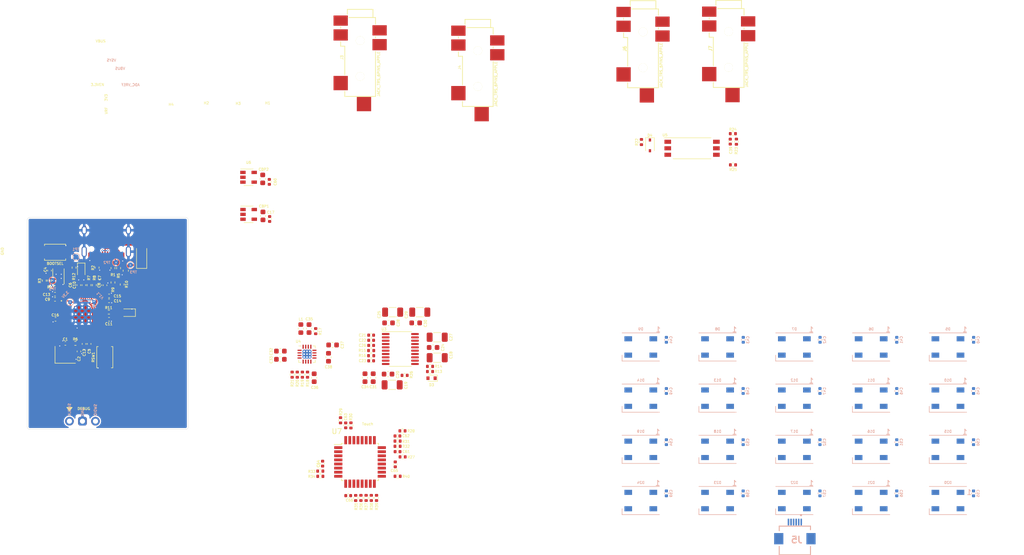
<source format=kicad_pcb>
(kicad_pcb (version 20171130) (host pcbnew 5.1.9+dfsg1-1~bpo10+1)
  (title_block (title "Env Open Pico") (date 2021-09-14) (rev REV1) (company Envious.Design))
  (layers (0 F.Cu signal) (31 B.Cu signal) (34 B.Paste user) (35 F.Paste user) (36 B.SilkS user) (37 F.SilkS user) (38 B.Mask user) (39 F.Mask user) (44 Edge.Cuts user))
  (net 0 "")
  (net 1 GND)
  (net 2 VBUS)
  (net 3 +1V1)
  (net 4 /~USB_BOOT)
  (net 5 /GPIO25)
  (net 6 /RUN)
  (net 7 /SWD)
  (net 8 /SWCLK)
  (net 9 /QSPI_SS)
  (net 10 /QSPI_SD3)
  (net 11 /QSPI_SCLK)
  (net 12 /QSPI_SD0)
  (net 13 /QSPI_SD2)
  (net 14 /QSPI_SD1)
  (net 15 USB_D+)
  (net 16 USB_D-)
  (net 17 /ADC_VREF)
  (net 18 VSYS)
  (net 19 +3V3)
  (net 20 XIN)
  (net 21 XOUT)
  (net 22 "Net-(CBP1-Pad1)")
  (net 23 "Net-(PWRLED1-Pad2)")
  (net 24 /USB_DP)
  (net 25 /USB_DN)
  (net 26 "Net-(C2-Pad2)")
  (net 27 "Net-(D2-Pad2)")
  (net 28 "Net-(R1-Pad2)")
  (net 29 "Net-(R2-Pad2)")
  (net 30 /3V3_EN)
  (net 31 GNDA)
  (net 32 "Net-(C21-Pad1)")
  (net 33 "Net-(C21-Pad2)")
  (net 34 "Net-(C22-Pad2)")
  (net 35 "Net-(R15-Pad2)")
  (net 36 "Net-(R16-Pad2)")
  (net 37 "Net-(C31-Pad1)")
  (net 38 "Net-(C32-Pad1)")
  (net 39 "Net-(C33-Pad1)")
  (net 40 "Net-(C34-Pad1)")
  (net 41 +5VA)
  (net 42 "Net-(C36-Pad1)")
  (net 43 "Net-(C37-Pad2)")
  (net 44 "Net-(C38-Pad2)")
  (net 45 "Net-(C38-Pad1)")
  (net 46 "Net-(D5-Pad2)")
  (net 47 "Net-(D20-Pad2)")
  (net 48 "Net-(D10-Pad4)")
  (net 49 "Net-(D21-Pad2)")
  (net 50 "Net-(D22-Pad2)")
  (net 51 "Net-(D10-Pad2)")
  (net 52 "Net-(D11-Pad2)")
  (net 53 "Net-(D12-Pad2)")
  (net 54 "Net-(D13-Pad2)")
  (net 55 "Net-(D14-Pad2)")
  (net 56 "Net-(D15-Pad2)")
  (net 57 "Net-(D16-Pad2)")
  (net 58 "Net-(D17-Pad2)")
  (net 59 "Net-(D18-Pad2)")
  (net 60 "Net-(D19-Pad2)")
  (net 61 "Net-(D6-Pad2)")
  (net 62 "Net-(D7-Pad2)")
  (net 63 "Net-(D8-Pad2)")
  (net 64 "Net-(D23-Pad2)")
  (net 65 "Net-(D4-Pad1)")
  (net 66 "Net-(D4-Pad2)")
  (net 67 "Net-(J6-Pad3)")
  (net 68 "Net-(J7-Pad3)")
  (net 69 "Net-(J7-Pad2)")
  (net 70 MIDI_IN)
  (net 71 +3.3VA)
  (net 72 "Net-(CBP2-Pad1)")
  (net 73 /DAC/AUDIO_XSMT)
  (net 74 /DAC/OUTR)
  (net 75 /DAC/+1.8V)
  (net 76 /DAC/OUTL)
  (net 77 "Net-(C61-Pad2)")
  (net 78 "Net-(C61-Pad1)")
  (net 79 "Net-(C62-Pad1)")
  (net 80 "Net-(C62-Pad2)")
  (net 81 "Net-(C63-Pad1)")
  (net 82 "Net-(C63-Pad2)")
  (net 83 /DAC/HP_OUTR)
  (net 84 /DAC/HP_OUTL)
  (net 85 /DAC/AMP_EN)
  (net 86 /DAC/G1)
  (net 87 /DAC/G0)
  (net 88 /TouchMatrix/SMP)
  (net 89 "Net-(R33-Pad2)")
  (net 90 "Net-(R34-Pad2)")
  (net 91 "Net-(R35-Pad2)")
  (net 92 "Net-(R36-Pad2)")
  (net 93 "Net-(R37-Pad2)")
  (net 94 "Net-(R38-Pad2)")
  (net 95 "Net-(R39-Pad2)")
  (net 96 "Net-(R40-Pad2)")
  (module RP2040_minimal:RP2040-QFN-56 (layer F.Cu) (at 30.99 84.925)
    (fp_text reference U1)
    (fp_text value RP2040)
    (pad 57 smd roundrect (at 0 0) (size 3.2 3.2) (layers F.Cu F.Mask) (roundrect_rratio 0.045) (net 1 GND))
    (pad 57 thru_hole circle (at -1.275 -1.275) (size 0.6 0.6) (drill 0.35) (layers *.Cu) (net 1 GND))
    (pad 57 thru_hole circle (at 0 -1.275) (size 0.6 0.6) (drill 0.35) (layers *.Cu) (net 1 GND))
    (pad 57 thru_hole circle (at 1.275 -1.275) (size 0.6 0.6) (drill 0.35) (layers *.Cu) (net 1 GND))
    (pad 57 thru_hole circle (at -1.275 0) (size 0.6 0.6) (drill 0.35) (layers *.Cu) (net 1 GND))
    (pad 57 thru_hole circle (at 0 0) (size 0.6 0.6) (drill 0.35) (layers *.Cu) (net 1 GND))
    (pad 57 thru_hole circle (at 1.275 0) (size 0.6 0.6) (drill 0.35) (layers *.Cu) (net 1 GND))
    (pad 57 thru_hole circle (at -1.275 1.275) (size 0.6 0.6) (drill 0.35) (layers *.Cu) (net 1 GND))
    (pad 57 thru_hole circle (at 0 1.275) (size 0.6 0.6) (drill 0.35) (layers *.Cu) (net 1 GND))
    (pad 57 thru_hole circle (at 1.275 1.275) (size 0.6 0.6) (drill 0.35) (layers *.Cu) (net 1 GND))
    (pad 1 smd roundrect (at -3.4375 -2.6) (size 0.875 0.2) (layers F.Cu F.Paste F.Mask) (net 19 +3V3))
    (pad 2 smd roundrect (at -3.4375 -2.2) (size 0.875 0.2) (layers F.Cu F.Paste F.Mask))
    (pad 3 smd roundrect (at -3.4375 -1.8) (size 0.875 0.2) (layers F.Cu F.Paste F.Mask))
    (pad 4 smd roundrect (at -3.4375 -1.4) (size 0.875 0.2) (layers F.Cu F.Paste F.Mask))
    (pad 5 smd roundrect (at -3.4375 -1) (size 0.875 0.2) (layers F.Cu F.Paste F.Mask))
    (pad 6 smd roundrect (at -3.4375 -0.6) (size 0.875 0.2) (layers F.Cu F.Paste F.Mask))
    (pad 7 smd roundrect (at -3.4375 -0.2) (size 0.875 0.2) (layers F.Cu F.Paste F.Mask))
    (pad 8 smd roundrect (at -3.4375 0.2) (size 0.875 0.2) (layers F.Cu F.Paste F.Mask))
    (pad 9 smd roundrect (at -3.4375 0.6) (size 0.875 0.2) (layers F.Cu F.Paste F.Mask))
    (pad 10 smd roundrect (at -3.4375 1) (size 0.875 0.2) (layers F.Cu F.Paste F.Mask) (net 19 +3V3))
    (pad 11 smd roundrect (at -3.4375 1.4) (size 0.875 0.2) (layers F.Cu F.Paste F.Mask))
    (pad 12 smd roundrect (at -3.4375 1.8) (size 0.875 0.2) (layers F.Cu F.Paste F.Mask))
    (pad 13 smd roundrect (at -3.4375 2.2) (size 0.875 0.2) (layers F.Cu F.Paste F.Mask))
    (pad 14 smd roundrect (at -3.4375 2.6) (size 0.875 0.2) (layers F.Cu F.Paste F.Mask))
    (pad 15 smd roundrect (at -2.6 3.4375) (size 0.2 0.875) (layers F.Cu F.Paste F.Mask))
    (pad 16 smd roundrect (at -2.2 3.4375) (size 0.2 0.875) (layers F.Cu F.Paste F.Mask))
    (pad 17 smd roundrect (at -1.8 3.4375) (size 0.2 0.875) (layers F.Cu F.Paste F.Mask))
    (pad 18 smd roundrect (at -1.4 3.4375) (size 0.2 0.875) (layers F.Cu F.Paste F.Mask))
    (pad 19 smd roundrect (at -1 3.4375) (size 0.2 0.875) (layers F.Cu F.Paste F.Mask) (net 1 GND))
    (pad 20 smd roundrect (at -0.6 3.4375) (size 0.2 0.875) (layers F.Cu F.Paste F.Mask) (net 20 XIN))
    (pad 21 smd roundrect (at -0.2 3.4375) (size 0.2 0.875) (layers F.Cu F.Paste F.Mask) (net 21 XOUT))
    (pad 22 smd roundrect (at 0.2 3.4375) (size 0.2 0.875) (layers F.Cu F.Paste F.Mask) (net 19 +3V3))
    (pad 23 smd roundrect (at 0.6 3.4375) (size 0.2 0.875) (layers F.Cu F.Paste F.Mask) (net 3 +1V1))
    (pad 24 smd roundrect (at 1 3.4375) (size 0.2 0.875) (layers F.Cu F.Paste F.Mask) (net 8 /SWCLK))
    (pad 25 smd roundrect (at 1.4 3.4375) (size 0.2 0.875) (layers F.Cu F.Paste F.Mask) (net 7 /SWD))
    (pad 26 smd roundrect (at 1.8 3.4375) (size 0.2 0.875) (layers F.Cu F.Paste F.Mask) (net 6 /RUN))
    (pad 27 smd roundrect (at 2.2 3.4375) (size 0.2 0.875) (layers F.Cu F.Paste F.Mask))
    (pad 28 smd roundrect (at 2.6 3.4375) (size 0.2 0.875) (layers F.Cu F.Paste F.Mask))
    (pad 29 smd roundrect (at 3.4375 2.6) (size 0.875 0.2) (layers F.Cu F.Paste F.Mask))
    (pad 30 smd roundrect (at 3.4375 2.2) (size 0.875 0.2) (layers F.Cu F.Paste F.Mask))
    (pad 31 smd roundrect (at 3.4375 1.8) (size 0.875 0.2) (layers F.Cu F.Paste F.Mask))
    (pad 32 smd roundrect (at 3.4375 1.4) (size 0.875 0.2) (layers F.Cu F.Paste F.Mask))
    (pad 33 smd roundrect (at 3.4375 1) (size 0.875 0.2) (layers F.Cu F.Paste F.Mask) (net 19 +3V3))
    (pad 34 smd roundrect (at 3.4375 0.6) (size 0.875 0.2) (layers F.Cu F.Paste F.Mask))
    (pad 35 smd roundrect (at 3.4375 0.2) (size 0.875 0.2) (layers F.Cu F.Paste F.Mask))
    (pad 36 smd roundrect (at 3.4375 -0.2) (size 0.875 0.2) (layers F.Cu F.Paste F.Mask))
    (pad 37 smd roundrect (at 3.4375 -0.6) (size 0.875 0.2) (layers F.Cu F.Paste F.Mask) (net 5 /GPIO25))
    (pad 38 smd roundrect (at 3.4375 -1) (size 0.875 0.2) (layers F.Cu F.Paste F.Mask))
    (pad 39 smd roundrect (at 3.4375 -1.4) (size 0.875 0.2) (layers F.Cu F.Paste F.Mask))
    (pad 40 smd roundrect (at 3.4375 -1.8) (size 0.875 0.2) (layers F.Cu F.Paste F.Mask))
    (pad 41 smd roundrect (at 3.4375 -2.2) (size 0.875 0.2) (layers F.Cu F.Paste F.Mask))
    (pad 42 smd roundrect (at 3.4375 -2.6) (size 0.875 0.2) (layers F.Cu F.Paste F.Mask) (net 19 +3V3))
    (pad 43 smd roundrect (at 2.6 -3.4375) (size 0.2 0.875) (layers F.Cu F.Paste F.Mask) (net 19 +3V3))
    (pad 44 smd roundrect (at 2.2 -3.4375) (size 0.2 0.875) (layers F.Cu F.Paste F.Mask) (net 19 +3V3))
    (pad 45 smd roundrect (at 1.8 -3.4375) (size 0.2 0.875) (layers F.Cu F.Paste F.Mask) (net 3 +1V1))
    (pad 46 smd roundrect (at 1.4 -3.4375) (size 0.2 0.875) (layers F.Cu F.Paste F.Mask) (net 25 /USB_DN))
    (pad 47 smd roundrect (at 1 -3.4375) (size 0.2 0.875) (layers F.Cu F.Paste F.Mask) (net 24 /USB_DP))
    (pad 48 smd roundrect (at 0.6 -3.4375) (size 0.2 0.875) (layers F.Cu F.Paste F.Mask) (net 19 +3V3))
    (pad 49 smd roundrect (at 0.2 -3.4375) (size 0.2 0.875) (layers F.Cu F.Paste F.Mask) (net 19 +3V3))
    (pad 50 smd roundrect (at -0.2 -3.4375) (size 0.2 0.875) (layers F.Cu F.Paste F.Mask) (net 3 +1V1))
    (pad 51 smd roundrect (at -0.6 -3.4375) (size 0.2 0.875) (layers F.Cu F.Paste F.Mask) (net 10 /QSPI_SD3))
    (pad 52 smd roundrect (at -1 -3.4375) (size 0.2 0.875) (layers F.Cu F.Paste F.Mask) (net 11 /QSPI_SCLK))
    (pad 53 smd roundrect (at -1.4 -3.4375) (size 0.2 0.875) (layers F.Cu F.Paste F.Mask) (net 12 /QSPI_SD0))
    (pad 54 smd roundrect (at -1.8 -3.4375) (size 0.2 0.875) (layers F.Cu F.Paste F.Mask) (net 13 /QSPI_SD2))
    (pad 55 smd roundrect (at -2.2 -3.4375) (size 0.2 0.875) (layers F.Cu F.Paste F.Mask) (net 14 /QSPI_SD1))
    (pad 56 smd roundrect (at -2.6 -3.4375) (size 0.2 0.875) (layers F.Cu F.Paste F.Mask) (net 9 /QSPI_SS))
  )
  (module Package_SON:SON-8-1EP_3x2mm_P0.5mm_EP1.4x1.6mm (layer F.Cu) (at 26.35056 77.54886 90)
    (fp_text reference FLASH1)
    (fp_text value W25Q16)
    (pad 1 smd roundrect (at -1.2875 -0.75 90) (size 0.525 0.35) (layers F.Cu F.Paste F.Mask) (net 9 /QSPI_SS))
    (pad 2 smd roundrect (at -1.2875 -0.25 90) (size 0.525 0.35) (layers F.Cu F.Paste F.Mask) (net 14 /QSPI_SD1))
    (pad 3 smd roundrect (at -1.2875 0.25 90) (size 0.525 0.35) (layers F.Cu F.Paste F.Mask) (net 13 /QSPI_SD2))
    (pad 4 smd roundrect (at -1.2875 0.75 90) (size 0.525 0.35) (layers F.Cu F.Paste F.Mask) (net 1 GND))
    (pad 5 smd roundrect (at 1.2875 0.75 90) (size 0.525 0.35) (layers F.Cu F.Paste F.Mask) (net 12 /QSPI_SD0))
    (pad 6 smd roundrect (at 1.2875 0.25 90) (size 0.525 0.35) (layers F.Cu F.Paste F.Mask) (net 11 /QSPI_SCLK))
    (pad 7 smd roundrect (at 1.2875 -0.25 90) (size 0.525 0.35) (layers F.Cu F.Paste F.Mask) (net 10 /QSPI_SD3))
    (pad 8 smd roundrect (at 1.2875 -0.75 90) (size 0.525 0.35) (layers F.Cu F.Paste F.Mask) (net 19 +3V3))
    (pad 9 smd rect (at 0 0 90) (size 1.4 1.6) (layers F.Cu F.Mask) (net 1 GND))
  )
  (module LED_SMD:LED_0603_1608Metric (layer F.Cu) (at 30.8 76.425 270)
    (fp_text reference PWRLED1)
    (fp_text value LED_0603)
    (pad 2 smd roundrect (at 0.7875 0 270) (size 0.875 0.95) (layers F.Cu F.Paste F.Mask) (net 23 "Net-(PWRLED1-Pad2)"))
    (pad 1 smd roundrect (at -0.7875 0 270) (size 0.875 0.95) (layers F.Cu F.Paste F.Mask) (net 1 GND))
  )
  (module LED_SMD:LED_0603_1608Metric (layer F.Cu) (at 39.9 84.625 180)
    (fp_text reference D2)
    (fp_text value LED_0603)
    (pad 2 smd roundrect (at 0.7875 0 180) (size 0.875 0.95) (layers F.Cu F.Paste F.Mask) (net 27 "Net-(D2-Pad2)"))
    (pad 1 smd roundrect (at -0.7875 0 180) (size 0.875 0.95) (layers F.Cu F.Paste F.Mask) (net 1 GND))
  )
  (module Button_Switch_SMD:SW_Push_SPST_NO_Alps_SKRK (layer F.Cu) (at 25.7 72.825)
    (fp_text reference J1)
    (fp_text value SKRKAEE020)
    (pad 1 smd roundrect (at -2.1 0) (size 0.8 2) (layers F.Cu F.Paste F.Mask) (net 4 /~USB_BOOT))
    (pad 2 smd roundrect (at 2.1 0) (size 0.8 2) (layers F.Cu F.Paste F.Mask) (net 1 GND))
  )
  (module TestPoint:TestPoint_Pad_D1.0mm (layer B.Cu) (at 25.2 78.325)
    (fp_text reference TP5)
    (fp_text value TestPoint)
    (fp_text user %R (at 0 1.7) (layer B.SilkS) (effects (font (size 0.5 0.5) (thickness 0.1)) (justify mirror)))
    (pad 1 smd circle (at 0 0) (size 1 1) (layers B.Cu B.Mask) (net 19 +3V3))
  )
  (module HRO-TYPE-C31-M-12:HRO-TYPE-C-31-M-12 (layer F.Cu) (at 35.7 65.925 180)
    (fp_text reference USB1)
    (fp_text value TYPE-C-31-M-12)
    (pad 12 smd rect (at 3.225 -7.695 180) (size 0.6 1.45) (layers F.Cu F.Paste F.Mask) (net 1 GND))
    (pad 1 smd rect (at -3.225 -7.695 180) (size 0.6 1.45) (layers F.Cu F.Paste F.Mask) (net 1 GND))
    (pad 11 smd rect (at 2.45 -7.695 180) (size 0.6 1.45) (layers F.Cu F.Paste F.Mask) (net 2 VBUS))
    (pad 2 smd rect (at -2.45 -7.695 180) (size 0.6 1.45) (layers F.Cu F.Paste F.Mask) (net 2 VBUS))
    (pad 3 smd rect (at -1.75 -7.695 180) (size 0.3 1.45) (layers F.Cu F.Paste F.Mask))
    (pad 10 smd rect (at 1.75 -7.695 180) (size 0.3 1.45) (layers F.Cu F.Paste F.Mask) (net 29 "Net-(R2-Pad2)"))
    (pad 4 smd rect (at -1.25 -7.695 180) (size 0.3 1.45) (layers F.Cu F.Paste F.Mask) (net 28 "Net-(R1-Pad2)"))
    (pad 9 smd rect (at 1.25 -7.695 180) (size 0.3 1.45) (layers F.Cu F.Paste F.Mask))
    (pad 5 smd rect (at -0.75 -7.695 180) (size 0.3 1.45) (layers F.Cu F.Paste F.Mask) (net 16 USB_D-))
    (pad 8 smd rect (at 0.75 -7.695 180) (size 0.3 1.45) (layers F.Cu F.Paste F.Mask) (net 15 USB_D+))
    (pad 7 smd rect (at 0.25 -7.695 180) (size 0.3 1.45) (layers F.Cu F.Paste F.Mask) (net 16 USB_D-))
    (pad 6 smd rect (at -0.25 -7.695 180) (size 0.3 1.45) (layers F.Cu F.Paste F.Mask) (net 15 USB_D+))
    (pad "" np_thru_hole circle (at 2.89 -6.25 180) (size 0.65 0.65) (drill 0.65) (layers *.Cu *.Mask))
    (pad "" np_thru_hole circle (at -2.89 -6.25 180) (size 0.65 0.65) (drill 0.65) (layers *.Cu *.Mask))
    (pad 13 thru_hole oval (at -4.32 -6.78 180) (size 1 2.1) (drill oval 0.6 1.7) (layers *.Cu B.Mask) (net 1 GND))
    (pad 13 thru_hole oval (at 4.32 -6.78 180) (size 1 2.1) (drill oval 0.6 1.7) (layers *.Cu B.Mask) (net 1 GND))
    (pad 13 thru_hole oval (at -4.32 -2.6 180) (size 1 1.6) (drill oval 0.6 1.2) (layers *.Cu B.Mask) (net 1 GND))
    (pad 13 thru_hole oval (at 4.32 -2.6 180) (size 1 1.6) (drill oval 0.6 1.2) (layers *.Cu B.Mask) (net 1 GND))
  )
  (module Diode_SMD:D_SOD-123 (layer F.Cu) (at 42.6 73.725 90)
    (fp_text reference D1)
    (fp_text value 1N4002W)
    (pad 1 smd rect (at -1.65 0 90) (size 0.9 1.2) (layers F.Cu F.Paste F.Mask) (net 18 VSYS))
    (pad 2 smd rect (at 1.65 0 90) (size 0.9 1.2) (layers F.Cu F.Paste F.Mask) (net 2 VBUS))
  )
  (module Crystal:Crystal_SMD_3225-4Pin_3.2x2.5mm (layer F.Cu) (at 27.68 92.85)
    (fp_text reference Y1)
    (fp_text value 3225_4P)
    (pad 1 smd rect (at -1.1 0.85) (size 1.4 1.2) (layers F.Cu F.Paste F.Mask) (net 20 XIN))
    (pad 2 smd rect (at 1.1 0.85) (size 1.4 1.2) (layers F.Cu F.Paste F.Mask) (net 1 GND))
    (pad 3 smd rect (at 1.1 -0.85) (size 1.4 1.2) (layers F.Cu F.Paste F.Mask) (net 26 "Net-(C2-Pad2)"))
    (pad 4 smd rect (at -1.1 -0.85) (size 1.4 1.2) (layers F.Cu F.Paste F.Mask) (net 1 GND))
  )
  (module TestPoint:TestPoint_Pad_D1.0mm (layer B.Cu) (at 28.63 82.565)
    (fp_text reference TP6)
    (fp_text value TestPoint)
    (pad 1 smd roundrect (at 0 0) (size 0.75 0.75) (layers B.Cu B.Mask) (net 19 +3V3))
  )
  (module TestPoint:TestPoint_Pad_D1.0mm (layer B.Cu) (at 33.34 82.575)
    (fp_text reference TP4)
    (fp_text value TestPoint)
    (pad 1 smd roundrect (at 0 0) (size 0.75 0.75) (layers B.Cu B.Mask) (net 3 +1V1))
  )
  (module Capacitor_SMD:C_0603_1608Metric (layer F.Cu) (at 39.5 76.425 270)
    (fp_text reference C3)
    (fp_text value "10uf 0603 6.3V")
    (pad 1 smd roundrect (at -0.775 0 270) (size 0.9 0.95) (layers F.Cu F.Paste F.Mask) (net 18 VSYS))
    (pad 2 smd roundrect (at 0.775 0 270) (size 0.9 0.95) (layers F.Cu F.Paste F.Mask) (net 1 GND))
  )
  (module Connector_PinHeader_2.54mm:PinHeader_1x03_P2.54mm_Vertical (layer F.Cu) (at 28.5 105.825 90)
    (fp_text reference J2)
    (fp_text value Conn_01x03_Male)
    (pad 1 thru_hole oval (at 0 0 90) (size 1.7 1.7) (drill 1) (layers *.Cu *.Mask) (net 8 /SWCLK))
    (pad 2 thru_hole roundrect (at 0 2.54 90) (size 1.7 1.7) (drill 1) (layers *.Cu *.Mask) (net 1 GND))
    (pad 3 thru_hole oval (at 0 5.08 90) (size 1.7 1.7) (drill 1) (layers *.Cu *.Mask) (net 7 /SWD))
  )
  (module MountingHole:MountingHole_2.2mm_M2 (layer F.Cu) (at 67.22 46.875)
    (fp_text reference H1 (at 0 -3.2) (layer F.SilkS) (effects (font (size 0.5 0.5) (thickness 0.1))))
    (fp_text value MountingHole)
    (pad 1 np_thru_hole circle (at 0 0) (size 2.2 2.2) (drill 2.2) (layers *.Cu *.Mask))
  )
  (module MountingHole:MountingHole_2.2mm_M2 (layer F.Cu) (at 55.24 46.875)
    (fp_text reference H2 (at 0 -3.2) (layer F.SilkS) (effects (font (size 0.5 0.5) (thickness 0.1))))
    (fp_text value MountingHole)
    (pad 1 np_thru_hole circle (at 0 0) (size 2.2 2.2) (drill 2.2) (layers *.Cu *.Mask))
  )
  (module MountingHole:MountingHole_2.2mm_M2 (layer F.Cu) (at 61.46 46.965)
    (fp_text reference H3 (at 0 -3.2) (layer F.SilkS) (effects (font (size 0.5 0.5) (thickness 0.1))))
    (fp_text value MountingHole)
    (pad 1 np_thru_hole circle (at 0 0) (size 2.2 2.2) (drill 2.2) (layers *.Cu *.Mask))
  )
  (module MountingHole:MountingHole_2.2mm_M2 (layer F.Cu) (at 48.36 47.165)
    (fp_text reference H4 (at 0 -3.2) (layer F.SilkS) (effects (font (size 0.5 0.5) (thickness 0.1))))
    (fp_text value MountingHole)
    (pad 1 np_thru_hole circle (at 0 0) (size 2.2 2.2) (drill 2.2) (layers *.Cu *.Mask))
  )
  (module Button_Switch_SMD:SW_Push_SPST_NO_Alps_SKRK (layer F.Cu) (at 35.4 93.325 90)
    (fp_text reference RSW1 (at 0 -2.25 90) (layer F.SilkS) (effects (font (size 0.5 0.5) (thickness 0.1))))
    (fp_text value Jumper_NO_Small)
    (pad 2 smd roundrect (at 2.1 0 90) (size 0.8 2) (layers F.Cu F.Paste F.Mask) (net 6 /RUN))
    (pad 1 smd roundrect (at -2.1 0 90) (size 0.8 2) (layers F.Cu F.Paste F.Mask) (net 1 GND))
  )
  (module TestPoint:TestPoint_Pad_D1.0mm (layer B.Cu) (at 29.8 73.725)
    (fp_text reference TP1 (at -0.06 -1.47) (layer B.SilkS) (effects (font (size 0.5 0.5) (thickness 0.1)) (justify mirror)))
    (fp_text value TestPoint)
    (pad 1 smd circle (at 0 0) (size 1 1) (layers B.Cu B.Mask) (net 1 GND))
  )
  (module TestPoint:TestPoint_Pad_D1.0mm (layer B.Cu) (at 37.6 74.825)
    (fp_text reference TP2 (at -1.78 0.02) (layer B.SilkS) (effects (font (size 0.5 0.5) (thickness 0.1)) (justify mirror)))
    (fp_text value TestPoint)
    (pad 1 smd circle (at 0 0) (size 1 1) (layers B.Cu B.Mask) (net 2 VBUS))
  )
  (module TestPoint:TestPoint_Pad_D1.0mm (layer B.Cu) (at 40.4 75.325)
    (fp_text reference TP3)
    (fp_text value TestPoint)
    (fp_text user %R (at 0.6 1.4) (layer B.SilkS) (effects (font (size 0.5 0.5) (thickness 0.1)) (justify mirror)))
    (pad 1 smd circle (at 0 0) (size 1 1) (layers B.Cu B.Mask) (net 18 VSYS))
  )
  (module Package_TO_SOT_SMD:SOT-23-5 (layer F.Cu) (at 63.5 65.425)
    (fp_text reference U2)
    (fp_text value TLV75533PDBVR)
    (pad 1 smd rect (at -1.1 -0.95) (size 1.06 0.65) (layers F.Cu F.Paste F.Mask) (net 18 VSYS))
    (pad 2 smd rect (at -1.1 0) (size 1.06 0.65) (layers F.Cu F.Paste F.Mask) (net 1 GND))
    (pad 3 smd rect (at -1.1 0.95) (size 1.06 0.65) (layers F.Cu F.Paste F.Mask) (net 30 /3V3_EN))
    (pad 4 smd rect (at 1.1 0.95) (size 1.06 0.65) (layers F.Cu F.Paste F.Mask) (net 22 "Net-(CBP1-Pad1)"))
    (pad 5 smd rect (at 1.1 -0.95) (size 1.06 0.65) (layers F.Cu F.Paste F.Mask) (net 19 +3V3))
  )
  (module Package_SO:TSSOP-20_4.4x6.5mm_P0.65mm (layer F.Cu) (at 93.13 91.725)
    (fp_text reference U3 (at -3.2 -3.9) (layer F.SilkS) (effects (font (size 0.5 0.5) (thickness 0.1))))
    (fp_text value PCM5100)
    (pad 1 smd roundrect (at -2.8625 -2.925) (size 1.475 0.4) (layers F.Cu F.Paste F.Mask) (net 71 +3.3VA))
    (pad 2 smd roundrect (at -2.8625 -2.275) (size 1.475 0.4) (layers F.Cu F.Paste F.Mask) (net 32 "Net-(C21-Pad1)"))
    (pad 3 smd roundrect (at -2.8625 -1.625) (size 1.475 0.4) (layers F.Cu F.Paste F.Mask) (net 31 GNDA))
    (pad 4 smd roundrect (at -2.8625 -0.975) (size 1.475 0.4) (layers F.Cu F.Paste F.Mask) (net 33 "Net-(C21-Pad2)"))
    (pad 5 smd roundrect (at -2.8625 -0.325) (size 1.475 0.4) (layers F.Cu F.Paste F.Mask) (net 34 "Net-(C22-Pad2)"))
    (pad 6 smd roundrect (at -2.8625 0.325) (size 1.475 0.4) (layers F.Cu F.Paste F.Mask) (net 35 "Net-(R15-Pad2)"))
    (pad 7 smd roundrect (at -2.8625 0.975) (size 1.475 0.4) (layers F.Cu F.Paste F.Mask) (net 36 "Net-(R16-Pad2)"))
    (pad 8 smd roundrect (at -2.8625 1.625) (size 1.475 0.4) (layers F.Cu F.Paste F.Mask) (net 71 +3.3VA))
    (pad 9 smd roundrect (at -2.8625 2.275) (size 1.475 0.4) (layers F.Cu F.Paste F.Mask) (net 31 GNDA))
    (pad 10 smd roundrect (at -2.8625 2.925) (size 1.475 0.4) (layers F.Cu F.Paste F.Mask))
    (pad 11 smd roundrect (at 2.8625 2.925) (size 1.475 0.4) (layers F.Cu F.Paste F.Mask))
    (pad 12 smd roundrect (at 2.8625 2.275) (size 1.475 0.4) (layers F.Cu F.Paste F.Mask))
    (pad 13 smd roundrect (at 2.8625 1.625) (size 1.475 0.4) (layers F.Cu F.Paste F.Mask))
    (pad 14 smd roundrect (at 2.8625 0.975) (size 1.475 0.4) (layers F.Cu F.Paste F.Mask))
    (pad 15 smd roundrect (at 2.8625 0.325) (size 1.475 0.4) (layers F.Cu F.Paste F.Mask))
    (pad 16 smd roundrect (at 2.8625 -0.325) (size 1.475 0.4) (layers F.Cu F.Paste F.Mask))
    (pad 17 smd roundrect (at 2.8625 -0.975) (size 1.475 0.4) (layers F.Cu F.Paste F.Mask) (net 73 /DAC/AUDIO_XSMT))
    (pad 18 smd roundrect (at 2.8625 -1.625) (size 1.475 0.4) (layers F.Cu F.Paste F.Mask) (net 75 /DAC/+1.8V))
    (pad 19 smd roundrect (at 2.8625 -2.275) (size 1.475 0.4) (layers F.Cu F.Paste F.Mask) (net 1 GND))
    (pad 20 smd roundrect (at 2.8625 -2.925) (size 1.475 0.4) (layers F.Cu F.Paste F.Mask) (net 19 +3V3))
  )
  (module Capacitor_SMD:C_1206_3216Metric (layer F.Cu) (at 100.33 93.425)
    (fp_text reference C18 (at 2.7 -0.5 270) (layer F.SilkS) (effects (font (size 0.5 0.5) (thickness 0.1))))
    (fp_text value 10uF)
    (pad 1 smd roundrect (at -1.475 0) (size 1.15 1.8) (layers F.Cu F.Paste F.Mask) (roundrect_rratio 0.217391) (net 73 /DAC/AUDIO_XSMT))
    (pad 2 smd roundrect (at 1.475 0) (size 1.15 1.8) (layers F.Cu F.Paste F.Mask) (roundrect_rratio 0.217391) (net 1 GND))
  )
  (module Capacitor_SMD:C_1206_3216Metric (layer F.Cu) (at 91.53 98.725)
    (fp_text reference C19 (at 2.7 0.1 270) (layer F.SilkS) (effects (font (size 0.5 0.5) (thickness 0.1))))
    (fp_text value 10uF)
    (pad 2 smd roundrect (at 1.475 0) (size 1.15 1.8) (layers F.Cu F.Paste F.Mask) (roundrect_rratio 0.217391) (net 31 GNDA))
    (pad 1 smd roundrect (at -1.475 0) (size 1.15 1.8) (layers F.Cu F.Paste F.Mask) (roundrect_rratio 0.217391) (net 71 +3.3VA))
  )
  (module Capacitor_SMD:C_0603_1608Metric (layer F.Cu) (at 90.73 96.625)
    (fp_text reference C20 (at 1.9 0.1 270) (layer F.SilkS) (effects (font (size 0.5 0.5) (thickness 0.1))))
    (fp_text value 100nF)
    (pad 1 smd roundrect (at -0.775 0) (size 0.9 0.95) (layers F.Cu F.Paste F.Mask) (net 71 +3.3VA))
    (pad 2 smd roundrect (at 0.775 0) (size 0.9 0.95) (layers F.Cu F.Paste F.Mask) (net 31 GNDA))
  )
  (module Capacitor_SMD:C_0603_1608Metric (layer F.Cu) (at 99.53 91.425)
    (fp_text reference C24 (at 1.9 0 270) (layer F.SilkS) (effects (font (size 0.5 0.5) (thickness 0.1))))
    (fp_text value 100nF)
    (pad 1 smd roundrect (at -0.775 0) (size 0.9 0.95) (layers F.Cu F.Paste F.Mask) (net 75 /DAC/+1.8V))
    (pad 2 smd roundrect (at 0.775 0) (size 0.9 0.95) (layers F.Cu F.Paste F.Mask) (net 1 GND))
  )
  (module Capacitor_SMD:C_1206_3216Metric (layer F.Cu) (at 91.63 84.525)
    (fp_text reference C25 (at -2.65 0.49 270) (layer F.SilkS) (effects (font (size 0.5 0.5) (thickness 0.1))))
    (fp_text value 10uF)
    (pad 1 smd roundrect (at -1.475 0) (size 1.15 1.8) (layers F.Cu F.Paste F.Mask) (roundrect_rratio 0.217391) (net 71 +3.3VA))
    (pad 2 smd roundrect (at 1.475 0) (size 1.15 1.8) (layers F.Cu F.Paste F.Mask) (roundrect_rratio 0.217391) (net 31 GNDA))
  )
  (module Capacitor_SMD:C_1206_3216Metric (layer F.Cu) (at 100.33 89.425)
    (fp_text reference C27 (at 2.7 0 270) (layer F.SilkS) (effects (font (size 0.5 0.5) (thickness 0.1))))
    (fp_text value 10uF)
    (pad 1 smd roundrect (at -1.475 0) (size 1.15 1.8) (layers F.Cu F.Paste F.Mask) (roundrect_rratio 0.217391) (net 75 /DAC/+1.8V))
    (pad 2 smd roundrect (at 1.475 0) (size 1.15 1.8) (layers F.Cu F.Paste F.Mask) (roundrect_rratio 0.217391) (net 1 GND))
  )
  (module Capacitor_SMD:C_0603_1608Metric (layer F.Cu) (at 90.83 86.625)
    (fp_text reference C28 (at 1.9 0 270) (layer F.SilkS) (effects (font (size 0.5 0.5) (thickness 0.1))))
    (fp_text value 100nF)
    (pad 2 smd roundrect (at 0.775 0) (size 0.9 0.95) (layers F.Cu F.Paste F.Mask) (net 31 GNDA))
    (pad 1 smd roundrect (at -0.775 0) (size 0.9 0.95) (layers F.Cu F.Paste F.Mask) (net 71 +3.3VA))
  )
  (module Capacitor_SMD:C_1206_3216Metric (layer F.Cu) (at 96.93 84.525)
    (fp_text reference C29 (at -2.63 0.52 90) (layer F.SilkS) (effects (font (size 0.5 0.5) (thickness 0.1))))
    (fp_text value 10uF)
    (pad 2 smd roundrect (at 1.475 0) (size 1.15 1.8) (layers F.Cu F.Paste F.Mask) (roundrect_rratio 0.217391) (net 1 GND))
    (pad 1 smd roundrect (at -1.475 0) (size 1.15 1.8) (layers F.Cu F.Paste F.Mask) (roundrect_rratio 0.217391) (net 19 +3V3))
  )
  (module Capacitor_SMD:C_0603_1608Metric (layer F.Cu) (at 96.13 86.625)
    (fp_text reference C30 (at 1.9 0.1 90) (layer F.SilkS) (effects (font (size 0.5 0.5) (thickness 0.1))))
    (fp_text value 100nF)
    (pad 1 smd roundrect (at -0.775 0) (size 0.9 0.95) (layers F.Cu F.Paste F.Mask) (net 19 +3V3))
    (pad 2 smd roundrect (at 0.775 0) (size 0.9 0.95) (layers F.Cu F.Paste F.Mask) (net 1 GND))
  )
  (module Capacitor_SMD:C_0603_1608Metric (layer F.Cu) (at 87.829999 97.325 90)
    (fp_text reference C31 (at -1.8 0) (layer F.SilkS) (effects (font (size 0.5 0.5) (thickness 0.1))))
    (fp_text value 4.7u)
    (pad 1 smd roundrect (at -0.775 0 90) (size 0.9 0.95) (layers F.Cu F.Paste F.Mask) (net 37 "Net-(C31-Pad1)"))
    (pad 2 smd roundrect (at 0.775 0 90) (size 0.9 0.95) (layers F.Cu F.Paste F.Mask) (net 76 /DAC/OUTL))
  )
  (module Capacitor_SMD:C_0603_1608Metric (layer F.Cu) (at 69.7 92.135 180)
    (fp_text reference C32 (at 1.8 -0.1 90) (layer F.SilkS) (effects (font (size 0.5 0.5) (thickness 0.1))))
    (fp_text value 4.7u)
    (pad 2 smd roundrect (at 0.775 0 180) (size 0.9 0.95) (layers F.Cu F.Paste F.Mask) (net 1 GND))
    (pad 1 smd roundrect (at -0.775 0 180) (size 0.9 0.95) (layers F.Cu F.Paste F.Mask) (net 38 "Net-(C32-Pad1)"))
  )
  (module Capacitor_SMD:C_0603_1608Metric (layer F.Cu) (at 69.7 93.735 180)
    (fp_text reference C33 (at 1.8 -0.1 90) (layer F.SilkS) (effects (font (size 0.5 0.5) (thickness 0.1))))
    (fp_text value 4.7u)
    (pad 1 smd roundrect (at -0.775 0 180) (size 0.9 0.95) (layers F.Cu F.Paste F.Mask) (net 39 "Net-(C33-Pad1)"))
    (pad 2 smd roundrect (at 0.775 0 180) (size 0.9 0.95) (layers F.Cu F.Paste F.Mask) (net 1 GND))
  )
  (module Capacitor_SMD:C_0603_1608Metric (layer F.Cu) (at 86.230001 97.325 90)
    (fp_text reference C34 (at -1.8 0) (layer F.SilkS) (effects (font (size 0.5 0.5) (thickness 0.1))))
    (fp_text value 4.7u)
    (pad 2 smd roundrect (at 0.775 0 90) (size 0.9 0.95) (layers F.Cu F.Paste F.Mask) (net 74 /DAC/OUTR))
    (pad 1 smd roundrect (at -0.775 0 90) (size 0.9 0.95) (layers F.Cu F.Paste F.Mask) (net 40 "Net-(C34-Pad1)"))
  )
  (module Capacitor_SMD:C_0603_1608Metric (layer F.Cu) (at 75.3 87.735 270)
    (fp_text reference C35 (at -1.86 -0.03 180) (layer F.SilkS) (effects (font (size 0.5 0.5) (thickness 0.1))))
    (fp_text value 4.7u)
    (pad 2 smd roundrect (at 0.775 0 270) (size 0.9 0.95) (layers F.Cu F.Paste F.Mask) (net 41 +5VA))
    (pad 1 smd roundrect (at -0.775 0 270) (size 0.9 0.95) (layers F.Cu F.Paste F.Mask) (net 1 GND))
  )
  (module Capacitor_SMD:C_0603_1608Metric (layer F.Cu) (at 76.3 97.335 270)
    (fp_text reference C36 (at 1.9 -0.1 180) (layer F.SilkS) (effects (font (size 0.5 0.5) (thickness 0.1))))
    (fp_text value 1u)
    (pad 1 smd roundrect (at -0.775 0 270) (size 0.9 0.95) (layers F.Cu F.Paste F.Mask) (net 42 "Net-(C36-Pad1)"))
    (pad 2 smd roundrect (at 0.775 0 270) (size 0.9 0.95) (layers F.Cu F.Paste F.Mask) (net 1 GND))
  )
  (module Capacitor_SMD:C_0603_1608Metric (layer F.Cu) (at 79.9 90.935 180)
    (fp_text reference C37 (at -1.9 0 90) (layer F.SilkS) (effects (font (size 0.5 0.5) (thickness 0.1))))
    (fp_text value 1u)
    (pad 1 smd roundrect (at -0.775 0 180) (size 0.9 0.95) (layers F.Cu F.Paste F.Mask) (net 1 GND))
    (pad 2 smd roundrect (at 0.775 0 180) (size 0.9 0.95) (layers F.Cu F.Paste F.Mask) (net 43 "Net-(C37-Pad2)"))
  )
  (module Capacitor_SMD:C_0603_1608Metric (layer F.Cu) (at 79.1 93.335 270)
    (fp_text reference C38 (at 1.9 0 180) (layer F.SilkS) (effects (font (size 0.5 0.5) (thickness 0.1))))
    (fp_text value 1u)
    (pad 2 smd roundrect (at 0.775 0 270) (size 0.9 0.95) (layers F.Cu F.Paste F.Mask) (net 44 "Net-(C38-Pad2)"))
    (pad 1 smd roundrect (at -0.775 0 270) (size 0.9 0.95) (layers F.Cu F.Paste F.Mask) (net 45 "Net-(C38-Pad1)"))
  )
  (module Capacitor_SMD:C_0603_1608Metric (layer F.Cu) (at 66.3 65.725 90)
    (fp_text reference CBP1 (at 1.9 0.2 180) (layer F.SilkS) (effects (font (size 0.5 0.5) (thickness 0.1))))
    (fp_text value "10uf 0402")
    (pad 2 smd roundrect (at 0.775 0 90) (size 0.9 0.95) (layers F.Cu F.Paste F.Mask) (net 1 GND))
    (pad 1 smd roundrect (at -0.775 0 90) (size 0.9 0.95) (layers F.Cu F.Paste F.Mask) (net 22 "Net-(CBP1-Pad1)"))
  )
  (module Diode_SMD:D_SOD-523 (layer F.Cu) (at 99.23 97.425 180)
    (fp_text reference D3 (at 0 -1.3) (layer F.SilkS) (effects (font (size 0.5 0.5) (thickness 0.1))))
    (fp_text value BAT30KFILM)
    (pad 2 smd rect (at 0.7 0) (size 0.6 0.7) (layers F.Cu F.Paste F.Mask) (net 73 /DAC/AUDIO_XSMT))
    (pad 1 smd rect (at -0.7 0) (size 0.6 0.7) (layers F.Cu F.Paste F.Mask))
  )
  (module audio-jack:CUI_SJ-43516-SMT (layer F.Cu) (at 85.28 34.475)
    (fp_text reference J3 (at -3.560502 0.28335 270) (layer F.SilkS) (effects (font (size 0.5 0.5) (thickness 0.1))))
    (fp_text value JACK_TRS_6PINS_APPLE (at 3.62 3.54 270) (layer F.SilkS) (effects (font (size 0.5 0.5) (thickness 0.1))))
    (pad "" np_thru_hole circle (at 0 4 270) (size 1.7 1.7) (drill 1.7) (layers *.Cu *.Mask F.SilkS) (clearance 0.4))
    (pad "" np_thru_hole circle (at 0 -3 270) (size 1.7 1.7) (drill 1.7) (layers *.Cu *.Mask F.SilkS) (clearance 0.4))
    (pad 6 smd rect (at 3.8 -5 270) (size 2 2.8) (layers F.Cu F.Paste F.Mask))
    (pad 3 smd rect (at 3.8 -2.2 270) (size 2.2 2.8) (layers F.Cu F.Paste F.Mask) (net 83 /DAC/HP_OUTR))
    (pad 5 smd rect (at 0.75 9.4 270) (size 2.8 2.8) (layers F.Cu F.Paste F.Mask))
    (pad 2 smd rect (at -3.8 5.3 270) (size 2.8 2.8) (layers F.Cu F.Paste F.Mask) (net 84 /DAC/HP_OUTL))
    (pad 4 smd rect (at -3.8 -4.1 270) (size 2.2 2.8) (layers F.Cu F.Paste F.Mask))
    (pad 1 smd rect (at -3.8 -6.9 270) (size 2 2.8) (layers F.Cu F.Paste F.Mask) (net 1 GND))
  )
  (module audio-jack:CUI_SJ-43516-SMT (layer F.Cu) (at 108.27 36.445)
    (fp_text reference J4 (at -3.560502 0.28335 270) (layer F.SilkS) (effects (font (size 0.5 0.5) (thickness 0.1))))
    (fp_text value JACK_TRS_6PINS_APPLE (at 3.53 3.54 270) (layer F.SilkS) (effects (font (size 0.5 0.5) (thickness 0.1))))
    (pad 1 smd rect (at -3.8 -6.9 270) (size 2 2.8) (layers F.Cu F.Paste F.Mask) (net 1 GND))
    (pad 4 smd rect (at -3.8 -4.1 270) (size 2.2 2.8) (layers F.Cu F.Paste F.Mask))
    (pad 2 smd rect (at -3.8 5.3 270) (size 2.8 2.8) (layers F.Cu F.Paste F.Mask) (net 76 /DAC/OUTL))
    (pad 5 smd rect (at 0.75 9.4 270) (size 2.8 2.8) (layers F.Cu F.Paste F.Mask))
    (pad 3 smd rect (at 3.8 -2.2 270) (size 2.2 2.8) (layers F.Cu F.Paste F.Mask) (net 74 /DAC/OUTR))
    (pad 6 smd rect (at 3.8 -5 270) (size 2 2.8) (layers F.Cu F.Paste F.Mask))
    (pad "" np_thru_hole circle (at 0 -3 270) (size 1.7 1.7) (drill 1.7) (layers *.Cu *.Mask F.SilkS) (clearance 0.4))
    (pad "" np_thru_hole circle (at 0 4 270) (size 1.7 1.7) (drill 1.7) (layers *.Cu *.Mask F.SilkS) (clearance 0.4))
  )
  (module Inductor_SMD:L_0603_1608Metric (layer F.Cu) (at 73.7 87.735 90)
    (fp_text reference L1 (at 1.83 0.01 180) (layer F.SilkS) (effects (font (size 0.5 0.5) (thickness 0.1))))
    (fp_text value 80R@100M)
    (pad 1 smd roundrect (at -0.7875 0 90) (size 0.875 0.95) (layers F.Cu F.Paste F.Mask) (net 41 +5VA))
    (pad 2 smd roundrect (at 0.7875 0 90) (size 0.875 0.95) (layers F.Cu F.Paste F.Mask) (net 18 VSYS))
  )
  (module Package_DFN_QFN:QFN-16-1EP_3x3mm_P0.5mm_EP1.7x1.7mm_ThermalVias (layer F.Cu) (at 74.9 92.735)
    (fp_text reference U4 (at -1.7 -2.5) (layer F.SilkS) (effects (font (size 0.5 0.5) (thickness 0.1))))
    (fp_text value PAM8908)
    (pad 17 smd roundrect (at 0 0) (size 1.7 1.7) (layers F.Cu F.Mask) (roundrect_rratio 0.147059))
    (pad 17 thru_hole circle (at -0.55 -0.55) (size 0.6 0.6) (drill 0.3) (layers *.Cu))
    (pad 17 thru_hole circle (at 0 -0.55) (size 0.6 0.6) (drill 0.3) (layers *.Cu))
    (pad 17 thru_hole circle (at 0.55 -0.55) (size 0.6 0.6) (drill 0.3) (layers *.Cu))
    (pad 17 thru_hole circle (at -0.55 0) (size 0.6 0.6) (drill 0.3) (layers *.Cu))
    (pad 17 thru_hole circle (at 0 0) (size 0.6 0.6) (drill 0.3) (layers *.Cu))
    (pad 17 thru_hole circle (at 0.55 0) (size 0.6 0.6) (drill 0.3) (layers *.Cu))
    (pad 17 thru_hole circle (at -0.55 0.55) (size 0.6 0.6) (drill 0.3) (layers *.Cu))
    (pad 17 thru_hole circle (at 0 0.55) (size 0.6 0.6) (drill 0.3) (layers *.Cu))
    (pad 17 thru_hole circle (at 0.55 0.55) (size 0.6 0.6) (drill 0.3) (layers *.Cu))
    (pad 17 smd roundrect (at 0 0) (size 1.7 1.7) (layers B.Cu) (roundrect_rratio 0.147059))
    (pad 1 smd roundrect (at -1.45 -0.75) (size 0.8 0.25) (layers F.Cu F.Paste F.Mask) (net 37 "Net-(C31-Pad1)"))
    (pad 2 smd roundrect (at -1.45 -0.25) (size 0.8 0.25) (layers F.Cu F.Paste F.Mask) (net 38 "Net-(C32-Pad1)"))
    (pad 3 smd roundrect (at -1.45 0.25) (size 0.8 0.25) (layers F.Cu F.Paste F.Mask) (net 39 "Net-(C33-Pad1)"))
    (pad 4 smd roundrect (at -1.45 0.75) (size 0.8 0.25) (layers F.Cu F.Paste F.Mask) (net 40 "Net-(C34-Pad1)"))
    (pad 5 smd roundrect (at -0.75 1.45) (size 0.25 0.8) (layers F.Cu F.Paste F.Mask) (net 83 /DAC/HP_OUTR))
    (pad 6 smd roundrect (at -0.25 1.45) (size 0.25 0.8) (layers F.Cu F.Paste F.Mask) (net 87 /DAC/G0))
    (pad 7 smd roundrect (at 0.25 1.45) (size 0.25 0.8) (layers F.Cu F.Paste F.Mask) (net 86 /DAC/G1))
    (pad 8 smd roundrect (at 0.75 1.45) (size 0.25 0.8) (layers F.Cu F.Paste F.Mask) (net 42 "Net-(C36-Pad1)"))
    (pad 9 smd roundrect (at 1.45 0.75) (size 0.8 0.25) (layers F.Cu F.Paste F.Mask) (net 44 "Net-(C38-Pad2)"))
    (pad 10 smd roundrect (at 1.45 0.25) (size 0.8 0.25) (layers F.Cu F.Paste F.Mask) (net 1 GND))
    (pad 11 smd roundrect (at 1.45 -0.25) (size 0.8 0.25) (layers F.Cu F.Paste F.Mask) (net 45 "Net-(C38-Pad1)"))
    (pad 12 smd roundrect (at 1.45 -0.75) (size 0.8 0.25) (layers F.Cu F.Paste F.Mask) (net 43 "Net-(C37-Pad2)"))
    (pad 13 smd roundrect (at 0.75 -1.45) (size 0.25 0.8) (layers F.Cu F.Paste F.Mask) (net 85 /DAC/AMP_EN))
    (pad 14 smd roundrect (at 0.25 -1.45) (size 0.25 0.8) (layers F.Cu F.Paste F.Mask) (net 41 +5VA))
    (pad 15 smd roundrect (at -0.25 -1.45) (size 0.25 0.8) (layers F.Cu F.Paste F.Mask) (net 1 GND))
    (pad 16 smd roundrect (at -0.75 -1.45) (size 0.25 0.8) (layers F.Cu F.Paste F.Mask) (net 84 /DAC/HP_OUTL))
  )
  (module Capacitor_SMD:C_0402_1005Metric (layer F.Cu) (at 27.7 90.625)
    (fp_text reference C1 (at 0 -0.82) (layer F.SilkS) (effects (font (size 0.5 0.5) (thickness 0.1))))
    (fp_text value "22pf 0402")
    (pad 2 smd roundrect (at 0.48 0) (size 0.56 0.62) (layers F.Cu F.Paste F.Mask) (net 20 XIN))
    (pad 1 smd roundrect (at -0.48 0) (size 0.56 0.62) (layers F.Cu F.Paste F.Mask) (net 1 GND))
  )
  (module Capacitor_SMD:C_0402_1005Metric (layer F.Cu) (at 30.36 92.195 90)
    (fp_text reference C2 (at -1.45 0.01 90) (layer F.SilkS) (effects (font (size 0.5 0.5) (thickness 0.1))))
    (fp_text value "22pf 0402")
    (pad 1 smd roundrect (at -0.48 0 90) (size 0.56 0.62) (layers F.Cu F.Paste F.Mask) (net 1 GND))
    (pad 2 smd roundrect (at 0.48 0 90) (size 0.56 0.62) (layers F.Cu F.Paste F.Mask) (net 26 "Net-(C2-Pad2)"))
  )
  (module Capacitor_SMD:C_0402_1005Metric (layer F.Cu) (at 24.61 76.405 270)
    (fp_text reference C4 (at -0.21 0.82 90) (layer F.SilkS) (effects (font (size 0.5 0.5) (thickness 0.1))))
    (fp_text value "100nf 0402")
    (pad 2 smd roundrect (at 0.48 0 270) (size 0.56 0.62) (layers F.Cu F.Paste F.Mask) (net 1 GND))
    (pad 1 smd roundrect (at -0.48 0 270) (size 0.56 0.62) (layers F.Cu F.Paste F.Mask) (net 19 +3V3))
  )
  (module Capacitor_SMD:C_0402_1005Metric (layer F.Cu) (at 32.34 90.725 270)
    (fp_text reference C5 (at 1.45 -0.03 90) (layer F.SilkS) (effects (font (size 0.5 0.5) (thickness 0.1))))
    (fp_text value "100nf 0402")
    (pad 1 smd roundrect (at -0.48 0 270) (size 0.56 0.62) (layers F.Cu F.Paste F.Mask) (net 3 +1V1))
    (pad 2 smd roundrect (at 0.48 0 270) (size 0.56 0.62) (layers F.Cu F.Paste F.Mask) (net 1 GND))
  )
  (module Capacitor_SMD:C_0402_1005Metric (layer F.Cu) (at 30.33 79.245 90)
    (fp_text reference C6 (at 0.02 -1.65 90) (layer F.SilkS) (effects (font (size 0.5 0.5) (thickness 0.1))))
    (fp_text value "100nf 0402")
    (pad 2 smd roundrect (at 0.48 0 90) (size 0.56 0.62) (layers F.Cu F.Paste F.Mask) (net 1 GND))
    (pad 1 smd roundrect (at -0.48 0 90) (size 0.56 0.62) (layers F.Cu F.Paste F.Mask) (net 3 +1V1))
  )
  (module Capacitor_SMD:C_0402_1005Metric (layer F.Cu) (at 34.41 79.265 90)
    (fp_text reference C7 (at 1.43 0 90) (layer F.SilkS) (effects (font (size 0.5 0.5) (thickness 0.1))))
    (fp_text value "1uf 0402")
    (pad 1 smd roundrect (at -0.48 0 90) (size 0.56 0.62) (layers F.Cu F.Paste F.Mask) (net 3 +1V1))
    (pad 2 smd roundrect (at 0.48 0 90) (size 0.56 0.62) (layers F.Cu F.Paste F.Mask) (net 1 GND))
  )
  (module Capacitor_SMD:C_0402_1005Metric (layer F.Cu) (at 35.45 79.265 90)
    (fp_text reference C8 (at 0 -1.16 90) (layer F.SilkS) (effects (font (size 0.5 0.5) (thickness 0.1))))
    (fp_text value "1uf 0402")
    (pad 1 smd roundrect (at -0.48 0 90) (size 0.56 0.62) (layers F.Cu F.Paste F.Mask) (net 19 +3V3))
    (pad 2 smd roundrect (at 0.48 0 90) (size 0.56 0.62) (layers F.Cu F.Paste F.Mask) (net 1 GND))
  )
  (module Capacitor_SMD:C_0402_1005Metric (layer F.Cu) (at 25.68 82.025 180)
    (fp_text reference C9 (at 1.47 -0.01) (layer F.SilkS) (effects (font (size 0.5 0.5) (thickness 0.1))))
    (fp_text value "100nf 0402")
    (pad 2 smd roundrect (at 0.48 0 180) (size 0.56 0.62) (layers F.Cu F.Paste F.Mask) (net 1 GND))
    (pad 1 smd roundrect (at -0.48 0 180) (size 0.56 0.62) (layers F.Cu F.Paste F.Mask) (net 19 +3V3))
  )
  (module Capacitor_SMD:C_0402_1005Metric (layer F.Cu) (at 31.32 79.245 90)
    (fp_text reference C10 (at 0.01 -1.86 270) (layer F.SilkS) (effects (font (size 0.5 0.5) (thickness 0.1))))
    (fp_text value "100nf 0402")
    (pad 1 smd roundrect (at -0.48 0 90) (size 0.56 0.62) (layers F.Cu F.Paste F.Mask) (net 19 +3V3))
    (pad 2 smd roundrect (at 0.48 0 90) (size 0.56 0.62) (layers F.Cu F.Paste F.Mask) (net 1 GND))
  )
  (module Capacitor_SMD:C_0402_1005Metric (layer F.Cu) (at 36.23 85.925)
    (fp_text reference C11 (at -0.04 0.9) (layer F.SilkS) (effects (font (size 0.5 0.5) (thickness 0.1))))
    (fp_text value "100nf 0402")
    (pad 1 smd roundrect (at -0.48 0) (size 0.56 0.62) (layers F.Cu F.Paste F.Mask) (net 19 +3V3))
    (pad 2 smd roundrect (at 0.48 0) (size 0.56 0.62) (layers F.Cu F.Paste F.Mask) (net 1 GND))
  )
  (module Capacitor_SMD:C_0402_1005Metric (layer F.Cu) (at 31.351 90.7254 270)
    (fp_text reference C12 (at 1.6996 -0.039 90) (layer F.SilkS) (effects (font (size 0.5 0.5) (thickness 0.1))))
    (fp_text value "100nf 0402")
    (pad 1 smd roundrect (at -0.48 0 270) (size 0.56 0.62) (layers F.Cu F.Paste F.Mask) (net 19 +3V3))
    (pad 2 smd roundrect (at 0.48 0 270) (size 0.56 0.62) (layers F.Cu F.Paste F.Mask) (net 1 GND))
  )
  (module Capacitor_SMD:C_0402_1005Metric (layer F.Cu) (at 25.67 81.015 180)
    (fp_text reference C13 (at 1.65 -0.08) (layer F.SilkS) (effects (font (size 0.5 0.5) (thickness 0.1))))
    (fp_text value "100nf 0402")
    (pad 2 smd roundrect (at 0.48 0 180) (size 0.56 0.62) (layers F.Cu F.Paste F.Mask) (net 1 GND))
    (pad 1 smd roundrect (at -0.48 0 180) (size 0.56 0.62) (layers F.Cu F.Paste F.Mask) (net 19 +3V3))
  )
  (module Capacitor_SMD:C_0402_1005Metric (layer F.Cu) (at 36.23 82.317)
    (fp_text reference C14 (at 1.66 0.018) (layer F.SilkS) (effects (font (size 0.5 0.5) (thickness 0.1))))
    (fp_text value "100nf 0402")
    (pad 2 smd roundrect (at 0.48 0) (size 0.56 0.62) (layers F.Cu F.Paste F.Mask) (net 1 GND))
    (pad 1 smd roundrect (at -0.48 0) (size 0.56 0.62) (layers F.Cu F.Paste F.Mask) (net 19 +3V3))
  )
  (module Capacitor_SMD:C_0402_1005Metric (layer F.Cu) (at 36.24 81.355)
    (fp_text reference C15 (at 1.62 0.03) (layer F.SilkS) (effects (font (size 0.5 0.5) (thickness 0.1))))
    (fp_text value "100nf 0402")
    (pad 1 smd roundrect (at -0.48 0) (size 0.56 0.62) (layers F.Cu F.Paste F.Mask) (net 19 +3V3))
    (pad 2 smd roundrect (at 0.48 0) (size 0.56 0.62) (layers F.Cu F.Paste F.Mask) (net 1 GND))
  )
  (module Capacitor_SMD:C_0402_1005Metric (layer F.Cu) (at 25.78 85.925 180)
    (fp_text reference C16 (at 0.06 0.83) (layer F.SilkS) (effects (font (size 0.5 0.5) (thickness 0.1))))
    (fp_text value "10uf 0402")
    (pad 2 smd roundrect (at 0.48 0 180) (size 0.56 0.62) (layers F.Cu F.Paste F.Mask) (net 1 GND))
    (pad 1 smd roundrect (at -0.48 0 180) (size 0.56 0.62) (layers F.Cu F.Paste F.Mask) (net 19 +3V3))
  )
  (module Capacitor_SMD:C_0402_1005Metric (layer F.Cu) (at 67.6 66.325 270)
    (fp_text reference C17 (at -1.3 -0.2 180) (layer F.SilkS) (effects (font (size 0.5 0.5) (thickness 0.1))))
    (fp_text value "10uf 0402")
    (pad 2 smd roundrect (at 0.48 0 270) (size 0.56 0.62) (layers F.Cu F.Paste F.Mask) (net 1 GND))
    (pad 1 smd roundrect (at -0.48 0 270) (size 0.56 0.62) (layers F.Cu F.Paste F.Mask) (net 19 +3V3))
  )
  (module Capacitor_SMD:C_0402_1005Metric (layer F.Cu) (at 87.43 89.025 180)
    (fp_text reference C21 (at 1.7 0) (layer F.SilkS) (effects (font (size 0.5 0.5) (thickness 0.1))))
    (fp_text value 2.2uF)
    (pad 2 smd roundrect (at 0.48 0 180) (size 0.56 0.62) (layers F.Cu F.Paste F.Mask) (net 33 "Net-(C21-Pad2)"))
    (pad 1 smd roundrect (at -0.48 0 180) (size 0.56 0.62) (layers F.Cu F.Paste F.Mask) (net 32 "Net-(C21-Pad1)"))
  )
  (module Capacitor_SMD:C_0402_1005Metric (layer F.Cu) (at 87.43 90.025)
    (fp_text reference C22 (at -1.7 0) (layer F.SilkS) (effects (font (size 0.5 0.5) (thickness 0.1))))
    (fp_text value 2.2uF)
    (pad 1 smd roundrect (at -0.48 0) (size 0.56 0.62) (layers F.Cu F.Paste F.Mask) (net 31 GNDA))
    (pad 2 smd roundrect (at 0.48 0) (size 0.56 0.62) (layers F.Cu F.Paste F.Mask) (net 34 "Net-(C22-Pad2)"))
  )
  (module Capacitor_SMD:C_0402_1005Metric (layer F.Cu) (at 87.43 94.025)
    (fp_text reference C23 (at -1.7 0) (layer F.SilkS) (effects (font (size 0.5 0.5) (thickness 0.1))))
    (fp_text value 2.2nF)
    (pad 2 smd roundrect (at 0.48 0) (size 0.56 0.62) (layers F.Cu F.Paste F.Mask) (net 31 GNDA))
    (pad 1 smd roundrect (at -0.48 0) (size 0.56 0.62) (layers F.Cu F.Paste F.Mask) (net 74 /DAC/OUTR))
  )
  (module Capacitor_SMD:C_0402_1005Metric (layer F.Cu) (at 87.43 91.025)
    (fp_text reference C26 (at -1.7 0) (layer F.SilkS) (effects (font (size 0.5 0.5) (thickness 0.1))))
    (fp_text value 2.2nF)
    (pad 1 smd roundrect (at -0.48 0) (size 0.56 0.62) (layers F.Cu F.Paste F.Mask) (net 76 /DAC/OUTL))
    (pad 2 smd roundrect (at 0.48 0) (size 0.56 0.62) (layers F.Cu F.Paste F.Mask) (net 31 GNDA))
  )
  (module Capacitor_SMD:C_0402_1005Metric (layer B.Cu) (at 205.12 89.925 270)
    (fp_text reference C40 (at 0 -0.9 90) (layer B.SilkS) (effects (font (size 0.5 0.5) (thickness 0.1)) (justify mirror)))
    (fp_text value 100n)
    (pad 2 smd roundrect (at 0.48 0 270) (size 0.56 0.62) (layers B.Cu B.Paste B.Mask) (net 1 GND))
    (pad 1 smd roundrect (at -0.48 0 270) (size 0.56 0.62) (layers B.Cu B.Paste B.Mask) (net 18 VSYS))
  )
  (module Capacitor_SMD:C_0402_1005Metric (layer B.Cu) (at 190.099999 89.925 270)
    (fp_text reference C41 (at 0 -0.9 90) (layer B.SilkS) (effects (font (size 0.5 0.5) (thickness 0.1)) (justify mirror)))
    (fp_text value 100n)
    (pad 1 smd roundrect (at -0.48 0 270) (size 0.56 0.62) (layers B.Cu B.Paste B.Mask) (net 18 VSYS))
    (pad 2 smd roundrect (at 0.48 0 270) (size 0.56 0.62) (layers B.Cu B.Paste B.Mask) (net 1 GND))
  )
  (module Capacitor_SMD:C_0402_1005Metric (layer B.Cu) (at 175.12 89.925 270)
    (fp_text reference C42 (at 0 -0.9 90) (layer B.SilkS) (effects (font (size 0.5 0.5) (thickness 0.1)) (justify mirror)))
    (fp_text value 100n)
    (pad 1 smd roundrect (at -0.48 0 270) (size 0.56 0.62) (layers B.Cu B.Paste B.Mask) (net 18 VSYS))
    (pad 2 smd roundrect (at 0.48 0 270) (size 0.56 0.62) (layers B.Cu B.Paste B.Mask) (net 1 GND))
  )
  (module Capacitor_SMD:C_0402_1005Metric (layer B.Cu) (at 160.12 89.925 270)
    (fp_text reference C43 (at 0 -0.9 90) (layer B.SilkS) (effects (font (size 0.5 0.5) (thickness 0.1)) (justify mirror)))
    (fp_text value 100n)
    (pad 2 smd roundrect (at 0.48 0 270) (size 0.56 0.62) (layers B.Cu B.Paste B.Mask) (net 1 GND))
    (pad 1 smd roundrect (at -0.48 0 270) (size 0.56 0.62) (layers B.Cu B.Paste B.Mask) (net 18 VSYS))
  )
  (module Capacitor_SMD:C_0402_1005Metric (layer B.Cu) (at 145.1 89.925 270)
    (fp_text reference C44 (at 0 -0.9 90) (layer B.SilkS) (effects (font (size 0.5 0.5) (thickness 0.1)) (justify mirror)))
    (fp_text value 100n)
    (pad 1 smd roundrect (at -0.48 0 270) (size 0.56 0.62) (layers B.Cu B.Paste B.Mask) (net 18 VSYS))
    (pad 2 smd roundrect (at 0.48 0 270) (size 0.56 0.62) (layers B.Cu B.Paste B.Mask) (net 1 GND))
  )
  (module Capacitor_SMD:C_0402_1005Metric (layer B.Cu) (at 205.1 99.925 270)
    (fp_text reference C45 (at 0 -0.9 90) (layer B.SilkS) (effects (font (size 0.5 0.5) (thickness 0.1)) (justify mirror)))
    (fp_text value 100n)
    (pad 2 smd roundrect (at 0.48 0 270) (size 0.56 0.62) (layers B.Cu B.Paste B.Mask) (net 1 GND))
    (pad 1 smd roundrect (at -0.48 0 270) (size 0.56 0.62) (layers B.Cu B.Paste B.Mask) (net 18 VSYS))
  )
  (module Capacitor_SMD:C_0402_1005Metric (layer B.Cu) (at 190.1 99.925 270)
    (fp_text reference C46 (at 0 -0.9 90) (layer B.SilkS) (effects (font (size 0.5 0.5) (thickness 0.1)) (justify mirror)))
    (fp_text value 100n)
    (pad 2 smd roundrect (at 0.48 0 270) (size 0.56 0.62) (layers B.Cu B.Paste B.Mask) (net 1 GND))
    (pad 1 smd roundrect (at -0.48 0 270) (size 0.56 0.62) (layers B.Cu B.Paste B.Mask) (net 18 VSYS))
  )
  (module Capacitor_SMD:C_0402_1005Metric (layer B.Cu) (at 175.1 99.925 270)
    (fp_text reference C47 (at 0 -0.9 90) (layer B.SilkS) (effects (font (size 0.5 0.5) (thickness 0.1)) (justify mirror)))
    (fp_text value 100n)
    (pad 1 smd roundrect (at -0.48 0 270) (size 0.56 0.62) (layers B.Cu B.Paste B.Mask) (net 18 VSYS))
    (pad 2 smd roundrect (at 0.48 0 270) (size 0.56 0.62) (layers B.Cu B.Paste B.Mask) (net 1 GND))
  )
  (module Capacitor_SMD:C_0402_1005Metric (layer B.Cu) (at 160.1 99.925 270)
    (fp_text reference C48 (at 0 -0.9 90) (layer B.SilkS) (effects (font (size 0.5 0.5) (thickness 0.1)) (justify mirror)))
    (fp_text value 100n)
    (pad 2 smd roundrect (at 0.48 0 270) (size 0.56 0.62) (layers B.Cu B.Paste B.Mask) (net 1 GND))
    (pad 1 smd roundrect (at -0.48 0 270) (size 0.56 0.62) (layers B.Cu B.Paste B.Mask) (net 18 VSYS))
  )
  (module Capacitor_SMD:C_0402_1005Metric (layer B.Cu) (at 145.1 119.925 270)
    (fp_text reference C59 (at 0 -0.9 90) (layer B.SilkS) (effects (font (size 0.5 0.5) (thickness 0.1)) (justify mirror)))
    (fp_text value 100n)
    (pad 1 smd roundrect (at -0.48 0 270) (size 0.56 0.62) (layers B.Cu B.Paste B.Mask) (net 18 VSYS))
    (pad 2 smd roundrect (at 0.48 0 270) (size 0.56 0.62) (layers B.Cu B.Paste B.Mask) (net 1 GND))
  )
  (module Capacitor_SMD:C_0402_1005Metric (layer B.Cu) (at 205.1 109.925 270)
    (fp_text reference C50 (at 0 -0.9 90) (layer B.SilkS) (effects (font (size 0.5 0.5) (thickness 0.1)) (justify mirror)))
    (fp_text value 100n)
    (pad 1 smd roundrect (at -0.48 0 270) (size 0.56 0.62) (layers B.Cu B.Paste B.Mask) (net 18 VSYS))
    (pad 2 smd roundrect (at 0.48 0 270) (size 0.56 0.62) (layers B.Cu B.Paste B.Mask) (net 1 GND))
  )
  (module Capacitor_SMD:C_0402_1005Metric (layer B.Cu) (at 190.1 109.925 270)
    (fp_text reference C51 (at 0 -0.9 90) (layer B.SilkS) (effects (font (size 0.5 0.5) (thickness 0.1)) (justify mirror)))
    (fp_text value 100n)
    (pad 2 smd roundrect (at 0.48 0 270) (size 0.56 0.62) (layers B.Cu B.Paste B.Mask) (net 1 GND))
    (pad 1 smd roundrect (at -0.48 0 270) (size 0.56 0.62) (layers B.Cu B.Paste B.Mask) (net 18 VSYS))
  )
  (module Capacitor_SMD:C_0402_1005Metric (layer B.Cu) (at 175.1 109.925 270)
    (fp_text reference C52 (at 0 -0.9 90) (layer B.SilkS) (effects (font (size 0.5 0.5) (thickness 0.1)) (justify mirror)))
    (fp_text value 100n)
    (pad 1 smd roundrect (at -0.48 0 270) (size 0.56 0.62) (layers B.Cu B.Paste B.Mask) (net 18 VSYS))
    (pad 2 smd roundrect (at 0.48 0 270) (size 0.56 0.62) (layers B.Cu B.Paste B.Mask) (net 1 GND))
  )
  (module Capacitor_SMD:C_0402_1005Metric (layer B.Cu) (at 160.1 109.925001 270)
    (fp_text reference C53 (at 0 -0.9 90) (layer B.SilkS) (effects (font (size 0.5 0.5) (thickness 0.1)) (justify mirror)))
    (fp_text value 100n)
    (pad 2 smd roundrect (at 0.48 0 270) (size 0.56 0.62) (layers B.Cu B.Paste B.Mask) (net 1 GND))
    (pad 1 smd roundrect (at -0.48 0 270) (size 0.56 0.62) (layers B.Cu B.Paste B.Mask) (net 18 VSYS))
  )
  (module Capacitor_SMD:C_0402_1005Metric (layer B.Cu) (at 145.1 109.925 270)
    (fp_text reference C54 (at 0 -0.9 90) (layer B.SilkS) (effects (font (size 0.5 0.5) (thickness 0.1)) (justify mirror)))
    (fp_text value 100n)
    (pad 2 smd roundrect (at 0.48 0 270) (size 0.56 0.62) (layers B.Cu B.Paste B.Mask) (net 1 GND))
    (pad 1 smd roundrect (at -0.48 0 270) (size 0.56 0.62) (layers B.Cu B.Paste B.Mask) (net 18 VSYS))
  )
  (module Capacitor_SMD:C_0402_1005Metric (layer B.Cu) (at 205.1 119.925 270)
    (fp_text reference C55 (at 0 -0.9 90) (layer B.SilkS) (effects (font (size 0.5 0.5) (thickness 0.1)) (justify mirror)))
    (fp_text value 100n)
    (pad 2 smd roundrect (at 0.48 0 270) (size 0.56 0.62) (layers B.Cu B.Paste B.Mask) (net 1 GND))
    (pad 1 smd roundrect (at -0.48 0 270) (size 0.56 0.62) (layers B.Cu B.Paste B.Mask) (net 18 VSYS))
  )
  (module Capacitor_SMD:C_0402_1005Metric (layer B.Cu) (at 190.1 119.925 270)
    (fp_text reference C56 (at 0 -0.9 90) (layer B.SilkS) (effects (font (size 0.5 0.5) (thickness 0.1)) (justify mirror)))
    (fp_text value 100n)
    (pad 1 smd roundrect (at -0.48 0 270) (size 0.56 0.62) (layers B.Cu B.Paste B.Mask) (net 18 VSYS))
    (pad 2 smd roundrect (at 0.48 0 270) (size 0.56 0.62) (layers B.Cu B.Paste B.Mask) (net 1 GND))
  )
  (module Capacitor_SMD:C_0402_1005Metric (layer B.Cu) (at 175.1 119.925 270)
    (fp_text reference C57 (at 0 -0.9 90) (layer B.SilkS) (effects (font (size 0.5 0.5) (thickness 0.1)) (justify mirror)))
    (fp_text value 100n)
    (pad 1 smd roundrect (at -0.48 0 270) (size 0.56 0.62) (layers B.Cu B.Paste B.Mask) (net 18 VSYS))
    (pad 2 smd roundrect (at 0.48 0 270) (size 0.56 0.62) (layers B.Cu B.Paste B.Mask) (net 1 GND))
  )
  (module Capacitor_SMD:C_0402_1005Metric (layer B.Cu) (at 160.1 119.924999 270)
    (fp_text reference C58 (at 0 -0.9 90) (layer B.SilkS) (effects (font (size 0.5 0.5) (thickness 0.1)) (justify mirror)))
    (fp_text value 100n)
    (pad 2 smd roundrect (at 0.48 0 270) (size 0.56 0.62) (layers B.Cu B.Paste B.Mask) (net 1 GND))
    (pad 1 smd roundrect (at -0.48 0 270) (size 0.56 0.62) (layers B.Cu B.Paste B.Mask) (net 18 VSYS))
  )
  (module LED_SMD:LED_WS2812B_PLCC4_5.0x5.0mm_P3.2mm (layer B.Cu) (at 200.1 91.325 180)
    (fp_text reference D5 (at 0 3.5) (layer B.SilkS) (effects (font (size 0.5 0.5) (thickness 0.1)) (justify mirror)))
    (fp_text value WS2812B)
    (fp_text user 1 (at -3.3 3.4) (layer B.SilkS) (effects (justify mirror)))
    (pad 1 smd rect (at -2.45 1.6 180) (size 1.5 1) (layers B.Cu B.Paste B.Mask) (net 18 VSYS))
    (pad 2 smd rect (at -2.45 -1.6 180) (size 1.5 1) (layers B.Cu B.Paste B.Mask) (net 46 "Net-(D5-Pad2)"))
    (pad 4 smd rect (at 2.45 1.6 180) (size 1.5 1) (layers B.Cu B.Paste B.Mask))
    (pad 3 smd rect (at 2.45 -1.6 180) (size 1.5 1) (layers B.Cu B.Paste B.Mask) (net 1 GND))
  )
  (module LED_SMD:LED_WS2812B_PLCC4_5.0x5.0mm_P3.2mm (layer B.Cu) (at 200.1 101.325 180)
    (fp_text reference D10 (at 0 3.5) (layer B.SilkS) (effects (font (size 0.5 0.5) (thickness 0.1)) (justify mirror)))
    (fp_text value WS2812B)
    (fp_text user 1 (at -3.3 3.4) (layer B.SilkS) (effects (justify mirror)))
    (pad 1 smd rect (at -2.45 1.6 180) (size 1.5 1) (layers B.Cu B.Paste B.Mask) (net 18 VSYS))
    (pad 2 smd rect (at -2.45 -1.6 180) (size 1.5 1) (layers B.Cu B.Paste B.Mask) (net 51 "Net-(D10-Pad2)"))
    (pad 4 smd rect (at 2.45 1.6 180) (size 1.5 1) (layers B.Cu B.Paste B.Mask) (net 48 "Net-(D10-Pad4)"))
    (pad 3 smd rect (at 2.45 -1.6 180) (size 1.5 1) (layers B.Cu B.Paste B.Mask) (net 1 GND))
  )
  (module LED_SMD:LED_WS2812B_PLCC4_5.0x5.0mm_P3.2mm (layer B.Cu) (at 200.1 111.325 180)
    (fp_text reference D15 (at 0 3.5) (layer B.SilkS) (effects (font (size 0.5 0.5) (thickness 0.1)) (justify mirror)))
    (fp_text value WS2812B)
    (fp_text user 1 (at -3.3 3.4) (layer B.SilkS) (effects (justify mirror)))
    (pad 1 smd rect (at -2.45 1.6 180) (size 1.5 1) (layers B.Cu B.Paste B.Mask) (net 18 VSYS))
    (pad 2 smd rect (at -2.45 -1.6 180) (size 1.5 1) (layers B.Cu B.Paste B.Mask) (net 56 "Net-(D15-Pad2)"))
    (pad 4 smd rect (at 2.45 1.6 180) (size 1.5 1) (layers B.Cu B.Paste B.Mask) (net 55 "Net-(D14-Pad2)"))
    (pad 3 smd rect (at 2.45 -1.6 180) (size 1.5 1) (layers B.Cu B.Paste B.Mask) (net 1 GND))
  )
  (module LED_SMD:LED_WS2812B_PLCC4_5.0x5.0mm_P3.2mm (layer B.Cu) (at 200.1 121.325 180)
    (fp_text reference D20 (at 0 3.5) (layer B.SilkS) (effects (font (size 0.5 0.5) (thickness 0.1)) (justify mirror)))
    (fp_text value WS2812B)
    (fp_text user 1 (at -4.15 1.6) (layer B.SilkS) (effects (justify mirror)))
    (pad 3 smd rect (at 2.45 -1.6 180) (size 1.5 1) (layers B.Cu B.Paste B.Mask) (net 1 GND))
    (pad 4 smd rect (at 2.45 1.6 180) (size 1.5 1) (layers B.Cu B.Paste B.Mask) (net 60 "Net-(D19-Pad2)"))
    (pad 2 smd rect (at -2.45 -1.6 180) (size 1.5 1) (layers B.Cu B.Paste B.Mask) (net 47 "Net-(D20-Pad2)"))
    (pad 1 smd rect (at -2.45 1.6 180) (size 1.5 1) (layers B.Cu B.Paste B.Mask) (net 18 VSYS))
  )
  (module LED_SMD:LED_WS2812B_PLCC4_5.0x5.0mm_P3.2mm (layer B.Cu) (at 185.1 91.325 180)
    (fp_text reference D6 (at 0 3.5) (layer B.SilkS) (effects (font (size 0.5 0.5) (thickness 0.1)) (justify mirror)))
    (fp_text value WS2812B)
    (fp_text user 1 (at -3.3 3.4) (layer B.SilkS) (effects (justify mirror)))
    (pad 3 smd rect (at 2.45 -1.6 180) (size 1.5 1) (layers B.Cu B.Paste B.Mask) (net 1 GND))
    (pad 4 smd rect (at 2.45 1.6 180) (size 1.5 1) (layers B.Cu B.Paste B.Mask) (net 46 "Net-(D5-Pad2)"))
    (pad 2 smd rect (at -2.45 -1.6 180) (size 1.5 1) (layers B.Cu B.Paste B.Mask) (net 61 "Net-(D6-Pad2)"))
    (pad 1 smd rect (at -2.45 1.6 180) (size 1.5 1) (layers B.Cu B.Paste B.Mask) (net 18 VSYS))
  )
  (module LED_SMD:LED_WS2812B_PLCC4_5.0x5.0mm_P3.2mm (layer B.Cu) (at 185.1 101.325 180)
    (fp_text reference D11 (at 0 3.5) (layer B.SilkS) (effects (font (size 0.5 0.5) (thickness 0.1)) (justify mirror)))
    (fp_text value WS2812B)
    (fp_text user 1 (at -3.3 3.4) (layer B.SilkS) (effects (justify mirror)))
    (pad 1 smd rect (at -2.45 1.6 180) (size 1.5 1) (layers B.Cu B.Paste B.Mask) (net 18 VSYS))
    (pad 2 smd rect (at -2.45 -1.6 180) (size 1.5 1) (layers B.Cu B.Paste B.Mask) (net 52 "Net-(D11-Pad2)"))
    (pad 4 smd rect (at 2.45 1.6 180) (size 1.5 1) (layers B.Cu B.Paste B.Mask) (net 51 "Net-(D10-Pad2)"))
    (pad 3 smd rect (at 2.45 -1.6 180) (size 1.5 1) (layers B.Cu B.Paste B.Mask) (net 1 GND))
  )
  (module LED_SMD:LED_WS2812B_PLCC4_5.0x5.0mm_P3.2mm (layer B.Cu) (at 185.1 111.325 180)
    (fp_text reference D16 (at 0 3.5) (layer B.SilkS) (effects (font (size 0.5 0.5) (thickness 0.1)) (justify mirror)))
    (fp_text value WS2812B)
    (fp_text user 1 (at -3.3 3.4) (layer B.SilkS) (effects (justify mirror)))
    (pad 1 smd rect (at -2.45 1.6 180) (size 1.5 1) (layers B.Cu B.Paste B.Mask) (net 18 VSYS))
    (pad 2 smd rect (at -2.45 -1.6 180) (size 1.5 1) (layers B.Cu B.Paste B.Mask) (net 57 "Net-(D16-Pad2)"))
    (pad 4 smd rect (at 2.45 1.6 180) (size 1.5 1) (layers B.Cu B.Paste B.Mask) (net 56 "Net-(D15-Pad2)"))
    (pad 3 smd rect (at 2.45 -1.6 180) (size 1.5 1) (layers B.Cu B.Paste B.Mask) (net 1 GND))
  )
  (module LED_SMD:LED_WS2812B_PLCC4_5.0x5.0mm_P3.2mm (layer B.Cu) (at 185.099999 121.325 180)
    (fp_text reference D21 (at 0 3.5) (layer B.SilkS) (effects (font (size 0.5 0.5) (thickness 0.1)) (justify mirror)))
    (fp_text value WS2812B)
    (fp_text user 1 (at -3.300001 3.4) (layer B.SilkS) (effects (justify mirror)))
    (pad 3 smd rect (at 2.45 -1.6 180) (size 1.5 1) (layers B.Cu B.Paste B.Mask) (net 1 GND))
    (pad 4 smd rect (at 2.45 1.6 180) (size 1.5 1) (layers B.Cu B.Paste B.Mask) (net 47 "Net-(D20-Pad2)"))
    (pad 2 smd rect (at -2.45 -1.6 180) (size 1.5 1) (layers B.Cu B.Paste B.Mask) (net 49 "Net-(D21-Pad2)"))
    (pad 1 smd rect (at -2.45 1.6 180) (size 1.5 1) (layers B.Cu B.Paste B.Mask) (net 18 VSYS))
  )
  (module LED_SMD:LED_WS2812B_PLCC4_5.0x5.0mm_P3.2mm (layer B.Cu) (at 170.1 91.325 180)
    (fp_text reference D7 (at 0 3.5) (layer B.SilkS) (effects (font (size 0.5 0.5) (thickness 0.1)) (justify mirror)))
    (fp_text value WS2812B)
    (fp_text user 1 (at -3.3 3.4) (layer B.SilkS) (effects (justify mirror)))
    (pad 3 smd rect (at 2.45 -1.6 180) (size 1.5 1) (layers B.Cu B.Paste B.Mask) (net 1 GND))
    (pad 4 smd rect (at 2.45 1.6 180) (size 1.5 1) (layers B.Cu B.Paste B.Mask) (net 61 "Net-(D6-Pad2)"))
    (pad 2 smd rect (at -2.45 -1.6 180) (size 1.5 1) (layers B.Cu B.Paste B.Mask) (net 62 "Net-(D7-Pad2)"))
    (pad 1 smd rect (at -2.45 1.6 180) (size 1.5 1) (layers B.Cu B.Paste B.Mask) (net 18 VSYS))
  )
  (module LED_SMD:LED_WS2812B_PLCC4_5.0x5.0mm_P3.2mm (layer B.Cu) (at 170.1 101.325 180)
    (fp_text reference D12 (at 0 3.5) (layer B.SilkS) (effects (font (size 0.5 0.5) (thickness 0.1)) (justify mirror)))
    (fp_text value WS2812B)
    (fp_text user 1 (at -3.3 3.4) (layer B.SilkS) (effects (justify mirror)))
    (pad 3 smd rect (at 2.45 -1.6 180) (size 1.5 1) (layers B.Cu B.Paste B.Mask) (net 1 GND))
    (pad 4 smd rect (at 2.45 1.6 180) (size 1.5 1) (layers B.Cu B.Paste B.Mask) (net 52 "Net-(D11-Pad2)"))
    (pad 2 smd rect (at -2.45 -1.6 180) (size 1.5 1) (layers B.Cu B.Paste B.Mask) (net 53 "Net-(D12-Pad2)"))
    (pad 1 smd rect (at -2.45 1.6 180) (size 1.5 1) (layers B.Cu B.Paste B.Mask) (net 18 VSYS))
  )
  (module LED_SMD:LED_WS2812B_PLCC4_5.0x5.0mm_P3.2mm (layer B.Cu) (at 170.1 111.325 180)
    (fp_text reference D17 (at 0 3.5) (layer B.SilkS) (effects (font (size 0.5 0.5) (thickness 0.1)) (justify mirror)))
    (fp_text value WS2812B)
    (fp_text user 1 (at -3.3 3.4) (layer B.SilkS) (effects (justify mirror)))
    (pad 1 smd rect (at -2.45 1.6 180) (size 1.5 1) (layers B.Cu B.Paste B.Mask) (net 18 VSYS))
    (pad 2 smd rect (at -2.45 -1.6 180) (size 1.5 1) (layers B.Cu B.Paste B.Mask) (net 58 "Net-(D17-Pad2)"))
    (pad 4 smd rect (at 2.45 1.6 180) (size 1.5 1) (layers B.Cu B.Paste B.Mask) (net 57 "Net-(D16-Pad2)"))
    (pad 3 smd rect (at 2.45 -1.6 180) (size 1.5 1) (layers B.Cu B.Paste B.Mask) (net 1 GND))
  )
  (module LED_SMD:LED_WS2812B_PLCC4_5.0x5.0mm_P3.2mm (layer B.Cu) (at 170.1 121.325 180)
    (fp_text reference D22 (at 0 3.5) (layer B.SilkS) (effects (font (size 0.5 0.5) (thickness 0.1)) (justify mirror)))
    (fp_text value WS2812B)
    (fp_text user 1 (at -3.3 3.4) (layer B.SilkS) (effects (justify mirror)))
    (pad 1 smd rect (at -2.45 1.6 180) (size 1.5 1) (layers B.Cu B.Paste B.Mask) (net 18 VSYS))
    (pad 2 smd rect (at -2.45 -1.6 180) (size 1.5 1) (layers B.Cu B.Paste B.Mask) (net 50 "Net-(D22-Pad2)"))
    (pad 4 smd rect (at 2.45 1.6 180) (size 1.5 1) (layers B.Cu B.Paste B.Mask) (net 49 "Net-(D21-Pad2)"))
    (pad 3 smd rect (at 2.45 -1.6 180) (size 1.5 1) (layers B.Cu B.Paste B.Mask) (net 1 GND))
  )
  (module LED_SMD:LED_WS2812B_PLCC4_5.0x5.0mm_P3.2mm (layer B.Cu) (at 155.1 91.325001 180)
    (fp_text reference D8 (at 0 3.5) (layer B.SilkS) (effects (font (size 0.5 0.5) (thickness 0.1)) (justify mirror)))
    (fp_text value WS2812B)
    (fp_text user 1 (at -3.3 3.400001) (layer B.SilkS) (effects (justify mirror)))
    (pad 1 smd rect (at -2.45 1.6 180) (size 1.5 1) (layers B.Cu B.Paste B.Mask) (net 18 VSYS))
    (pad 2 smd rect (at -2.45 -1.6 180) (size 1.5 1) (layers B.Cu B.Paste B.Mask) (net 63 "Net-(D8-Pad2)"))
    (pad 4 smd rect (at 2.45 1.6 180) (size 1.5 1) (layers B.Cu B.Paste B.Mask) (net 62 "Net-(D7-Pad2)"))
    (pad 3 smd rect (at 2.45 -1.6 180) (size 1.5 1) (layers B.Cu B.Paste B.Mask) (net 1 GND))
  )
  (module LED_SMD:LED_WS2812B_PLCC4_5.0x5.0mm_P3.2mm (layer B.Cu) (at 155.1 101.325 180)
    (fp_text reference D13 (at 0 3.5) (layer B.SilkS) (effects (font (size 0.5 0.5) (thickness 0.1)) (justify mirror)))
    (fp_text value WS2812B)
    (fp_text user 1 (at -3.3 3.4) (layer B.SilkS) (effects (justify mirror)))
    (pad 1 smd rect (at -2.45 1.6 180) (size 1.5 1) (layers B.Cu B.Paste B.Mask) (net 18 VSYS))
    (pad 2 smd rect (at -2.45 -1.6 180) (size 1.5 1) (layers B.Cu B.Paste B.Mask) (net 54 "Net-(D13-Pad2)"))
    (pad 4 smd rect (at 2.45 1.6 180) (size 1.5 1) (layers B.Cu B.Paste B.Mask) (net 53 "Net-(D12-Pad2)"))
    (pad 3 smd rect (at 2.45 -1.6 180) (size 1.5 1) (layers B.Cu B.Paste B.Mask) (net 1 GND))
  )
  (module LED_SMD:LED_WS2812B_PLCC4_5.0x5.0mm_P3.2mm (layer B.Cu) (at 155.1 111.325 180)
    (fp_text reference D18 (at 0 3.5) (layer B.SilkS) (effects (font (size 0.5 0.5) (thickness 0.1)) (justify mirror)))
    (fp_text value WS2812B)
    (fp_text user 1 (at -3.3 3.4) (layer B.SilkS) (effects (justify mirror)))
    (pad 3 smd rect (at 2.45 -1.6 180) (size 1.5 1) (layers B.Cu B.Paste B.Mask) (net 1 GND))
    (pad 4 smd rect (at 2.45 1.6 180) (size 1.5 1) (layers B.Cu B.Paste B.Mask) (net 58 "Net-(D17-Pad2)"))
    (pad 2 smd rect (at -2.45 -1.6 180) (size 1.5 1) (layers B.Cu B.Paste B.Mask) (net 59 "Net-(D18-Pad2)"))
    (pad 1 smd rect (at -2.45 1.6 180) (size 1.5 1) (layers B.Cu B.Paste B.Mask) (net 18 VSYS))
  )
  (module LED_SMD:LED_WS2812B_PLCC4_5.0x5.0mm_P3.2mm (layer B.Cu) (at 155.1 121.325 180)
    (fp_text reference D23 (at 0 3.5) (layer B.SilkS) (effects (font (size 0.5 0.5) (thickness 0.1)) (justify mirror)))
    (fp_text value WS2812B)
    (fp_text user 1 (at -3.3 3.4) (layer B.SilkS) (effects (justify mirror)))
    (pad 3 smd rect (at 2.45 -1.6 180) (size 1.5 1) (layers B.Cu B.Paste B.Mask) (net 1 GND))
    (pad 4 smd rect (at 2.45 1.6 180) (size 1.5 1) (layers B.Cu B.Paste B.Mask) (net 50 "Net-(D22-Pad2)"))
    (pad 2 smd rect (at -2.45 -1.6 180) (size 1.5 1) (layers B.Cu B.Paste B.Mask) (net 64 "Net-(D23-Pad2)"))
    (pad 1 smd rect (at -2.45 1.6 180) (size 1.5 1) (layers B.Cu B.Paste B.Mask) (net 18 VSYS))
  )
  (module LED_SMD:LED_WS2812B_PLCC4_5.0x5.0mm_P3.2mm (layer B.Cu) (at 140.1 91.325 180)
    (fp_text reference D9 (at 0 3.5) (layer B.SilkS) (effects (font (size 0.5 0.5) (thickness 0.1)) (justify mirror)))
    (fp_text value WS2812B)
    (fp_text user 1 (at -3.4 3.4) (layer B.SilkS) (effects (justify mirror)))
    (pad 3 smd rect (at 2.45 -1.6 180) (size 1.5 1) (layers B.Cu B.Paste B.Mask) (net 1 GND))
    (pad 4 smd rect (at 2.45 1.6 180) (size 1.5 1) (layers B.Cu B.Paste B.Mask) (net 63 "Net-(D8-Pad2)"))
    (pad 2 smd rect (at -2.45 -1.6 180) (size 1.5 1) (layers B.Cu B.Paste B.Mask) (net 48 "Net-(D10-Pad4)"))
    (pad 1 smd rect (at -2.45 1.6 180) (size 1.5 1) (layers B.Cu B.Paste B.Mask) (net 18 VSYS))
  )
  (module LED_SMD:LED_WS2812B_PLCC4_5.0x5.0mm_P3.2mm (layer B.Cu) (at 140.1 101.325 180)
    (fp_text reference D14 (at 0 3.5) (layer B.SilkS) (effects (font (size 0.5 0.5) (thickness 0.1)) (justify mirror)))
    (fp_text value WS2812B)
    (fp_text user 1 (at -3.3 3.4) (layer B.SilkS) (effects (justify mirror)))
    (pad 3 smd rect (at 2.45 -1.6 180) (size 1.5 1) (layers B.Cu B.Paste B.Mask) (net 1 GND))
    (pad 4 smd rect (at 2.45 1.6 180) (size 1.5 1) (layers B.Cu B.Paste B.Mask) (net 54 "Net-(D13-Pad2)"))
    (pad 2 smd rect (at -2.45 -1.6 180) (size 1.5 1) (layers B.Cu B.Paste B.Mask) (net 55 "Net-(D14-Pad2)"))
    (pad 1 smd rect (at -2.45 1.6 180) (size 1.5 1) (layers B.Cu B.Paste B.Mask) (net 18 VSYS))
  )
  (module LED_SMD:LED_WS2812B_PLCC4_5.0x5.0mm_P3.2mm (layer B.Cu) (at 140.1 111.325 180)
    (fp_text reference D19 (at 0 3.5) (layer B.SilkS) (effects (font (size 0.5 0.5) (thickness 0.1)) (justify mirror)))
    (fp_text value WS2812B)
    (fp_text user 1 (at -3.3 3.4) (layer B.SilkS) (effects (justify mirror)))
    (pad 1 smd rect (at -2.45 1.6 180) (size 1.5 1) (layers B.Cu B.Paste B.Mask) (net 18 VSYS))
    (pad 2 smd rect (at -2.45 -1.6 180) (size 1.5 1) (layers B.Cu B.Paste B.Mask) (net 60 "Net-(D19-Pad2)"))
    (pad 4 smd rect (at 2.45 1.6 180) (size 1.5 1) (layers B.Cu B.Paste B.Mask) (net 59 "Net-(D18-Pad2)"))
    (pad 3 smd rect (at 2.45 -1.6 180) (size 1.5 1) (layers B.Cu B.Paste B.Mask) (net 1 GND))
  )
  (module LED_SMD:LED_WS2812B_PLCC4_5.0x5.0mm_P3.2mm (layer B.Cu) (at 140.1 121.325 180)
    (fp_text reference D24 (at 0 3.5) (layer B.SilkS) (effects (font (size 0.5 0.5) (thickness 0.1)) (justify mirror)))
    (fp_text value WS2812B)
    (fp_text user 1 (at -3.3 3.4) (layer B.SilkS) (effects (justify mirror)))
    (pad 3 smd rect (at 2.45 -1.6 180) (size 1.5 1) (layers B.Cu B.Paste B.Mask) (net 1 GND))
    (pad 4 smd rect (at 2.45 1.6 180) (size 1.5 1) (layers B.Cu B.Paste B.Mask) (net 64 "Net-(D23-Pad2)"))
    (pad 2 smd rect (at -2.45 -1.6 180) (size 1.5 1) (layers B.Cu B.Paste B.Mask))
    (pad 1 smd rect (at -2.45 1.6 180) (size 1.5 1) (layers B.Cu B.Paste B.Mask) (net 18 VSYS))
  )
  (module Capacitor_SMD:C_0402_1005Metric (layer B.Cu) (at 145.1 99.925 270)
    (fp_text reference C49 (at 0 -0.9 90) (layer B.SilkS) (effects (font (size 0.5 0.5) (thickness 0.1)) (justify mirror)))
    (fp_text value 100n)
    (pad 1 smd roundrect (at -0.48 0 270) (size 0.56 0.62) (layers B.Cu B.Paste B.Mask) (net 18 VSYS))
    (pad 2 smd roundrect (at 0.48 0 270) (size 0.56 0.62) (layers B.Cu B.Paste B.Mask) (net 1 GND))
  )
  (module Hirose-FH12-6S-0:FH12-6S-0.5SH_55__1 (layer B.Cu) (at 170.2 125.525 180)
    (fp_text reference J5 (at -0.36318 -3.48264) (layer B.SilkS) (effects (font (size 1.27 1.27) (thickness 0.254)) (justify mirror)))
    (fp_text value FH12-6S-0.5SH_55_ hide)
    (pad 1 smd rect (at -1.25 0 180) (size 0.3 1.3) (layers B.Cu B.Paste B.Mask))
    (pad 2 smd rect (at -0.75 0 180) (size 0.3 1.3) (layers B.Cu B.Paste B.Mask))
    (pad 3 smd rect (at -0.25 0 180) (size 0.3 1.3) (layers B.Cu B.Paste B.Mask))
    (pad 4 smd rect (at 0.25 0 180) (size 0.3 1.3) (layers B.Cu B.Paste B.Mask))
    (pad 5 smd rect (at 0.75 0 180) (size 0.3 1.3) (layers B.Cu B.Paste B.Mask))
    (pad 6 smd rect (at 1.25 0 180) (size 0.3 1.3) (layers B.Cu B.Paste B.Mask))
    (pad 7 smd rect (at -3.15 -3.25 180) (size 1.8 2.2) (layers B.Cu B.Paste B.Mask))
    (pad 8 smd rect (at 3.15 -3.25 180) (size 1.8 2.2) (layers B.Cu B.Paste B.Mask))
  )
  (module Capacitor_SMD:C_0402_1005Metric (layer F.Cu) (at 157.58 51.215 270)
    (fp_text reference C39 (at 1.7 -0.1 270) (layer F.SilkS) (effects (font (size 0.5 0.5) (thickness 0.1))))
    (fp_text value 10n)
    (pad 1 smd roundrect (at -0.48 0 270) (size 0.56 0.62) (layers F.Cu F.Paste F.Mask) (net 19 +3V3))
    (pad 2 smd roundrect (at 0.48 0 270) (size 0.56 0.62) (layers F.Cu F.Paste F.Mask) (net 1 GND))
  )
  (module Diode_SMD:D_SOD-323 (layer F.Cu) (at 141.89 51.945 270)
    (fp_text reference D4 (at -1.96 0.01 180) (layer F.SilkS) (effects (font (size 0.5 0.5) (thickness 0.1))))
    (fp_text value 1N4148)
    (pad 1 smd rect (at -1.05 0 270) (size 0.6 0.45) (layers F.Cu F.Paste F.Mask) (net 65 "Net-(D4-Pad1)"))
    (pad 2 smd rect (at 1.05 0 270) (size 0.6 0.45) (layers F.Cu F.Paste F.Mask) (net 66 "Net-(D4-Pad2)"))
  )
  (module audio-jack:CUI_SJ-43516-SMT (layer F.Cu) (at 140.54 32.785)
    (fp_text reference J6 (at -3.560502 0.28335 270) (layer F.SilkS) (effects (font (size 0.6096 0.6096) (thickness 0.1524))))
    (fp_text value JACK_TRS_6PINS_APPLE (at 3.55 3.53 -90) (layer F.SilkS) (effects (font (size 0.5 0.5) (thickness 0.1))))
    (pad 1 smd rect (at -3.8 -6.9 270) (size 2 2.8) (layers F.Cu F.Paste F.Mask))
    (pad 4 smd rect (at -3.8 -4.1 270) (size 2.2 2.8) (layers F.Cu F.Paste F.Mask))
    (pad 2 smd rect (at -3.8 5.3 270) (size 2.8 2.8) (layers F.Cu F.Paste F.Mask) (net 66 "Net-(D4-Pad2)"))
    (pad 5 smd rect (at 0.75 9.4 270) (size 2.8 2.8) (layers F.Cu F.Paste F.Mask))
    (pad 3 smd rect (at 3.8 -2.2 270) (size 2.2 2.8) (layers F.Cu F.Paste F.Mask) (net 67 "Net-(J6-Pad3)"))
    (pad 6 smd rect (at 3.8 -5 270) (size 2 2.8) (layers F.Cu F.Paste F.Mask))
    (pad "" np_thru_hole circle (at 0 -3 270) (size 1.7 1.7) (drill 1.7) (layers *.Cu *.Mask F.SilkS) (clearance 0.4))
    (pad "" np_thru_hole circle (at 0 4 270) (size 1.7 1.7) (drill 1.7) (layers *.Cu *.Mask F.SilkS) (clearance 0.4))
  )
  (module audio-jack:CUI_SJ-43516-SMT (layer F.Cu) (at 157.27 32.725)
    (fp_text reference J7 (at -3.560502 0.28335 270) (layer F.SilkS) (effects (font (size 0.6096 0.6096) (thickness 0.1524))))
    (fp_text value JACK_TRS_6PINS_APPLE (at 3.52 3.47 -90) (layer F.SilkS) (effects (font (size 0.5 0.5) (thickness 0.1))))
    (pad "" np_thru_hole circle (at 0 4 270) (size 1.7 1.7) (drill 1.7) (layers *.Cu *.Mask F.SilkS) (clearance 0.4))
    (pad "" np_thru_hole circle (at 0 -3 270) (size 1.7 1.7) (drill 1.7) (layers *.Cu *.Mask F.SilkS) (clearance 0.4))
    (pad 6 smd rect (at 3.8 -5 270) (size 2 2.8) (layers F.Cu F.Paste F.Mask))
    (pad 3 smd rect (at 3.8 -2.2 270) (size 2.2 2.8) (layers F.Cu F.Paste F.Mask) (net 68 "Net-(J7-Pad3)"))
    (pad 5 smd rect (at 0.75 9.4 270) (size 2.8 2.8) (layers F.Cu F.Paste F.Mask))
    (pad 2 smd rect (at -3.8 5.3 270) (size 2.8 2.8) (layers F.Cu F.Paste F.Mask) (net 69 "Net-(J7-Pad2)"))
    (pad 4 smd rect (at -3.8 -4.1 270) (size 2.2 2.8) (layers F.Cu F.Paste F.Mask))
    (pad 1 smd rect (at -3.8 -6.9 270) (size 2 2.8) (layers F.Cu F.Paste F.Mask) (net 1 GND))
  )
  (module Resistor_SMD:R_0402_1005Metric (layer F.Cu) (at 37 75.925 90)
    (fp_text reference R1 (at -1.31 0.01 180) (layer F.SilkS) (effects (font (size 0.5 0.5) (thickness 0.1))))
    (fp_text value "5.1K 0402")
    (pad 2 smd roundrect (at 0.51 0 90) (size 0.54 0.64) (layers F.Cu F.Paste F.Mask) (net 28 "Net-(R1-Pad2)"))
    (pad 1 smd roundrect (at -0.51 0 90) (size 0.54 0.64) (layers F.Cu F.Paste F.Mask) (net 1 GND))
  )
  (module Resistor_SMD:R_0402_1005Metric (layer F.Cu) (at 33.9 75.825 90)
    (fp_text reference R2 (at -0.04 -0.81 270) (layer F.SilkS) (effects (font (size 0.5 0.5) (thickness 0.1))))
    (fp_text value "5.1K 0402")
    (pad 1 smd roundrect (at -0.51 0 90) (size 0.54 0.64) (layers F.Cu F.Paste F.Mask) (net 1 GND))
    (pad 2 smd roundrect (at 0.51 0 90) (size 0.54 0.64) (layers F.Cu F.Paste F.Mask) (net 29 "Net-(R2-Pad2)"))
  )
  (module Resistor_SMD:R_0402_1005Metric (layer F.Cu) (at 23.58 78.365 90)
    (fp_text reference R3 (at -0.03 -0.89 90) (layer F.SilkS) (effects (font (size 0.5 0.5) (thickness 0.1))))
    (fp_text value "1K 0402 Resistor")
    (pad 1 smd roundrect (at -0.51 0 90) (size 0.54 0.64) (layers F.Cu F.Paste F.Mask) (net 9 /QSPI_SS))
    (pad 2 smd roundrect (at 0.51 0 90) (size 0.54 0.64) (layers F.Cu F.Paste F.Mask) (net 4 /~USB_BOOT))
  )
  (module Resistor_SMD:R_0402_1005Metric (layer F.Cu) (at 24.56 78.355 270)
    (fp_text reference R4 (at 1.3 -0.05 180) (layer F.SilkS) (effects (font (size 0.5 0.5) (thickness 0.1))))
    (fp_text value DNF)
    (pad 2 smd roundrect (at 0.51 0 270) (size 0.54 0.64) (layers F.Cu F.Paste F.Mask) (net 9 /QSPI_SS))
    (pad 1 smd roundrect (at -0.51 0 270) (size 0.54 0.64) (layers F.Cu F.Paste F.Mask) (net 19 +3V3))
  )
  (module Resistor_SMD:R_0402_1005Metric (layer F.Cu) (at 38.1 75.925 90)
    (fp_text reference R5 (at -1.47 -0.01 90) (layer F.SilkS) (effects (font (size 0.5 0.5) (thickness 0.1))))
    (fp_text value "100K 0402 resistor")
    (pad 1 smd roundrect (at -0.51 0 90) (size 0.54 0.64) (layers F.Cu F.Paste F.Mask) (net 30 /3V3_EN))
    (pad 2 smd roundrect (at 0.51 0 90) (size 0.54 0.64) (layers F.Cu F.Paste F.Mask) (net 2 VBUS))
  )
  (module Resistor_SMD:R_0402_1005Metric (layer F.Cu) (at 29.66 90.625)
    (fp_text reference R6 (at -0.01 -0.81) (layer F.SilkS) (effects (font (size 0.5 0.5) (thickness 0.1))))
    (fp_text value "1K 0402 Resistor")
    (pad 2 smd roundrect (at 0.51 0) (size 0.54 0.64) (layers F.Cu F.Paste F.Mask) (net 26 "Net-(C2-Pad2)"))
    (pad 1 smd roundrect (at -0.51 0) (size 0.54 0.64) (layers F.Cu F.Paste F.Mask) (net 21 XOUT))
  )
  (module Resistor_SMD:R_0402_1005Metric (layer F.Cu) (at 32.32476 79.24396 270)
    (fp_text reference R7 (at -1.40896 0.01476 90) (layer F.SilkS) (effects (font (size 0.5 0.5) (thickness 0.1))))
    (fp_text value "27 0402 Resistor")
    (pad 1 smd roundrect (at -0.51 0 270) (size 0.54 0.64) (layers F.Cu F.Paste F.Mask) (net 15 USB_D+))
    (pad 2 smd roundrect (at 0.51 0 270) (size 0.54 0.64) (layers F.Cu F.Paste F.Mask) (net 24 /USB_DP))
  )
  (module Resistor_SMD:R_0402_1005Metric (layer F.Cu) (at 33.36 79.24396 270)
    (fp_text reference R8 (at -1.39896 -0.03 90) (layer F.SilkS) (effects (font (size 0.5 0.5) (thickness 0.1))))
    (fp_text value "27 0402 Resistor")
    (pad 2 smd roundrect (at 0.51 0 270) (size 0.54 0.64) (layers F.Cu F.Paste F.Mask) (net 25 /USB_DN))
    (pad 1 smd roundrect (at -0.51 0 270) (size 0.54 0.64) (layers F.Cu F.Paste F.Mask) (net 16 USB_D-))
  )
  (module Resistor_SMD:R_0402_1005Metric (layer F.Cu) (at 37 78.725 90)
    (fp_text reference R9 (at -1.42 0.01 90) (layer F.SilkS) (effects (font (size 0.5 0.5) (thickness 0.1))))
    (fp_text value "200 0603")
    (pad 1 smd roundrect (at -0.51 0 90) (size 0.54 0.64) (layers F.Cu F.Paste F.Mask) (net 19 +3V3))
    (pad 2 smd roundrect (at 0.51 0 90) (size 0.54 0.64) (layers F.Cu F.Paste F.Mask) (net 17 /ADC_VREF))
  )
  (module Resistor_SMD:R_0402_1005Metric (layer F.Cu) (at 38.8 79.125 270)
    (fp_text reference R10 (at -0.04 -0.86 270) (layer F.SilkS) (effects (font (size 0.5 0.5) (thickness 0.1))))
    (fp_text value "1 0402")
    (pad 2 smd roundrect (at 0.51 0 270) (size 0.54 0.64) (layers F.Cu F.Paste F.Mask) (net 19 +3V3))
    (pad 1 smd roundrect (at -0.51 0 270) (size 0.54 0.64) (layers F.Cu F.Paste F.Mask) (net 17 /ADC_VREF))
  )
  (module Resistor_SMD:R_0402_1005Metric (layer F.Cu) (at 36.2 84.525 180)
    (fp_text reference R11 (at 0.04 0.86) (layer F.SilkS) (effects (font (size 0.5 0.5) (thickness 0.1))))
    (fp_text value "470 0402 Resistor")
    (pad 1 smd roundrect (at -0.51 0 180) (size 0.54 0.64) (layers F.Cu F.Paste F.Mask) (net 27 "Net-(D2-Pad2)"))
    (pad 2 smd roundrect (at 0.51 0 180) (size 0.54 0.64) (layers F.Cu F.Paste F.Mask) (net 5 /GPIO25))
  )
  (module Resistor_SMD:R_0402_1005Metric (layer F.Cu) (at 29.4 75.825 90)
    (fp_text reference R12 (at -1.74 -0.04 90) (layer F.SilkS) (effects (font (size 0.5 0.5) (thickness 0.1))))
    (fp_text value "1K 0402 Resistor")
    (pad 1 smd roundrect (at -0.51 0 90) (size 0.54 0.64) (layers F.Cu F.Paste F.Mask) (net 23 "Net-(PWRLED1-Pad2)"))
    (pad 2 smd roundrect (at 0.51 0 90) (size 0.54 0.64) (layers F.Cu F.Paste F.Mask) (net 2 VBUS))
  )
  (module Resistor_SMD:R_0402_1005Metric (layer F.Cu) (at 98.93 96.125)
    (fp_text reference R13 (at 1.65 0) (layer F.SilkS) (effects (font (size 0.5 0.5) (thickness 0.1))))
    (fp_text value 5K9)
    (pad 2 smd roundrect (at 0.51 0) (size 0.54 0.64) (layers F.Cu F.Paste F.Mask) (net 18 VSYS))
    (pad 1 smd roundrect (at -0.51 0) (size 0.54 0.64) (layers F.Cu F.Paste F.Mask) (net 73 /DAC/AUDIO_XSMT))
  )
  (module Resistor_SMD:R_0402_1005Metric (layer F.Cu) (at 98.93 95.125)
    (fp_text reference R14 (at 1.66 -0.01) (layer F.SilkS) (effects (font (size 0.5 0.5) (thickness 0.1))))
    (fp_text value 10K)
    (pad 1 smd roundrect (at -0.51 0) (size 0.54 0.64) (layers F.Cu F.Paste F.Mask) (net 73 /DAC/AUDIO_XSMT))
    (pad 2 smd roundrect (at 0.51 0) (size 0.54 0.64) (layers F.Cu F.Paste F.Mask) (net 1 GND))
  )
  (module Resistor_SMD:R_0402_1005Metric (layer F.Cu) (at 87.43 92.025)
    (fp_text reference R15 (at -1.74 -0.01) (layer F.SilkS) (effects (font (size 0.5 0.5) (thickness 0.1))))
    (fp_text value 470)
    (pad 2 smd roundrect (at 0.51 0) (size 0.54 0.64) (layers F.Cu F.Paste F.Mask) (net 35 "Net-(R15-Pad2)"))
    (pad 1 smd roundrect (at -0.51 0) (size 0.54 0.64) (layers F.Cu F.Paste F.Mask) (net 76 /DAC/OUTL))
  )
  (module Resistor_SMD:R_0402_1005Metric (layer F.Cu) (at 87.43 93.025)
    (fp_text reference R16 (at -1.72 -0.02) (layer F.SilkS) (effects (font (size 0.5 0.5) (thickness 0.1))))
    (fp_text value 470)
    (pad 1 smd roundrect (at -0.51 0) (size 0.54 0.64) (layers F.Cu F.Paste F.Mask) (net 74 /DAC/OUTR))
    (pad 2 smd roundrect (at 0.51 0) (size 0.54 0.64) (layers F.Cu F.Paste F.Mask) (net 36 "Net-(R16-Pad2)"))
  )
  (module Resistor_SMD:R_0402_1005Metric (layer F.Cu) (at 76.6 88.235 90)
    (fp_text reference R17 (at -0.05 0.89 90) (layer F.SilkS) (effects (font (size 0.5 0.5) (thickness 0.1))))
    (fp_text value 33K)
    (pad 2 smd roundrect (at 0.51 0 90) (size 0.54 0.64) (layers F.Cu F.Paste F.Mask) (net 19 +3V3))
    (pad 1 smd roundrect (at -0.51 0 90) (size 0.54 0.64) (layers F.Cu F.Paste F.Mask) (net 85 /DAC/AMP_EN))
  )
  (module Resistor_SMD:R_0402_1005Metric (layer F.Cu) (at 75 96.735 270)
    (fp_text reference R18 (at 1.67 -0.02 90) (layer F.SilkS) (effects (font (size 0.5 0.5) (thickness 0.1))))
    (fp_text value 330)
    (pad 2 smd roundrect (at 0.51 0 270) (size 0.54 0.64) (layers F.Cu F.Paste F.Mask) (net 19 +3V3))
    (pad 1 smd roundrect (at -0.51 0 270) (size 0.54 0.64) (layers F.Cu F.Paste F.Mask) (net 86 /DAC/G1))
  )
  (module Resistor_SMD:R_0402_1005Metric (layer F.Cu) (at 74 96.735 90)
    (fp_text reference R19 (at -1.67 0 270) (layer F.SilkS) (effects (font (size 0.5 0.5) (thickness 0.1))))
    (fp_text value 33K)
    (pad 1 smd roundrect (at -0.51 0 90) (size 0.54 0.64) (layers F.Cu F.Paste F.Mask) (net 1 GND))
    (pad 2 smd roundrect (at 0.51 0 90) (size 0.54 0.64) (layers F.Cu F.Paste F.Mask) (net 86 /DAC/G1))
  )
  (module Resistor_SMD:R_0402_1005Metric (layer F.Cu) (at 73 96.735 270)
    (fp_text reference R20 (at 1.67 -0.02 90) (layer F.SilkS) (effects (font (size 0.5 0.5) (thickness 0.1))))
    (fp_text value 330)
    (pad 1 smd roundrect (at -0.51 0 270) (size 0.54 0.64) (layers F.Cu F.Paste F.Mask) (net 87 /DAC/G0))
    (pad 2 smd roundrect (at 0.51 0 270) (size 0.54 0.64) (layers F.Cu F.Paste F.Mask) (net 19 +3V3))
  )
  (module Resistor_SMD:R_0402_1005Metric (layer F.Cu) (at 72 96.735 90)
    (fp_text reference R21 (at -1.65 0.02 270) (layer F.SilkS) (effects (font (size 0.5 0.5) (thickness 0.1))))
    (fp_text value 33K)
    (pad 2 smd roundrect (at 0.51 0 90) (size 0.54 0.64) (layers F.Cu F.Paste F.Mask) (net 87 /DAC/G0))
    (pad 1 smd roundrect (at -0.51 0 90) (size 0.54 0.64) (layers F.Cu F.Paste F.Mask) (net 1 GND))
  )
  (module Resistor_SMD:R_0402_1005Metric (layer F.Cu) (at 140.23 51.295 270)
    (fp_text reference R22 (at 0.02 0.91 90) (layer F.SilkS) (effects (font (size 0.5 0.5) (thickness 0.1))))
    (fp_text value 220)
    (pad 2 smd roundrect (at 0.51 0 270) (size 0.54 0.64) (layers F.Cu F.Paste F.Mask) (net 67 "Net-(J6-Pad3)"))
    (pad 1 smd roundrect (at -0.51 0 270) (size 0.54 0.64) (layers F.Cu F.Paste F.Mask) (net 65 "Net-(D4-Pad1)"))
  )
  (module Resistor_SMD:R_0402_1005Metric (layer F.Cu) (at 158.78 51.225 90)
    (fp_text reference R23 (at -1.77 -0.02 90) (layer F.SilkS) (effects (font (size 0.5 0.5) (thickness 0.1))))
    (fp_text value 280)
    (pad 1 smd roundrect (at -0.51 0 90) (size 0.54 0.64) (layers F.Cu F.Paste F.Mask) (net 70 MIDI_IN))
    (pad 2 smd roundrect (at 0.51 0 90) (size 0.54 0.64) (layers F.Cu F.Paste F.Mask) (net 19 +3V3))
  )
  (module Resistor_SMD:R_0402_1005Metric (layer F.Cu) (at 158.09 49.655)
    (fp_text reference R24 (at 0 -0.82) (layer F.SilkS) (effects (font (size 0.5 0.5) (thickness 0.1))))
    (fp_text value 30)
    (pad 1 smd roundrect (at -0.51 0) (size 0.54 0.64) (layers F.Cu F.Paste F.Mask) (net 19 +3V3))
    (pad 2 smd roundrect (at 0.51 0) (size 0.54 0.64) (layers F.Cu F.Paste F.Mask) (net 68 "Net-(J7-Pad3)"))
  )
  (module Resistor_SMD:R_0402_1005Metric (layer F.Cu) (at 158.11 55.755)
    (fp_text reference R25 (at 0.02 0.93) (layer F.SilkS) (effects (font (size 0.5 0.5) (thickness 0.1))))
    (fp_text value 10)
    (pad 2 smd roundrect (at 0.51 0) (size 0.54 0.64) (layers F.Cu F.Paste F.Mask) (net 69 "Net-(J7-Pad2)"))
    (pad 1 smd roundrect (at -0.51 0) (size 0.54 0.64) (layers F.Cu F.Paste F.Mask))
  )
  (module Package_SO:SO-6L_10x3.84mm_P1.27mm (layer F.Cu) (at 150.12 52.515)
    (fp_text reference U5 (at -5.29 -2.58) (layer F.SilkS) (effects (font (size 0.5 0.5) (thickness 0.1))))
    (fp_text value TLP2361)
    (pad 1 smd rect (at -4.75 -1.27 90) (size 0.8 1.3) (layers F.Cu F.Paste F.Mask) (net 65 "Net-(D4-Pad1)"))
    (pad 2 smd rect (at -4.75 0 90) (size 0.8 1.3) (layers F.Cu F.Paste F.Mask))
    (pad 3 smd rect (at -4.75 1.27 90) (size 0.8 1.3) (layers F.Cu F.Paste F.Mask) (net 66 "Net-(D4-Pad2)"))
    (pad 4 smd rect (at 4.75 1.27 90) (size 0.8 1.3) (layers F.Cu F.Paste F.Mask) (net 1 GND))
    (pad 5 smd rect (at 4.75 0 90) (size 0.8 1.3) (layers F.Cu F.Paste F.Mask) (net 70 MIDI_IN))
    (pad 6 smd rect (at 4.75 -1.27 90) (size 0.8 1.3) (layers F.Cu F.Paste F.Mask) (net 19 +3V3))
  )
  (module Capacitor_SMD:C_0402_1005Metric (layer F.Cu) (at 67.54 59.075 270)
    (fp_text reference C60 (at 0 -1.16 90) (layer F.SilkS) (effects (font (size 0.5 0.5) (thickness 0.1))))
    (fp_text value "10uf 0402")
    (pad 1 smd roundrect (at -0.48 0 270) (size 0.56 0.62) (layers F.Cu F.Paste F.Mask) (net 71 +3.3VA))
    (pad 2 smd roundrect (at 0.48 0 270) (size 0.56 0.62) (layers F.Cu F.Paste F.Mask) (net 1 GND))
  )
  (module Capacitor_SMD:C_0603_1608Metric (layer F.Cu) (at 66.25 58.495 90)
    (fp_text reference CBP2 (at 1.86 0.18 180) (layer F.SilkS) (effects (font (size 0.5 0.5) (thickness 0.1))))
    (fp_text value "10uf 0402")
    (pad 1 smd roundrect (at -0.775 0 90) (size 0.9 0.95) (layers F.Cu F.Paste F.Mask) (net 72 "Net-(CBP2-Pad1)"))
    (pad 2 smd roundrect (at 0.775 0 90) (size 0.9 0.95) (layers F.Cu F.Paste F.Mask) (net 1 GND))
  )
  (module Package_TO_SOT_SMD:SOT-23-5 (layer F.Cu) (at 63.485001 58.180001)
    (fp_text reference U6 (at 0 -2.9) (layer F.SilkS) (effects (font (size 0.5 0.5) (thickness 0.1))))
    (fp_text value TLV75533PDBVR)
    (pad 1 smd rect (at -1.1 -0.95) (size 1.06 0.65) (layers F.Cu F.Paste F.Mask) (net 18 VSYS))
    (pad 2 smd rect (at -1.1 0) (size 1.06 0.65) (layers F.Cu F.Paste F.Mask) (net 1 GND))
    (pad 3 smd rect (at -1.1 0.95) (size 1.06 0.65) (layers F.Cu F.Paste F.Mask) (net 30 /3V3_EN))
    (pad 4 smd rect (at 1.1 0.95) (size 1.06 0.65) (layers F.Cu F.Paste F.Mask) (net 72 "Net-(CBP2-Pad1)"))
    (pad 5 smd rect (at 1.1 -0.95) (size 1.06 0.65) (layers F.Cu F.Paste F.Mask) (net 71 +3.3VA))
  )
  (module Resistor_SMD:R_0402_1005Metric (layer F.Cu) (at 93.97 96.875)
    (fp_text reference R26 (at 1.32 -0.13 90) (layer F.SilkS) (effects (font (size 0.5 0.5) (thickness 0.1))))
    (fp_text value 0R)
    (pad 1 smd roundrect (at -0.51 0) (size 0.54 0.64) (layers F.Cu F.Paste F.Mask) (net 31 GNDA))
    (pad 2 smd roundrect (at 0.51 0) (size 0.54 0.64) (layers F.Cu F.Paste F.Mask) (net 1 GND))
  )
  (module Package_QFP:TQFP-32_7x7mm_P0.8mm (layer F.Cu) (at 85.26 113.785)
    (fp_text reference U7 (at -4.53 -5.97) (layer F.SilkS))
    (fp_text value AT42QT1244)
    (pad 1 smd rect (at -4.25 -2.8) (size 1.6 0.55) (layers F.Cu F.Paste F.Mask))
    (pad 2 smd rect (at -4.25 -2) (size 1.6 0.55) (layers F.Cu F.Paste F.Mask))
    (pad 3 smd rect (at -4.25 -1.2) (size 1.6 0.55) (layers F.Cu F.Paste F.Mask) (net 1 GND))
    (pad 4 smd rect (at -4.25 -0.4) (size 1.6 0.55) (layers F.Cu F.Paste F.Mask) (net 19 +3V3))
    (pad 5 smd rect (at -4.25 0.4) (size 1.6 0.55) (layers F.Cu F.Paste F.Mask) (net 1 GND))
    (pad 6 smd rect (at -4.25 1.2) (size 1.6 0.55) (layers F.Cu F.Paste F.Mask) (net 19 +3V3))
    (pad 7 smd rect (at -4.25 2) (size 1.6 0.55) (layers F.Cu F.Paste F.Mask) (net 89 "Net-(R33-Pad2)"))
    (pad 8 smd rect (at -4.25 2.8) (size 1.6 0.55) (layers F.Cu F.Paste F.Mask) (net 90 "Net-(R34-Pad2)"))
    (pad 9 smd rect (at -2.8 4.25 90) (size 1.6 0.55) (layers F.Cu F.Paste F.Mask))
    (pad 10 smd rect (at -2 4.25 90) (size 1.6 0.55) (layers F.Cu F.Paste F.Mask) (net 19 +3V3))
    (pad 11 smd rect (at -1.2 4.25 90) (size 1.6 0.55) (layers F.Cu F.Paste F.Mask))
    (pad 12 smd rect (at -0.4 4.25 90) (size 1.6 0.55) (layers F.Cu F.Paste F.Mask) (net 91 "Net-(R35-Pad2)"))
    (pad 13 smd rect (at 0.4 4.25 90) (size 1.6 0.55) (layers F.Cu F.Paste F.Mask) (net 92 "Net-(R36-Pad2)"))
    (pad 14 smd rect (at 1.2 4.25 90) (size 1.6 0.55) (layers F.Cu F.Paste F.Mask) (net 93 "Net-(R37-Pad2)"))
    (pad 15 smd rect (at 2 4.25 90) (size 1.6 0.55) (layers F.Cu F.Paste F.Mask) (net 94 "Net-(R38-Pad2)"))
    (pad 16 smd rect (at 2.8 4.25 90) (size 1.6 0.55) (layers F.Cu F.Paste F.Mask) (net 95 "Net-(R39-Pad2)"))
    (pad 17 smd rect (at 4.25 2.8) (size 1.6 0.55) (layers F.Cu F.Paste F.Mask) (net 96 "Net-(R40-Pad2)"))
    (pad 18 smd rect (at 4.25 2) (size 1.6 0.55) (layers F.Cu F.Paste F.Mask) (net 19 +3V3))
    (pad 19 smd rect (at 4.25 1.2) (size 1.6 0.55) (layers F.Cu F.Paste F.Mask))
    (pad 20 smd rect (at 4.25 0.4) (size 1.6 0.55) (layers F.Cu F.Paste F.Mask) (net 19 +3V3))
    (pad 21 smd rect (at 4.25 -0.4) (size 1.6 0.55) (layers F.Cu F.Paste F.Mask) (net 1 GND))
    (pad 22 smd rect (at 4.25 -1.2) (size 1.6 0.55) (layers F.Cu F.Paste F.Mask))
    (pad 23 smd rect (at 4.25 -2) (size 1.6 0.55) (layers F.Cu F.Paste F.Mask) (net 77 "Net-(C61-Pad2)"))
    (pad 24 smd rect (at 4.25 -2.8) (size 1.6 0.55) (layers F.Cu F.Paste F.Mask) (net 80 "Net-(C62-Pad2)"))
    (pad 25 smd rect (at 2.8 -4.25 90) (size 1.6 0.55) (layers F.Cu F.Paste F.Mask) (net 82 "Net-(C63-Pad2)"))
    (pad 26 smd rect (at 2 -4.25 90) (size 1.6 0.55) (layers F.Cu F.Paste F.Mask) (net 88 /TouchMatrix/SMP))
    (pad 27 smd rect (at 1.2 -4.25 90) (size 1.6 0.55) (layers F.Cu F.Paste F.Mask))
    (pad 28 smd rect (at 0.4 -4.25 90) (size 1.6 0.55) (layers F.Cu F.Paste F.Mask))
    (pad 29 smd rect (at -0.4 -4.25 90) (size 1.6 0.55) (layers F.Cu F.Paste F.Mask))
    (pad 30 smd rect (at -1.2 -4.25 90) (size 1.6 0.55) (layers F.Cu F.Paste F.Mask) (net 77 "Net-(C61-Pad2)"))
    (pad 31 smd rect (at -2 -4.25 90) (size 1.6 0.55) (layers F.Cu F.Paste F.Mask) (net 80 "Net-(C62-Pad2)"))
    (pad 32 smd rect (at -2.8 -4.25 90) (size 1.6 0.55) (layers F.Cu F.Paste F.Mask) (net 82 "Net-(C63-Pad2)"))
  )
  (module Capacitor_SMD:C_0402_1005Metric (layer F.Cu) (at 92.59 111.775 180)
    (fp_text reference C61 (at -1.66 0.01 180) (layer F.SilkS) (effects (font (size 0.5 0.5) (thickness 0.1))))
    (fp_text value 4.7n)
    (pad 2 smd roundrect (at 0.48 0 180) (size 0.56 0.62) (layers F.Cu F.Paste F.Mask) (net 77 "Net-(C61-Pad2)"))
    (pad 1 smd roundrect (at -0.48 0 180) (size 0.56 0.62) (layers F.Cu F.Paste F.Mask) (net 78 "Net-(C61-Pad1)"))
  )
  (module Capacitor_SMD:C_0402_1005Metric (layer F.Cu) (at 92.57 108.715 180)
    (fp_text reference C62 (at -1.65 0.03 180) (layer F.SilkS) (effects (font (size 0.5 0.5) (thickness 0.1))))
    (fp_text value 4.7n)
    (pad 1 smd roundrect (at -0.48 0 180) (size 0.56 0.62) (layers F.Cu F.Paste F.Mask) (net 79 "Net-(C62-Pad1)"))
    (pad 2 smd roundrect (at 0.48 0 180) (size 0.56 0.62) (layers F.Cu F.Paste F.Mask) (net 80 "Net-(C62-Pad2)"))
  )
  (module Capacitor_SMD:C_0402_1005Metric (layer F.Cu) (at 82.46 106.635 270)
    (fp_text reference C63 (at -1.65 0 90) (layer F.SilkS) (effects (font (size 0.5 0.5) (thickness 0.1))))
    (fp_text value 4.7n)
    (pad 1 smd roundrect (at -0.48 0 270) (size 0.56 0.62) (layers F.Cu F.Paste F.Mask) (net 81 "Net-(C63-Pad1)"))
    (pad 2 smd roundrect (at 0.48 0 270) (size 0.56 0.62) (layers F.Cu F.Paste F.Mask) (net 82 "Net-(C63-Pad2)"))
  )
  (module Capacitor_SMD:C_0402_1005Metric (layer F.Cu) (at 77.95 114.115 270)
    (fp_text reference C64 (at 0.01 0.82 90) (layer F.SilkS) (effects (font (size 0.5 0.5) (thickness 0.125))))
    (fp_text value 100n)
    (pad 2 smd roundrect (at 0.48 0 270) (size 0.56 0.62) (layers F.Cu F.Paste F.Mask) (net 1 GND))
    (pad 1 smd roundrect (at -0.48 0 270) (size 0.56 0.62) (layers F.Cu F.Paste F.Mask) (net 19 +3V3))
  )
  (module Capacitor_SMD:C_0402_1005Metric (layer F.Cu) (at 92.14 114.255 90)
    (fp_text reference C65 (at -1.225001 -0.175001) (layer F.SilkS) (effects (font (size 0.5 0.5) (thickness 0.1))))
    (fp_text value 100n)
    (pad 1 smd roundrect (at -0.48 0 90) (size 0.56 0.62) (layers F.Cu F.Paste F.Mask) (net 19 +3V3))
    (pad 2 smd roundrect (at 0.48 0 90) (size 0.56 0.62) (layers F.Cu F.Paste F.Mask) (net 1 GND))
  )
  (module Capacitor_SMD:C_0402_1005Metric (layer F.Cu) (at 82.95 120.365 180)
    (fp_text reference C66 (at -0.24 -0.9 180) (layer F.SilkS) (effects (font (size 0.5 0.5) (thickness 0.1))))
    (fp_text value 100n)
    (pad 2 smd roundrect (at 0.48 0 180) (size 0.56 0.62) (layers F.Cu F.Paste F.Mask) (net 1 GND))
    (pad 1 smd roundrect (at -0.48 0 180) (size 0.56 0.62) (layers F.Cu F.Paste F.Mask) (net 19 +3V3))
  )
  (module Resistor_SMD:R_0402_1005Metric (layer F.Cu) (at 93.58 112.795)
    (fp_text reference R27 (at 1.65 0.05 180) (layer F.SilkS) (effects (font (size 0.5 0.5) (thickness 0.1))))
    (fp_text value 1K)
    (pad 1 smd roundrect (at -0.51 0) (size 0.54 0.64) (layers F.Cu F.Paste F.Mask) (net 78 "Net-(C61-Pad1)"))
    (pad 2 smd roundrect (at 0.51 0) (size 0.54 0.64) (layers F.Cu F.Paste F.Mask))
  )
  (module Resistor_SMD:R_0402_1005Metric (layer F.Cu) (at 93.55 107.715)
    (fp_text reference R28 (at 1.67 0.02 180) (layer F.SilkS) (effects (font (size 0.5 0.5) (thickness 0.1))))
    (fp_text value 1K)
    (pad 2 smd roundrect (at 0.51 0) (size 0.54 0.64) (layers F.Cu F.Paste F.Mask))
    (pad 1 smd roundrect (at -0.51 0) (size 0.54 0.64) (layers F.Cu F.Paste F.Mask) (net 79 "Net-(C62-Pad1)"))
  )
  (module Resistor_SMD:R_0402_1005Metric (layer F.Cu) (at 81.45 105.645 90)
    (fp_text reference R29 (at 1.64 0.06 270) (layer F.SilkS) (effects (font (size 0.5 0.5) (thickness 0.1))))
    (fp_text value 1K)
    (pad 1 smd roundrect (at -0.51 0 90) (size 0.54 0.64) (layers F.Cu F.Paste F.Mask) (net 81 "Net-(C63-Pad1)"))
    (pad 2 smd roundrect (at 0.51 0 90) (size 0.54 0.64) (layers F.Cu F.Paste F.Mask))
  )
  (module Resistor_SMD:R_0402_1005Metric (layer F.Cu) (at 83.48 106.645 90)
    (fp_text reference R30 (at 1.65 -0.02 90) (layer F.SilkS) (effects (font (size 0.5 0.5) (thickness 0.1))))
    (fp_text value 1K)
    (pad 2 smd roundrect (at 0.51 0 90) (size 0.54 0.64) (layers F.Cu F.Paste F.Mask) (net 88 /TouchMatrix/SMP))
    (pad 1 smd roundrect (at -0.51 0 90) (size 0.54 0.64) (layers F.Cu F.Paste F.Mask) (net 82 "Net-(C63-Pad2)"))
  )
  (module Resistor_SMD:R_0402_1005Metric (layer F.Cu) (at 92.59 109.715)
    (fp_text reference R31 (at 1.64 0.09 180) (layer F.SilkS) (effects (font (size 0.5 0.5) (thickness 0.1))))
    (fp_text value 1K)
    (pad 1 smd roundrect (at -0.51 0) (size 0.54 0.64) (layers F.Cu F.Paste F.Mask) (net 80 "Net-(C62-Pad2)"))
    (pad 2 smd roundrect (at 0.51 0) (size 0.54 0.64) (layers F.Cu F.Paste F.Mask) (net 88 /TouchMatrix/SMP))
  )
  (module Resistor_SMD:R_0402_1005Metric (layer F.Cu) (at 92.59 110.725)
    (fp_text reference R32 (at 1.664999 0.014999 180) (layer F.SilkS) (effects (font (size 0.5 0.5) (thickness 0.1))))
    (fp_text value 1K)
    (pad 2 smd roundrect (at 0.51 0) (size 0.54 0.64) (layers F.Cu F.Paste F.Mask) (net 88 /TouchMatrix/SMP))
    (pad 1 smd roundrect (at -0.51 0) (size 0.54 0.64) (layers F.Cu F.Paste F.Mask) (net 77 "Net-(C61-Pad2)"))
  )
  (module Resistor_SMD:R_0402_1005Metric (layer F.Cu) (at 77.49 115.575)
    (fp_text reference R33 (at -1.66 0.09 180) (layer F.SilkS) (effects (font (size 0.5 0.5) (thickness 0.1))))
    (fp_text value 1K)
    (pad 1 smd roundrect (at -0.51 0) (size 0.54 0.64) (layers F.Cu F.Paste F.Mask))
    (pad 2 smd roundrect (at 0.51 0) (size 0.54 0.64) (layers F.Cu F.Paste F.Mask) (net 89 "Net-(R33-Pad2)"))
  )
  (module Resistor_SMD:R_0402_1005Metric (layer F.Cu) (at 77.5 116.595)
    (fp_text reference R34 (at -1.68 0.04 180) (layer F.SilkS) (effects (font (size 0.5 0.5) (thickness 0.1))))
    (fp_text value 1K)
    (pad 2 smd roundrect (at 0.51 0) (size 0.54 0.64) (layers F.Cu F.Paste F.Mask) (net 90 "Net-(R34-Pad2)"))
    (pad 1 smd roundrect (at -0.51 0) (size 0.54 0.64) (layers F.Cu F.Paste F.Mask))
  )
  (module Resistor_SMD:R_0402_1005Metric (layer F.Cu) (at 84.41 120.825 90)
    (fp_text reference R35 (at -1.66 0.09 90) (layer F.SilkS) (effects (font (size 0.5 0.5) (thickness 0.1))))
    (fp_text value 1K)
    (pad 1 smd roundrect (at -0.51 0 90) (size 0.54 0.64) (layers F.Cu F.Paste F.Mask))
    (pad 2 smd roundrect (at 0.51 0 90) (size 0.54 0.64) (layers F.Cu F.Paste F.Mask) (net 91 "Net-(R35-Pad2)"))
  )
  (module Resistor_SMD:R_0402_1005Metric (layer F.Cu) (at 85.43 120.815 90)
    (fp_text reference R36 (at -1.66 0.04 90) (layer F.SilkS) (effects (font (size 0.5 0.5) (thickness 0.1))))
    (fp_text value 1K)
    (pad 2 smd roundrect (at 0.51 0 90) (size 0.54 0.64) (layers F.Cu F.Paste F.Mask) (net 92 "Net-(R36-Pad2)"))
    (pad 1 smd roundrect (at -0.51 0 90) (size 0.54 0.64) (layers F.Cu F.Paste F.Mask))
  )
  (module Resistor_SMD:R_0402_1005Metric (layer F.Cu) (at 86.45 120.815 90)
    (fp_text reference R37 (at -1.68 0.01 90) (layer F.SilkS) (effects (font (size 0.5 0.5) (thickness 0.1))))
    (fp_text value 1K)
    (pad 1 smd roundrect (at -0.51 0 90) (size 0.54 0.64) (layers F.Cu F.Paste F.Mask))
    (pad 2 smd roundrect (at 0.51 0 90) (size 0.54 0.64) (layers F.Cu F.Paste F.Mask) (net 93 "Net-(R37-Pad2)"))
  )
  (module Resistor_SMD:R_0402_1005Metric (layer F.Cu) (at 87.46 120.815 90)
    (fp_text reference R38 (at -1.66 0.05 90) (layer F.SilkS) (effects (font (size 0.5 0.5) (thickness 0.1))))
    (fp_text value 1K)
    (pad 2 smd roundrect (at 0.51 0 90) (size 0.54 0.64) (layers F.Cu F.Paste F.Mask) (net 94 "Net-(R38-Pad2)"))
    (pad 1 smd roundrect (at -0.51 0 90) (size 0.54 0.64) (layers F.Cu F.Paste F.Mask))
  )
  (module Resistor_SMD:R_0402_1005Metric (layer F.Cu) (at 88.48 120.815 90)
    (fp_text reference R39 (at -1.66 0.03 90) (layer F.SilkS) (effects (font (size 0.5 0.5) (thickness 0.1))))
    (fp_text value 1K)
    (pad 1 smd roundrect (at -0.51 0 90) (size 0.54 0.64) (layers F.Cu F.Paste F.Mask))
    (pad 2 smd roundrect (at 0.51 0 90) (size 0.54 0.64) (layers F.Cu F.Paste F.Mask) (net 95 "Net-(R39-Pad2)"))
  )
  (module Resistor_SMD:R_0402_1005Metric (layer F.Cu) (at 92.6 116.585 180)
    (fp_text reference R40 (at -1.66 -0.04 180) (layer F.SilkS) (effects (font (size 0.5 0.5) (thickness 0.1))))
    (fp_text value 1K)
    (pad 2 smd roundrect (at 0.51 0 180) (size 0.54 0.64) (layers F.Cu F.Paste F.Mask) (net 96 "Net-(R40-Pad2)"))
    (pad 1 smd roundrect (at -0.51 0 180) (size 0.54 0.64) (layers F.Cu F.Paste F.Mask))
  )
  (gr_text Touch (at 86.74 106.365) (layer F.SilkS) (effects (font (size 0.5 0.5) (thickness 0.1))))
  (gr_text 3V3 (at 35.66 42.615 90) (layer F.SilkS) (effects (font (size 0.5 0.5) (thickness 0.1))))
  (gr_text GND (at 15.4 72.625 90) (layer F.SilkS) (effects (font (size 0.5 0.5) (thickness 0.1))))
  (gr_text VSYS (at 36.7 35.325) (layer B.SilkS) (effects (font (size 0.5 0.5) (thickness 0.1)) (justify mirror)))
  (gr_text VBUS (at 38.4 36.925) (layer B.SilkS) (effects (font (size 0.5 0.5) (thickness 0.1)) (justify mirror)))
  (gr_text VBUS (at 34.59 31.582) (layer F.SilkS) (effects (font (size 0.5 0.5) (thickness 0.1))))
  (gr_text GND (at 31.04 104.845 90) (layer B.SilkS) (effects (font (size 0.5 0.5) (thickness 0.1)) (justify right mirror)))
  (gr_text SWCLK (at 28.5 104.845 90) (layer B.SilkS) (effects (font (size 0.5 0.5) (thickness 0.1)) (justify right mirror)))
  (gr_text SWDIO (at 33.575 104.85 90) (layer B.SilkS) (effects (font (size 0.5 0.5) (thickness 0.1)) (justify right mirror)))
  (gr_text VRF (at 35.71 45.155 90) (layer F.SilkS) (effects (font (size 0.5 0.5) (thickness 0.1))))
  (gr_text 1.1V (at 34.47 81.305 135) (layer B.SilkS) (effects (font (size 0.5 0.5) (thickness 0.1)) (justify mirror)))
  (gr_text 3.3V (at 27.71 81.105 45) (layer B.SilkS) (effects (font (size 0.5 0.5) (thickness 0.1)) (justify mirror)))
  (gr_text BOOTSEL (at 25.7 75.025) (layer F.SilkS) (effects (font (size 0.5 0.5) (thickness 0.1))))
  (gr_text ADC_VREF (at 40.4 40.125) (layer B.SilkS) (effects (font (size 0.5 0.5) (thickness 0.1)) (justify mirror)))
  (gr_text 3.3VEN (at 33.97 40.085) (layer F.SilkS) (effects (font (size 0.5 0.5) (thickness 0.1))))
  (gr_circle (center 25.6 79.35) (end 25.63 79.36) (layer F.SilkS) (width 0.12))
  (gr_circle (center 26.93 82.315) (end 26.95 82.315) (layer F.SilkS) (width 0.12))
  (gr_poly (pts (xy 28.5 103.825) (xy 27.95 103.125) (xy 29.05 103.125)) (layer F.SilkS) (width 0.1))
  (gr_text DEBUG (at 31.3 103.375) (layer F.SilkS) (effects (font (size 0.5 0.5) (thickness 0.1))))
  (gr_arc (start 51.2 106.925) (end 51.2 107.425) (angle -90) (layer Edge.Cuts) (width 0.05))
  (gr_arc (start 20.75 106.925) (end 20.25 106.925) (angle -90) (layer Edge.Cuts) (width 0.05))
  (gr_arc (start 20.75 66.525) (end 20.75 66.025) (angle -90) (layer Edge.Cuts) (width 0.05))
  (gr_arc (start 51.2 66.525) (end 51.7 66.525) (angle -90) (layer Edge.Cuts) (width 0.05))
  (gr_line (start 51.7 106.925) (end 51.7 66.525) (layer Edge.Cuts) (width 0.05))
  (gr_line (start 20.75 66.025) (end 51.2 66.025) (layer Edge.Cuts) (width 0.05))
  (gr_line (start 20.25 106.925) (end 20.25 66.525) (layer Edge.Cuts) (width 0.05))
  (gr_line (start 20.75 107.425) (end 51.2 107.425) (layer Edge.Cuts) (width 0.05))
  (segment (start 29.44402 89.070902) (end 29.152446 89.362475) (width 0.2) (layer F.Cu) (net 0))
  (segment (start 29.44402 89.043441) (end 29.44402 89.070902) (width 0.2) (layer F.Cu) (net 0))
  (segment (start 29.51701 88.970451) (end 29.44402 89.043441) (width 0.2) (layer F.Cu) (net 0))
  (segment (start 29.51701 88.90799) (end 29.51701 88.970451) (width 0.2) (layer F.Cu) (net 0))
  (segment (start 29.59 88.3625) (end 29.59 88.835) (width 0.2) (layer F.Cu) (net 0))
  (segment (start 29.59 88.835) (end 29.51701 88.90799) (width 0.2) (layer F.Cu) (net 0))
  (segment (start 29.152446 89.362475) (end 28.833891 89.681031) (width 0.2) (layer F.Cu) (net 0))
  (segment (start 28.833891 89.681031) (end 26.843969 89.681031) (width 0.2) (layer F.Cu) (net 0))
  (segment (start 26.843969 89.681031) (end 26.4 90.125) (width 0.2) (layer F.Cu) (net 0))
  (segment (start 26.362461 90.125) (end 26.335451 90.15201) (width 0.2) (layer F.Cu) (net 0))
  (segment (start 26.4 90.125) (end 26.362461 90.125) (width 0.2) (layer F.Cu) (net 0))
  (segment (start 26.335451 90.15201) (end 24.1 90.15201) (width 0.2) (layer F.Cu) (net 0))
  (segment (start 29.11701 88.935451) (end 28.92545 89.12701) (width 0.2) (layer F.Cu) (net 0))
  (segment (start 29.11701 88.90799) (end 29.11701 88.935451) (width 0.2) (layer F.Cu) (net 0))
  (segment (start 29.19 88.3625) (end 29.19 88.835) (width 0.2) (layer F.Cu) (net 0))
  (segment (start 29.19 88.835) (end 29.11701 88.90799) (width 0.2) (layer F.Cu) (net 0))
  (segment (start 28.69844 89.354021) (end 26.670979 89.354021) (width 0.2) (layer F.Cu) (net 0))
  (segment (start 28.92545 89.12701) (end 28.69844 89.354021) (width 0.2) (layer F.Cu) (net 0))
  (segment (start 26.670979 89.354021) (end 26.3 89.725) (width 0.2) (layer F.Cu) (net 0))
  (segment (start 26.3 89.725) (end 26.2 89.825) (width 0.2) (layer F.Cu) (net 0))
  (segment (start 26.2 89.825) (end 24.1 89.825) (width 0.2) (layer F.Cu) (net 0))
  (segment (start 28.79 88.3625) (end 28.79 88.8) (width 0.2) (layer F.Cu) (net 0))
  (segment (start 28.56299 89.02701) (end 27.80201 89.02701) (width 0.2) (layer F.Cu) (net 0))
  (segment (start 28.79 88.8) (end 28.56299 89.02701) (width 0.2) (layer F.Cu) (net 0))
  (segment (start 27.80201 89.02701) (end 27.8 89.025) (width 0.2) (layer F.Cu) (net 0))
  (segment (start 27.8 89.025) (end 26.5 89.025) (width 0.2) (layer F.Cu) (net 0))
  (segment (start 26.5 89.025) (end 26.1 89.425) (width 0.2) (layer F.Cu) (net 0))
  (segment (start 26.1 89.425) (end 24 89.425) (width 0.2) (layer F.Cu) (net 0))
  (segment (start 26 89.025) (end 24 89.025) (width 0.2) (layer F.Cu) (net 0))
  (segment (start 28.39 88.3625) (end 26.6625 88.3625) (width 0.2) (layer F.Cu) (net 0))
  (segment (start 26.6625 88.3625) (end 26 89.025) (width 0.2) (layer F.Cu) (net 0))
  (segment (start 26.1 88.325) (end 23.9 88.325) (width 0.2) (layer F.Cu) (net 0))
  (segment (start 27.5525 87.525) (end 26.9 87.525) (width 0.2) (layer F.Cu) (net 0))
  (segment (start 26.9 87.525) (end 26.1 88.325) (width 0.2) (layer F.Cu) (net 0))
  (segment (start 27.5525 87.125) (end 26.813956 87.125) (width 0.2) (layer F.Cu) (net 0))
  (segment (start 26.113956 87.825) (end 23.9 87.825) (width 0.2) (layer F.Cu) (net 0))
  (segment (start 26.813956 87.125) (end 26.113956 87.825) (width 0.2) (layer F.Cu) (net 0))
  (segment (start 26.151494 87.325) (end 23.9 87.325) (width 0.2) (layer F.Cu) (net 0))
  (segment (start 27.5525 86.725) (end 26.751494 86.725) (width 0.2) (layer F.Cu) (net 0))
  (segment (start 26.751494 86.725) (end 26.151494 87.325) (width 0.2) (layer F.Cu) (net 0))
  (segment (start 27.6025 85.125) (end 27.555995 85.171505) (width 0.15) (layer F.Cu) (net 0))
  (segment (start 27.5525 85.125) (end 26.751495 85.125) (width 0.2) (layer F.Cu) (net 0))
  (segment (start 26.751495 85.125) (end 26.651495 85.025) (width 0.2) (layer F.Cu) (net 0))
  (segment (start 26.651495 85.025) (end 23.9 85.025) (width 0.2) (layer F.Cu) (net 0))
  (segment (start 26.7 84.625) (end 23.9 84.625) (width 0.2) (layer F.Cu) (net 0))
  (segment (start 27.5525 84.725) (end 26.8 84.725) (width 0.2) (layer F.Cu) (net 0))
  (segment (start 26.8 84.725) (end 26.7 84.625) (width 0.2) (layer F.Cu) (net 0))
  (segment (start 27.5525 84.325) (end 26.9 84.325) (width 0.2) (layer F.Cu) (net 0))
  (segment (start 26.9 84.325) (end 26.8 84.225) (width 0.2) (layer F.Cu) (net 0))
  (segment (start 26.8 84.225) (end 23.9 84.225) (width 0.2) (layer F.Cu) (net 0))
  (segment (start 27.5525 83.925) (end 27 83.925) (width 0.2) (layer F.Cu) (net 0))
  (segment (start 27 83.925) (end 26.9 83.825) (width 0.2) (layer F.Cu) (net 0))
  (segment (start 26.9 83.825) (end 23.9 83.825) (width 0.2) (layer F.Cu) (net 0))
  (segment (start 27.5525 83.525) (end 27.1 83.525) (width 0.2) (layer F.Cu) (net 0))
  (segment (start 27.1 83.525) (end 27 83.425) (width 0.2) (layer F.Cu) (net 0))
  (segment (start 27 83.425) (end 23.9 83.425) (width 0.2) (layer F.Cu) (net 0))
  (segment (start 27.5525 83.125) (end 27.2 83.125) (width 0.2) (layer F.Cu) (net 0))
  (segment (start 27.12701 83.05201) (end 23.92701 83.05201) (width 0.2) (layer F.Cu) (net 0))
  (segment (start 27.2 83.125) (end 27.12701 83.05201) (width 0.2) (layer F.Cu) (net 0))
  (segment (start 27.5525 82.725) (end 23.9 82.725) (width 0.2) (layer F.Cu) (net 0))
  (segment (start 34.4275 83.125) (end 35.4 83.125) (width 0.2) (layer F.Cu) (net 0))
  (segment (start 35.4 83.125) (end 35.9 83.125) (width 0.2) (layer F.Cu) (net 0))
  (segment (start 35.9 83.125) (end 38.2 83.125) (width 0.2) (layer F.Cu) (net 0))
  (segment (start 34.4275 83.525) (end 38.2 83.525) (width 0.2) (layer F.Cu) (net 0))
  (segment (start 34.4275 83.925) (end 38.2 83.925) (width 0.2) (layer F.Cu) (net 0))
  (segment (start 34.4275 86.725) (end 35 86.725) (width 0.2) (layer F.Cu) (net 0))
  (segment (start 35 86.725) (end 35.3 87.025) (width 0.2) (layer F.Cu) (net 0))
  (segment (start 35.3 87.025) (end 36.1 87.025) (width 0.2) (layer F.Cu) (net 0))
  (segment (start 36.1 87.025) (end 36.3 87.225) (width 0.2) (layer F.Cu) (net 0))
  (segment (start 36.3 87.225) (end 37.7 87.225) (width 0.2) (layer F.Cu) (net 0))
  (segment (start 34.865 87.125) (end 35.165 87.425) (width 0.2) (layer F.Cu) (net 0))
  (segment (start 34.4275 87.125) (end 34.865 87.125) (width 0.2) (layer F.Cu) (net 0))
  (segment (start 35.165 87.425) (end 35.9 87.425) (width 0.2) (layer F.Cu) (net 0))
  (segment (start 35.9 87.425) (end 36 87.425) (width 0.2) (layer F.Cu) (net 0))
  (segment (start 36 87.425) (end 36.2 87.625) (width 0.2) (layer F.Cu) (net 0))
  (segment (start 36.2 87.625) (end 38 87.625) (width 0.2) (layer F.Cu) (net 0))
  (segment (start 34.4275 87.525) (end 34.7275 87.825) (width 0.2) (layer F.Cu) (net 0))
  (segment (start 34.7275 87.825) (end 35.9 87.825) (width 0.2) (layer F.Cu) (net 0))
  (segment (start 35.9 87.825) (end 36.1 88.025) (width 0.2) (layer F.Cu) (net 0))
  (segment (start 36.1 88.025) (end 38 88.025) (width 0.2) (layer F.Cu) (net 0))
  (segment (start 33.59 88.3625) (end 33.59 88.729292) (width 0.2) (layer F.Cu) (net 0))
  (segment (start 33.59 88.729292) (end 34.527008 89.6663) (width 0.2) (layer F.Cu) (net 0))
  (segment (start 34.527008 89.6663) (end 37.7587 89.6663) (width 0.2) (layer F.Cu) (net 0))
  (segment (start 33.19 88.791752) (end 34.2 89.801752) (width 0.2) (layer F.Cu) (net 0))
  (segment (start 33.19 88.3625) (end 33.19 88.791752) (width 0.2) (layer F.Cu) (net 0))
  (segment (start 34.2 89.801752) (end 34.2 89.825) (width 0.2) (layer F.Cu) (net 0))
  (segment (start 34.2 89.825) (end 34.4 90.025) (width 0.2) (layer F.Cu) (net 0))
  (segment (start 34.4 90.025) (end 37.7 90.025) (width 0.2) (layer F.Cu) (net 0))
  (segment (start 36.4 86.725) (end 37.8 86.725) (width 0.2) (layer F.Cu) (net 0))
  (segment (start 36.3 86.625) (end 36.4 86.725) (width 0.2) (layer F.Cu) (net 0))
  (segment (start 35.4 86.625) (end 36.3 86.625) (width 0.2) (layer F.Cu) (net 0))
  (segment (start 34.4275 86.325) (end 35.1 86.325) (width 0.2) (layer F.Cu) (net 0))
  (segment (start 35.1 86.325) (end 35.4 86.625) (width 0.2) (layer F.Cu) (net 0))
  (segment (start 31.675001 67.775) (end 31.625001 67.725) (width 0.15) (layer F.Cu) (net 1))
  (segment (start 34.390004 76.335) (end 34.400004 76.325) (width 0.2) (layer F.Cu) (net 1))
  (via (at 34.400004 76.325) (size 0.4) (drill 0.2) (layers F.Cu B.Cu) (net 1))
  (segment (start 33.9 76.335) (end 34.390004 76.335) (width 0.2) (layer F.Cu) (net 1))
  (via (at 40.7 83.925) (size 0.4) (drill 0.2) (layers F.Cu B.Cu) (net 1))
  (segment (start 40.6875 84.625) (end 40.6875 83.9375) (width 0.2) (layer F.Cu) (net 1))
  (segment (start 40.6875 83.9375) (end 40.7 83.925) (width 0.2) (layer F.Cu) (net 1))
  (via (at 30.1 75.625) (size 0.4) (drill 0.2) (layers F.Cu B.Cu) (net 1))
  (segment (start 30.8 75.6375) (end 30.1125 75.6375) (width 0.2) (layer F.Cu) (net 1))
  (segment (start 30.1125 75.6375) (end 30.1 75.625) (width 0.2) (layer F.Cu) (net 1))
  (via (at 36.4 76.325) (size 0.4) (drill 0.2) (layers F.Cu B.Cu) (net 1))
  (segment (start 37 76.435) (end 36.51 76.435) (width 0.2) (layer F.Cu) (net 1))
  (segment (start 36.51 76.435) (end 36.4 76.325) (width 0.2) (layer F.Cu) (net 1))
  (via (at 38.8 77.225) (size 0.4) (drill 0.2) (layers F.Cu B.Cu) (net 1))
  (segment (start 39.5 77.2) (end 38.825 77.2) (width 0.2) (layer F.Cu) (net 1))
  (segment (start 38.825 77.2) (end 38.8 77.225) (width 0.2) (layer F.Cu) (net 1))
  (via (at 38.9 74.525) (size 0.4) (drill 0.2) (layers F.Cu B.Cu) (net 1))
  (segment (start 38.925 73.62) (end 38.925 74.5) (width 0.2) (layer F.Cu) (net 1))
  (segment (start 38.925 74.5) (end 38.9 74.525) (width 0.2) (layer F.Cu) (net 1))
  (via (at 31.3 78.225) (size 0.4) (drill 0.2) (layers F.Cu B.Cu) (net 1))
  (segment (start 31.32 78.765) (end 31.32 78.245) (width 0.2) (layer F.Cu) (net 1))
  (segment (start 31.32 78.245) (end 31.3 78.225) (width 0.2) (layer F.Cu) (net 1))
  (via (at 34.4 78.125) (size 0.4) (drill 0.2) (layers F.Cu B.Cu) (net 1))
  (segment (start 34.41 78.785) (end 34.41 78.135) (width 0.2) (layer F.Cu) (net 1))
  (segment (start 34.41 78.135) (end 34.4 78.125) (width 0.2) (layer F.Cu) (net 1))
  (segment (start 35.45 78.785) (end 35.96 78.785) (width 0.2) (layer F.Cu) (net 1))
  (via (at 36 78.825) (size 0.4) (drill 0.2) (layers F.Cu B.Cu) (net 1))
  (segment (start 35.96 78.785) (end 36 78.825) (width 0.2) (layer F.Cu) (net 1))
  (via (at 36.7 80.825) (size 0.4) (drill 0.2) (layers F.Cu B.Cu) (net 1))
  (segment (start 36.72 81.355) (end 36.72 80.845) (width 0.2) (layer F.Cu) (net 1))
  (segment (start 36.72 80.845) (end 36.7 80.825) (width 0.2) (layer F.Cu) (net 1))
  (segment (start 30.33 78.765) (end 30.33 78.255) (width 0.2) (layer F.Cu) (net 1))
  (via (at 30.3 78.225) (size 0.4) (drill 0.2) (layers F.Cu B.Cu) (net 1))
  (via (at 26.6 91.125) (size 0.4) (drill 0.2) (layers F.Cu B.Cu) (net 1))
  (segment (start 26.58 92) (end 26.58 91.145) (width 0.2) (layer F.Cu) (net 1))
  (segment (start 26.58 91.145) (end 26.6 91.125) (width 0.2) (layer F.Cu) (net 1))
  (via (at 29.8 93.725) (size 0.4) (drill 0.2) (layers F.Cu B.Cu) (net 1))
  (segment (start 28.78 93.7) (end 29.775 93.7) (width 0.2) (layer F.Cu) (net 1))
  (segment (start 29.775 93.7) (end 29.8 93.725) (width 0.2) (layer F.Cu) (net 1))
  (via (at 30.9 92.625) (size 0.4) (drill 0.2) (layers F.Cu B.Cu) (net 1))
  (segment (start 30.36 92.675) (end 30.85 92.675) (width 0.2) (layer F.Cu) (net 1))
  (via (at 31.4 91.825) (size 0.4) (drill 0.2) (layers F.Cu B.Cu) (net 1))
  (segment (start 31.351 91.776) (end 31.4 91.825) (width 0.2) (layer F.Cu) (net 1))
  (segment (start 31.351 91.2054) (end 31.351 91.776) (width 0.2) (layer F.Cu) (net 1))
  (via (at 32.3 91.825) (size 0.4) (drill 0.2) (layers F.Cu B.Cu) (net 1))
  (segment (start 32.34 91.785) (end 32.3 91.825) (width 0.2) (layer F.Cu) (net 1))
  (segment (start 32.34 91.205) (end 32.34 91.785) (width 0.2) (layer F.Cu) (net 1))
  (via (at 30 87.625) (size 0.4) (drill 0.2) (layers F.Cu B.Cu) (net 1))
  (segment (start 29.99 88.3625) (end 29.99 87.635) (width 0.2) (layer F.Cu) (net 1))
  (segment (start 29.99 87.635) (end 30 87.625) (width 0.2) (layer F.Cu) (net 1))
  (via (at 25.3 86.425) (size 0.4) (drill 0.2) (layers F.Cu B.Cu) (net 1))
  (segment (start 25.3 85.925) (end 25.3 86.425) (width 0.2) (layer F.Cu) (net 1))
  (via (at 27.230486 79.124902) (size 0.4) (drill 0.2) (layers F.Cu B.Cu) (net 1))
  (segment (start 27.10056 78.994976) (end 27.230486 79.124902) (width 0.2) (layer F.Cu) (net 1))
  (segment (start 27.10056 78.83636) (end 27.10056 78.994976) (width 0.2) (layer F.Cu) (net 1))
  (segment (start 36.71 82.650465) (end 36.757525 82.69799) (width 0.2) (layer F.Cu) (net 1))
  (segment (start 36.71 82.317) (end 36.71 82.650465) (width 0.2) (layer F.Cu) (net 1))
  (via (at 36.757525 82.69799) (size 0.4) (drill 0.2) (layers F.Cu B.Cu) (net 1))
  (via (at 25.9 77.125) (size 0.4) (drill 0.2) (layers F.Cu B.Cu) (net 1))
  (segment (start 26.35056 77.54886) (end 26.32386 77.54886) (width 0.2) (layer F.Cu) (net 1))
  (segment (start 26.32386 77.54886) (end 25.9 77.125) (width 0.2) (layer F.Cu) (net 1))
  (via (at 26.9 77.125) (size 0.4) (drill 0.2) (layers F.Cu B.Cu) (net 1))
  (via (at 26.9 77.925) (size 0.4) (drill 0.2) (layers F.Cu B.Cu) (net 1))
  (via (at 25.2 81.525) (size 0.4) (drill 0.2) (layers F.Cu B.Cu) (net 1))
  (segment (start 25.2 82.025) (end 25.2 81.525) (width 0.2) (layer F.Cu) (net 1))
  (via (at 25.2 80.525) (size 0.4) (drill 0.2) (layers F.Cu B.Cu) (net 1))
  (segment (start 25.19 81.015) (end 25.19 80.535) (width 0.2) (layer F.Cu) (net 1))
  (segment (start 25.19 80.535) (end 25.2 80.525) (width 0.2) (layer F.Cu) (net 1))
  (via (at 27.2 90.125) (size 0.4) (drill 0.2) (layers F.Cu B.Cu) (net 1))
  (segment (start 27.22 90.625) (end 27.22 90.145) (width 0.2) (layer F.Cu) (net 1))
  (segment (start 27.22 90.145) (end 27.2 90.125) (width 0.2) (layer F.Cu) (net 1))
  (segment (start 32.475 73.62) (end 32.475 74.44598) (width 0.2) (layer F.Cu) (net 1))
  (via (at 32.475 74.44598) (size 0.4) (drill 0.2) (layers F.Cu B.Cu) (net 1))
  (via (at 34.1 95.425) (size 0.4) (drill 0.2) (layers F.Cu B.Cu) (net 1))
  (segment (start 35.4 95.425) (end 34.1 95.425) (width 0.2) (layer F.Cu) (net 1))
  (via (at 27.8 71.525) (size 0.4) (drill 0.2) (layers F.Cu B.Cu) (net 1))
  (segment (start 27.8 72.825) (end 27.8 71.525) (width 0.2) (layer F.Cu) (net 1))
  (via (at 23.92701 76.925) (size 0.4) (drill 0.2) (layers F.Cu B.Cu) (net 1))
  (segment (start 23.96701 76.885) (end 23.92701 76.925) (width 0.2) (layer F.Cu) (net 1))
  (segment (start 24.61 76.885) (end 23.96701 76.885) (width 0.2) (layer F.Cu) (net 1))
  (segment (start 36.71 85.925) (end 36.71 86.28799) (width 0.2) (layer F.Cu) (net 1))
  (segment (start 36.71 86.28799) (end 36.7 86.29799) (width 0.2) (layer F.Cu) (net 1))
  (via (at 36.7 86.29799) (size 0.4) (drill 0.2) (layers F.Cu B.Cu) (net 1))
  (segment (start 34.5 71.625) (end 37.2 71.625) (width 0.2) (layer F.Cu) (net 2))
  (segment (start 33.25 74.645) (end 33.25 73.62) (width 0.3) (layer F.Cu) (net 2))
  (segment (start 29.79201 74.92299) (end 32.97201 74.92299) (width 0.3) (layer F.Cu) (net 2))
  (segment (start 29.4 75.315) (end 29.79201 74.92299) (width 0.3) (layer F.Cu) (net 2))
  (segment (start 32.97201 74.92299) (end 33.25 74.645) (width 0.3) (layer F.Cu) (net 2))
  (segment (start 38.1 75.415) (end 38.1 74.725) (width 0.3) (layer F.Cu) (net 2))
  (segment (start 38.15 74.675) (end 38.15 73.62) (width 0.3) (layer F.Cu) (net 2))
  (segment (start 38.1 74.725) (end 38.15 74.675) (width 0.3) (layer F.Cu) (net 2))
  (via (at 37.6 74.825) (size 0.4) (drill 0.2) (layers F.Cu B.Cu) (net 2))
  (segment (start 38.1 75.415) (end 38.1 75.325) (width 0.2) (layer F.Cu) (net 2))
  (segment (start 38.1 75.325) (end 37.6 74.825) (width 0.2) (layer F.Cu) (net 2))
  (segment (start 37.44701 71.37799) (end 37.2 71.625) (width 0.3) (layer F.Cu) (net 2))
  (segment (start 41.90299 71.37799) (end 37.44701 71.37799) (width 0.3) (layer F.Cu) (net 2))
  (segment (start 42.6 72.075) (end 41.90299 71.37799) (width 0.3) (layer F.Cu) (net 2))
  (segment (start 37.2 71.645) (end 37.2 71.625) (width 0.3) (layer F.Cu) (net 2))
  (segment (start 38.15 72.595) (end 37.2 71.645) (width 0.3) (layer F.Cu) (net 2))
  (segment (start 38.15 73.62) (end 38.15 72.595) (width 0.3) (layer F.Cu) (net 2))
  (segment (start 33.25 72.875) (end 34.5 71.625) (width 0.3) (layer F.Cu) (net 2))
  (segment (start 33.25 73.62) (end 33.25 72.875) (width 0.3) (layer F.Cu) (net 2))
  (segment (start 37.18 71.625) (end 37.2 71.645) (width 0.3) (layer F.Cu) (net 2))
  (segment (start 34.5 71.625) (end 37.18 71.625) (width 0.3) (layer F.Cu) (net 2))
  (segment (start 30.79 81.4875) (end 30.79 81.05) (width 0.2) (layer F.Cu) (net 3))
  (segment (start 34.395 79.745) (end 34.41 79.745) (width 0.2) (layer F.Cu) (net 3))
  (segment (start 30.79 81.4875) (end 30.79 80.615) (width 0.2) (layer F.Cu) (net 3))
  (segment (start 30.33 80.155) (end 30.33 79.725) (width 0.2) (layer F.Cu) (net 3))
  (segment (start 30.79 80.615) (end 30.33 80.155) (width 0.2) (layer F.Cu) (net 3))
  (segment (start 32.79 81.4875) (end 32.79 80.872538) (width 0.2) (layer F.Cu) (net 3))
  (via (at 30.76299 82.125) (size 0.4) (drill 0.2) (layers F.Cu B.Cu) (net 3))
  (segment (start 30.79 81.4875) (end 30.79 82.09799) (width 0.2) (layer F.Cu) (net 3))
  (segment (start 30.79 82.09799) (end 30.76299 82.125) (width 0.2) (layer F.Cu) (net 3))
  (segment (start 32.79 81.925) (end 33.29 82.425) (width 0.2) (layer F.Cu) (net 3))
  (segment (start 33.29 82.425) (end 33.300004 82.425) (width 0.2) (layer F.Cu) (net 3))
  (segment (start 30.76299 82.125) (end 33.000004 82.125) (width 0.2) (layer B.Cu) (net 3))
  (segment (start 33.34 82.464996) (end 33.300004 82.425) (width 0.2) (layer B.Cu) (net 3))
  (via (at 33.300004 82.425) (size 0.4) (drill 0.2) (layers F.Cu B.Cu) (net 3))
  (segment (start 33.34 82.575) (end 33.34 82.464996) (width 0.2) (layer B.Cu) (net 3))
  (segment (start 33.000004 82.125) (end 33.300004 82.425) (width 0.2) (layer B.Cu) (net 3))
  (segment (start 32.79 81.4875) (end 32.79 81.925) (width 0.2) (layer F.Cu) (net 3))
  (segment (start 33.344834 83.445514) (end 33.27299 83.37367) (width 0.2) (layer F.Cu) (net 3))
  (via (at 33.27299 83.37367) (size 0.4) (drill 0.2) (layers F.Cu B.Cu) (net 3))
  (segment (start 33.344834 87.380166) (end 33.344834 83.445514) (width 0.2) (layer F.Cu) (net 3))
  (segment (start 33.34 82.575) (end 33.34 83.30666) (width 0.2) (layer B.Cu) (net 3))
  (segment (start 33.2 87.525) (end 33.344834 87.380166) (width 0.2) (layer F.Cu) (net 3))
  (segment (start 33.34 83.30666) (end 33.27299 83.37367) (width 0.2) (layer B.Cu) (net 3))
  (segment (start 31.99 87.525) (end 33.2 87.525) (width 0.2) (layer F.Cu) (net 3))
  (segment (start 31.59 87.925) (end 31.99 87.525) (width 0.2) (layer F.Cu) (net 3))
  (segment (start 31.59 88.3625) (end 31.59 87.925) (width 0.2) (layer F.Cu) (net 3))
  (segment (start 32.34 90.245) (end 31.59 89.495) (width 0.2) (layer F.Cu) (net 3))
  (segment (start 31.59 89.495) (end 31.59 88.3625) (width 0.2) (layer F.Cu) (net 3))
  (segment (start 33.620509 80.53449) (end 34.41 79.745) (width 0.127) (layer F.Cu) (net 3))
  (segment (start 33.179667 80.53449) (end 33.620509 80.53449) (width 0.127) (layer F.Cu) (net 3))
  (segment (start 32.841619 80.872538) (end 33.179667 80.53449) (width 0.127) (layer F.Cu) (net 3))
  (segment (start 32.79 80.872538) (end 32.841619 80.872538) (width 0.127) (layer F.Cu) (net 3))
  (segment (start 23.6 75.125) (end 23.6 72.825) (width 0.2) (layer F.Cu) (net 4))
  (segment (start 23.5 75.225) (end 23.6 75.125) (width 0.2) (layer F.Cu) (net 4))
  (segment (start 23.58 77.885) (end 23.58 77.305) (width 0.2) (layer F.Cu) (net 4))
  (segment (start 23.58 77.305) (end 23.5 77.225) (width 0.2) (layer F.Cu) (net 4))
  (segment (start 23.5 77.225) (end 23.5 75.225) (width 0.2) (layer F.Cu) (net 4))
  (segment (start 35.1 84.325) (end 35.3 84.525) (width 0.2) (layer F.Cu) (net 5))
  (segment (start 34.4275 84.325) (end 35.1 84.325) (width 0.2) (layer F.Cu) (net 5))
  (segment (start 35.3 84.525) (end 35.69 84.525) (width 0.2) (layer F.Cu) (net 5))
  (segment (start 34.5 91.225) (end 35.4 91.225) (width 0.2) (layer F.Cu) (net 6))
  (segment (start 32.79 88.3625) (end 32.79 88.854215) (width 0.2) (layer F.Cu) (net 6))
  (segment (start 33.545785 89.61) (end 33.545788 89.61) (width 0.2) (layer F.Cu) (net 6))
  (segment (start 33.545788 89.61) (end 33.8 89.864212) (width 0.2) (layer F.Cu) (net 6))
  (segment (start 33.8 89.864212) (end 33.8 90.525) (width 0.2) (layer F.Cu) (net 6))
  (segment (start 32.79 88.854215) (end 33.545785 89.61) (width 0.2) (layer F.Cu) (net 6))
  (segment (start 33.8 90.525) (end 34.5 91.225) (width 0.2) (layer F.Cu) (net 6))
  (segment (start 33.55 105.795) (end 33.58 105.825) (width 0.15) (layer F.Cu) (net 7))
  (segment (start 31.1 94.125) (end 31.1 96.325) (width 0.2) (layer F.Cu) (net 7))
  (segment (start 33.20402 89.766559) (end 33.20402 92.02098) (width 0.2) (layer F.Cu) (net 7))
  (segment (start 32.39 88.952539) (end 33.20402 89.766559) (width 0.2) (layer F.Cu) (net 7))
  (segment (start 33.20402 92.02098) (end 31.1 94.125) (width 0.2) (layer F.Cu) (net 7))
  (segment (start 32.39 88.3625) (end 32.39 88.952539) (width 0.2) (layer F.Cu) (net 7))
  (segment (start 30.7 94.056964) (end 30.7 96.125) (width 0.2) (layer F.Cu) (net 8))
  (segment (start 30.7 96.125) (end 30.6 96.225) (width 0.2) (layer F.Cu) (net 8))
  (segment (start 32.87701 91.879954) (end 30.7 94.056964) (width 0.2) (layer F.Cu) (net 8))
  (segment (start 32.87701 89.90201) (end 32.87701 91.879954) (width 0.2) (layer F.Cu) (net 8))
  (segment (start 31.99 89.015) (end 32.87701 89.90201) (width 0.2) (layer F.Cu) (net 8))
  (segment (start 31.99 88.3625) (end 31.99 89.015) (width 0.2) (layer F.Cu) (net 8))
  (segment (start 28.39 81.4875) (end 27.6625 81.4875) (width 0.2) (layer F.Cu) (net 9))
  (segment (start 25.60056 79.42556) (end 25.60056 78.83636) (width 0.2) (layer F.Cu) (net 9))
  (segment (start 27.6625 81.4875) (end 25.60056 79.42556) (width 0.2) (layer F.Cu) (net 9))
  (segment (start 25.59192 78.845) (end 25.60056 78.83636) (width 0.2) (layer F.Cu) (net 9))
  (segment (start 24.55 78.845) (end 24.56 78.835) (width 0.3) (layer F.Cu) (net 9))
  (segment (start 25.5992 78.835) (end 25.60056 78.83636) (width 0.3) (layer F.Cu) (net 9))
  (segment (start 24.56 78.835) (end 25.5992 78.835) (width 0.3) (layer F.Cu) (net 9))
  (segment (start 30.39 80.715) (end 28.7 79.025) (width 0.2) (layer F.Cu) (net 10))
  (segment (start 28.7 79.025) (end 28.7 75.925) (width 0.2) (layer F.Cu) (net 10))
  (segment (start 30.39 81.4875) (end 30.39 80.715) (width 0.2) (layer F.Cu) (net 10))
  (segment (start 28.7 75.925) (end 27.7 74.925) (width 0.2) (layer F.Cu) (net 10))
  (segment (start 27.7 74.925) (end 26.8 74.925) (width 0.2) (layer F.Cu) (net 10))
  (segment (start 26.10056 75.62444) (end 26.10056 76.26136) (width 0.2) (layer F.Cu) (net 10))
  (segment (start 26.8 74.925) (end 26.10056 75.62444) (width 0.2) (layer F.Cu) (net 10))
  (segment (start 29.99 80.815) (end 28.3 79.125) (width 0.2) (layer F.Cu) (net 11))
  (segment (start 26.60056 75.72444) (end 26.60056 76.26136) (width 0.2) (layer F.Cu) (net 11))
  (segment (start 29.99 81.4875) (end 29.99 80.815) (width 0.2) (layer F.Cu) (net 11))
  (segment (start 28.3 79.125) (end 28.3 76.025) (width 0.2) (layer F.Cu) (net 11))
  (segment (start 28.3 76.025) (end 27.6 75.325) (width 0.2) (layer F.Cu) (net 11))
  (segment (start 27 75.325) (end 26.60056 75.72444) (width 0.2) (layer F.Cu) (net 11))
  (segment (start 27.6 75.325) (end 27 75.325) (width 0.2) (layer F.Cu) (net 11))
  (segment (start 27.10056 75.82444) (end 27.10056 76.26136) (width 0.2) (layer F.Cu) (net 12))
  (segment (start 29.59 80.933324) (end 27.9 79.243324) (width 0.2) (layer F.Cu) (net 12))
  (segment (start 27.5 75.725) (end 27.2 75.725) (width 0.2) (layer F.Cu) (net 12))
  (segment (start 29.59 81.4875) (end 29.59 80.933324) (width 0.2) (layer F.Cu) (net 12))
  (segment (start 27.9 79.243324) (end 27.9 76.125) (width 0.2) (layer F.Cu) (net 12))
  (segment (start 27.9 76.125) (end 27.5 75.725) (width 0.2) (layer F.Cu) (net 12))
  (segment (start 27.2 75.725) (end 27.10056 75.82444) (width 0.2) (layer F.Cu) (net 12))
  (segment (start 26.60056 79.09886) (end 27.8267 80.325) (width 0.2) (layer F.Cu) (net 13))
  (segment (start 28.519215 80.325) (end 29.19 80.995785) (width 0.2) (layer F.Cu) (net 13))
  (segment (start 26.60056 78.83636) (end 26.60056 79.09886) (width 0.2) (layer F.Cu) (net 13))
  (segment (start 29.19 80.995785) (end 29.19 81.4875) (width 0.2) (layer F.Cu) (net 13))
  (segment (start 27.8267 80.325) (end 28.519215 80.325) (width 0.2) (layer F.Cu) (net 13))
  (segment (start 28.456753 80.725) (end 27.7267 80.725) (width 0.2) (layer F.Cu) (net 14))
  (segment (start 28.79 81.4875) (end 28.79 81.058247) (width 0.2) (layer F.Cu) (net 14))
  (segment (start 28.79 81.058247) (end 28.456753 80.725) (width 0.2) (layer F.Cu) (net 14))
  (segment (start 27.7267 80.725) (end 26.10056 79.09886) (width 0.2) (layer F.Cu) (net 14))
  (segment (start 26.10056 79.09886) (end 26.10056 78.83636) (width 0.2) (layer F.Cu) (net 14))
  (via (at 34.94 72.505) (size 0.4) (drill 0.2) (layers F.Cu B.Cu) (net 15))
  (segment (start 34.95 73.62) (end 34.95 72.515) (width 0.2) (layer F.Cu) (net 15))
  (segment (start 34.95 72.515) (end 34.94 72.505) (width 0.2) (layer F.Cu) (net 15))
  (via (at 35.95 72.515) (size 0.4) (drill 0.2) (layers F.Cu B.Cu) (net 15))
  (segment (start 34.94 72.505) (end 35.94 72.505) (width 0.2) (layer B.Cu) (net 15))
  (segment (start 35.94 72.505) (end 35.95 72.515) (width 0.2) (layer B.Cu) (net 15))
  (segment (start 35.95 72.515) (end 35.95 73.62) (width 0.2) (layer F.Cu) (net 15))
  (segment (start 34.975 74.732501) (end 34.975 75.2182) (width 0.2) (layer F.Cu) (net 15))
  (segment (start 34.95 73.62) (end 34.95 74.707501) (width 0.2) (layer F.Cu) (net 15))
  (segment (start 34.95 74.707501) (end 34.975 74.732501) (width 0.2) (layer F.Cu) (net 15))
  (segment (start 34.975 75.2182) (end 35.475 75.7182) (width 0.2) (layer F.Cu) (net 15))
  (segment (start 35.475 75.7182) (end 35.475 76.4318) (width 0.2) (layer F.Cu) (net 15))
  (segment (start 35.475 76.4318) (end 34.8068 77.1) (width 0.2) (layer F.Cu) (net 15))
  (segment (start 34.8068 77.1) (end 33.2068 77.1) (width 0.2) (layer F.Cu) (net 15))
  (segment (start 32.61738 78.44134) (end 32.32476 78.73396) (width 0.2) (layer F.Cu) (net 15))
  (segment (start 33.2068 77.1) (end 32.61738 77.68942) (width 0.2) (layer F.Cu) (net 15))
  (segment (start 32.61738 77.68942) (end 32.61738 78.44134) (width 0.2) (layer F.Cu) (net 15))
  (segment (start 35.45 73.62) (end 35.45 72.235) (width 0.2) (layer F.Cu) (net 16))
  (segment (start 35.45 72.235) (end 35.6 72.085) (width 0.2) (layer F.Cu) (net 16))
  (segment (start 35.6 72.085) (end 36.27 72.085) (width 0.2) (layer F.Cu) (net 16))
  (segment (start 36.45 72.265) (end 36.45 73.62) (width 0.2) (layer F.Cu) (net 16))
  (segment (start 36.27 72.085) (end 36.45 72.265) (width 0.2) (layer F.Cu) (net 16))
  (segment (start 35.425 74.732501) (end 35.425 75.0318) (width 0.2) (layer F.Cu) (net 16))
  (segment (start 35.45 74.707501) (end 35.425 74.732501) (width 0.2) (layer F.Cu) (net 16))
  (segment (start 35.45 73.62) (end 35.45 74.707501) (width 0.2) (layer F.Cu) (net 16))
  (segment (start 35.425 75.0318) (end 35.925 75.5318) (width 0.2) (layer F.Cu) (net 16))
  (segment (start 35.925 75.5318) (end 35.925 76.6182) (width 0.2) (layer F.Cu) (net 16))
  (segment (start 35.925 76.6182) (end 34.9932 77.55) (width 0.2) (layer F.Cu) (net 16))
  (segment (start 34.9932 77.55) (end 33.3932 77.55) (width 0.2) (layer F.Cu) (net 16))
  (segment (start 33.06738 78.44134) (end 33.36 78.73396) (width 0.2) (layer F.Cu) (net 16))
  (segment (start 33.06738 77.87582) (end 33.06738 78.44134) (width 0.2) (layer F.Cu) (net 16))
  (segment (start 33.3932 77.55) (end 33.06738 77.87582) (width 0.2) (layer F.Cu) (net 16))
  (segment (start 37 77.9) (end 37.375 77.9) (width 0.3) (layer F.Cu) (net 17))
  (segment (start 38.09 78.615) (end 38.8 78.615) (width 0.3) (layer F.Cu) (net 17))
  (segment (start 37.375 77.9) (end 38.09 78.615) (width 0.3) (layer F.Cu) (net 17))
  (via (at 40.4 75.325) (size 0.4) (drill 0.2) (layers F.Cu B.Cu) (net 18))
  (segment (start 39.5 75.65) (end 40.075 75.65) (width 0.3) (layer F.Cu) (net 18))
  (segment (start 40.075 75.65) (end 40.4 75.325) (width 0.3) (layer F.Cu) (net 18))
  (segment (start 42.55 75.325) (end 42.6 75.375) (width 0.3) (layer F.Cu) (net 18))
  (segment (start 40.4 75.325) (end 42.55 75.325) (width 0.3) (layer F.Cu) (net 18))
  (segment (start 35.45 79.875) (end 35.45 79.745) (width 0.2) (layer F.Cu) (net 19))
  (segment (start 33.59 81.4875) (end 33.59 81.305) (width 0.2) (layer F.Cu) (net 19))
  (segment (start 33.59 81.4875) (end 33.59 81.915) (width 0.2) (layer F.Cu) (net 19))
  (segment (start 34 82.325) (end 34.4275 82.325) (width 0.2) (layer F.Cu) (net 19))
  (segment (start 26.26 85.925) (end 27.5525 85.925) (width 0.2) (layer F.Cu) (net 19))
  (segment (start 26.16 82.025) (end 26.5 82.025) (width 0.2) (layer F.Cu) (net 19))
  (segment (start 26.8 82.325) (end 27.5525 82.325) (width 0.2) (layer F.Cu) (net 19))
  (segment (start 26.5 82.025) (end 26.8 82.325) (width 0.2) (layer F.Cu) (net 19))
  (segment (start 26.15 82.015) (end 26.16 82.025) (width 0.2) (layer F.Cu) (net 19))
  (segment (start 26.15 81.015) (end 26.15 82.015) (width 0.2) (layer F.Cu) (net 19))
  (segment (start 31.19 81.4875) (end 31.19 80.635) (width 0.2) (layer F.Cu) (net 19))
  (segment (start 31.32 80.505) (end 31.32 79.725) (width 0.2) (layer F.Cu) (net 19))
  (segment (start 31.19 80.635) (end 31.32 80.505) (width 0.2) (layer F.Cu) (net 19))
  (segment (start 33.19 81.4875) (end 33.19 80.935) (width 0.2) (layer F.Cu) (net 19))
  (segment (start 33.19 80.935) (end 33.3 80.825) (width 0.2) (layer F.Cu) (net 19))
  (segment (start 33.3 80.825) (end 33.6 80.825) (width 0.2) (layer F.Cu) (net 19))
  (segment (start 33.6 81.4775) (end 33.59 81.4875) (width 0.2) (layer F.Cu) (net 19))
  (segment (start 33.6 80.825) (end 33.6 81.4775) (width 0.2) (layer F.Cu) (net 19))
  (segment (start 34.37 80.825) (end 35.45 79.745) (width 0.2) (layer F.Cu) (net 19))
  (segment (start 33.6 80.825) (end 34.37 80.825) (width 0.2) (layer F.Cu) (net 19))
  (segment (start 35.75 81.365) (end 35.76 81.355) (width 0.2) (layer F.Cu) (net 19))
  (segment (start 35.75 82.317) (end 35.75 81.365) (width 0.2) (layer F.Cu) (net 19))
  (segment (start 34.4275 85.925) (end 35.75 85.925) (width 0.2) (layer F.Cu) (net 19))
  (segment (start 25.2642 75.925) (end 25.60056 76.26136) (width 0.2) (layer F.Cu) (net 19))
  (segment (start 24.61 75.925) (end 25.2642 75.925) (width 0.2) (layer F.Cu) (net 19))
  (segment (start 25.3 76.56192) (end 25.60056 76.26136) (width 0.2) (layer F.Cu) (net 19))
  (segment (start 25.3 77.235) (end 25.3 76.56192) (width 0.2) (layer F.Cu) (net 19))
  (segment (start 31.59 82.046962) (end 31.59 81.4875) (width 0.2) (layer F.Cu) (net 19))
  (segment (start 33.59 81.915) (end 33.8 82.125) (width 0.2) (layer F.Cu) (net 19))
  (segment (start 33.8 82.125) (end 34 82.325) (width 0.2) (layer F.Cu) (net 19))
  (segment (start 32.634019 83.090981) (end 31.59 82.046962) (width 0.2) (layer F.Cu) (net 19))
  (segment (start 31.19 82.366964) (end 31.19 81.4875) (width 0.2) (layer F.Cu) (net 19))
  (segment (start 31.231964 82.325) (end 31.8 82.325) (width 0.2) (layer F.Cu) (net 19))
  (segment (start 31.19 82.366964) (end 31.231964 82.325) (width 0.2) (layer F.Cu) (net 19))
  (segment (start 28.932842 82.575) (end 28.65 82.575) (width 0.2) (layer F.Cu) (net 19))
  (segment (start 27.5525 85.925) (end 28.2 85.925) (width 0.2) (layer F.Cu) (net 19))
  (via (at 28.65 82.575) (size 0.4) (drill 0.2) (layers F.Cu B.Cu) (net 19))
  (segment (start 30.981964 82.575) (end 28.932842 82.575) (width 0.2) (layer F.Cu) (net 19))
  (segment (start 28.2 85.925) (end 28.65 85.475) (width 0.2) (layer F.Cu) (net 19))
  (segment (start 28.64 82.575) (end 28.65 82.575) (width 0.2) (layer B.Cu) (net 19))
  (segment (start 27.5525 82.325) (end 28.4 82.325) (width 0.2) (layer F.Cu) (net 19))
  (segment (start 28.4 82.325) (end 28.65 82.575) (width 0.2) (layer F.Cu) (net 19))
  (segment (start 28.63 82.565) (end 28.64 82.575) (width 0.2) (layer B.Cu) (net 19))
  (segment (start 28.65 85.475) (end 28.65 82.575) (width 0.2) (layer F.Cu) (net 19))
  (segment (start 31.19 82.366964) (end 30.981964 82.575) (width 0.2) (layer F.Cu) (net 19))
  (segment (start 33.76299 82.560258) (end 33.8 82.523248) (width 0.2) (layer F.Cu) (net 19))
  (segment (start 32.634019 83.090981) (end 32.872998 82.852002) (width 0.2) (layer F.Cu) (net 19))
  (segment (start 33.8 82.523248) (end 33.8 82.125) (width 0.2) (layer F.Cu) (net 19))
  (segment (start 33.604963 82.852001) (end 33.76299 82.693974) (width 0.2) (layer F.Cu) (net 19))
  (segment (start 32.872998 82.852002) (end 33.604963 82.852001) (width 0.2) (layer F.Cu) (net 19))
  (segment (start 33.76299 82.693974) (end 33.76299 82.560258) (width 0.2) (layer F.Cu) (net 19))
  (segment (start 33.604963 83.029914) (end 33.7 83.124951) (width 0.2) (layer F.Cu) (net 19))
  (segment (start 33.604963 82.852001) (end 33.604963 83.029914) (width 0.2) (layer F.Cu) (net 19))
  (segment (start 31.19 87.835) (end 31.9 87.125) (width 0.2) (layer F.Cu) (net 19))
  (segment (start 33 83.732642) (end 32.845989 83.578631) (width 0.2) (layer F.Cu) (net 19))
  (segment (start 32.845989 83.302951) (end 32.634019 83.090981) (width 0.2) (layer F.Cu) (net 19))
  (segment (start 31.19 88.3625) (end 31.19 87.835) (width 0.2) (layer F.Cu) (net 19))
  (segment (start 33 87.025) (end 33 83.732642) (width 0.2) (layer F.Cu) (net 19))
  (segment (start 32.9 87.125) (end 33 87.025) (width 0.2) (layer F.Cu) (net 19))
  (segment (start 32.845989 83.578631) (end 32.845989 83.302951) (width 0.2) (layer F.Cu) (net 19))
  (segment (start 31.9 87.125) (end 32.9 87.125) (width 0.2) (layer F.Cu) (net 19))
  (segment (start 33.998248 85.925) (end 34.4275 85.925) (width 0.2) (layer F.Cu) (net 19))
  (segment (start 33.7 85.626752) (end 33.998248 85.925) (width 0.2) (layer F.Cu) (net 19))
  (segment (start 33.7 83.124951) (end 33.7 85.626752) (width 0.2) (layer F.Cu) (net 19))
  (segment (start 31.19 90.0844) (end 31.19 88.3625) (width 0.2) (layer F.Cu) (net 19))
  (segment (start 31.351 90.2454) (end 31.19 90.0844) (width 0.2) (layer F.Cu) (net 19))
  (segment (start 36.805 79.745) (end 37 79.55) (width 0.3) (layer F.Cu) (net 19))
  (segment (start 35.45 79.745) (end 36.805 79.745) (width 0.3) (layer F.Cu) (net 19))
  (segment (start 38.715 79.55) (end 38.8 79.635) (width 0.3) (layer F.Cu) (net 19))
  (segment (start 37 79.55) (end 38.715 79.55) (width 0.3) (layer F.Cu) (net 19))
  (segment (start 26.15 80.575) (end 25.1 79.525) (width 0.2) (layer F.Cu) (net 19))
  (segment (start 26.15 81.015) (end 26.15 80.575) (width 0.2) (layer F.Cu) (net 19))
  (via (at 25 79.525) (size 0.4) (drill 0.2) (layers F.Cu B.Cu) (net 19))
  (segment (start 25.1 79.525) (end 25 79.525) (width 0.3) (layer F.Cu) (net 19))
  (segment (start 25 78.525) (end 25.2 78.325) (width 0.3) (layer B.Cu) (net 19))
  (segment (start 25 79.525) (end 25 78.525) (width 0.3) (layer B.Cu) (net 19))
  (via (at 25.2 78.325) (size 0.4) (drill 0.2) (layers F.Cu B.Cu) (net 19))
  (segment (start 24.66 77.875) (end 24.56 77.875) (width 0.3) (layer F.Cu) (net 19))
  (segment (start 24.66 77.875) (end 25.273559 77.261441) (width 0.3) (layer F.Cu) (net 19))
  (segment (start 24.75 77.875) (end 25.2 78.325) (width 0.3) (layer F.Cu) (net 19))
  (segment (start 24.56 77.875) (end 24.75 77.875) (width 0.3) (layer F.Cu) (net 19))
  (segment (start 35.76 81.365) (end 35.76 81.355) (width 0.2) (layer F.Cu) (net 19))
  (segment (start 34.4275 82.325) (end 34.8 82.325) (width 0.2) (layer F.Cu) (net 19))
  (segment (start 34.8 82.325) (end 35.76 81.365) (width 0.2) (layer F.Cu) (net 19))
  (segment (start 26.58 93.7) (end 26.925 93.7) (width 0.2) (layer F.Cu) (net 20))
  (segment (start 26.925 93.7) (end 27.7 92.925) (width 0.2) (layer F.Cu) (net 20))
  (segment (start 28.18 90.245) (end 28.18 90.625) (width 0.2) (layer F.Cu) (net 20))
  (segment (start 30.39 88.8) (end 29.965 89.225) (width 0.2) (layer F.Cu) (net 20))
  (segment (start 29.752383 89.225) (end 28.969342 90.008041) (width 0.2) (layer F.Cu) (net 20))
  (segment (start 30.39 88.3625) (end 30.39 88.8) (width 0.2) (layer F.Cu) (net 20))
  (segment (start 29.965 89.225) (end 29.752383 89.225) (width 0.2) (layer F.Cu) (net 20))
  (segment (start 28.969342 90.008041) (end 28.416959 90.008041) (width 0.2) (layer F.Cu) (net 20))
  (segment (start 28.416959 90.008041) (end 28.18 90.245) (width 0.2) (layer F.Cu) (net 20))
  (segment (start 27.7 91.105) (end 28.18 90.625) (width 0.2) (layer F.Cu) (net 20))
  (segment (start 27.7 92.925) (end 27.7 91.105) (width 0.2) (layer F.Cu) (net 20))
  (segment (start 29.18 90.445) (end 29.18 90.625) (width 0.2) (layer F.Cu) (net 21))
  (segment (start 30.79 88.835) (end 30.71701 88.90799) (width 0.2) (layer F.Cu) (net 21))
  (segment (start 30.79 88.3625) (end 30.79 88.835) (width 0.2) (layer F.Cu) (net 21))
  (segment (start 30.71701 88.90799) (end 30.71701 88.935451) (width 0.2) (layer F.Cu) (net 21))
  (segment (start 30.1 89.525) (end 29.18 90.445) (width 0.2) (layer F.Cu) (net 21))
  (segment (start 30.71701 88.935451) (end 30.12746 89.525) (width 0.2) (layer F.Cu) (net 21))
  (segment (start 30.12746 89.525) (end 30.1 89.525) (width 0.2) (layer F.Cu) (net 21))
  (segment (start 30.8 77.2125) (end 30.7875 77.2125) (width 0.2) (layer F.Cu) (net 23))
  (segment (start 29.91 76.335) (end 29.4 76.335) (width 0.2) (layer F.Cu) (net 23))
  (segment (start 30.7875 77.2125) (end 29.91 76.335) (width 0.2) (layer F.Cu) (net 23))
  (segment (start 31.99 81.4875) (end 31.99 80.635) (width 0.2) (layer F.Cu) (net 24))
  (segment (start 32.32476 80.30024) (end 32.32476 79.75396) (width 0.2) (layer F.Cu) (net 24))
  (segment (start 31.99 80.635) (end 32.32476 80.30024) (width 0.2) (layer F.Cu) (net 24))
  (segment (start 32.39 81.4875) (end 32.39 80.72396) (width 0.2) (layer F.Cu) (net 25))
  (segment (start 32.39 80.72396) (end 33.36 79.75396) (width 0.2) (layer F.Cu) (net 25))
  (segment (start 28.78 92) (end 29.525 92) (width 0.2) (layer F.Cu) (net 26))
  (segment (start 29.81 91.715) (end 30.36 91.715) (width 0.2) (layer F.Cu) (net 26))
  (segment (start 29.525 92) (end 29.81 91.715) (width 0.2) (layer F.Cu) (net 26))
  (segment (start 30.14 90.625) (end 30.14 91.065) (width 0.2) (layer F.Cu) (net 26))
  (segment (start 30.36 91.285) (end 30.36 91.715) (width 0.2) (layer F.Cu) (net 26))
  (segment (start 30.14 91.065) (end 30.36 91.285) (width 0.2) (layer F.Cu) (net 26))
  (segment (start 39.0125 84.525) (end 39.1125 84.625) (width 0.3) (layer F.Cu) (net 27))
  (segment (start 36.71 84.525) (end 39.0125 84.525) (width 0.3) (layer F.Cu) (net 27))
  (segment (start 37 75.415) (end 37 74.625) (width 0.3) (layer F.Cu) (net 28))
  (segment (start 36.95 74.575) (end 36.95 73.62) (width 0.3) (layer F.Cu) (net 28))
  (segment (start 37 74.625) (end 36.95 74.575) (width 0.3) (layer F.Cu) (net 28))
  (segment (start 33.9 75.315) (end 33.9 74.825) (width 0.3) (layer F.Cu) (net 29))
  (segment (start 33.95 74.775) (end 33.95 73.62) (width 0.3) (layer F.Cu) (net 29))
  (segment (start 33.9 74.825) (end 33.95 74.775) (width 0.3) (layer F.Cu) (net 29))
  (segment (start 38.1 76.435) (end 38.1 77.625) (width 0.2) (layer F.Cu) (net 30))
  (zone (net 1) (net_name GND) (layer B.Cu) (connect_pads (clearance 0.25)) (min_thickness 0.254) (fill yes (arc_segments 32) (thermal_gap 0.508) (thermal_bridge_width 0.508))
    (polygon (pts (xy 59.7 111.225) (xy 18.8 111.225) (xy 18.8 55.725) (xy 59.7 55.725)))
  )
)
</source>
